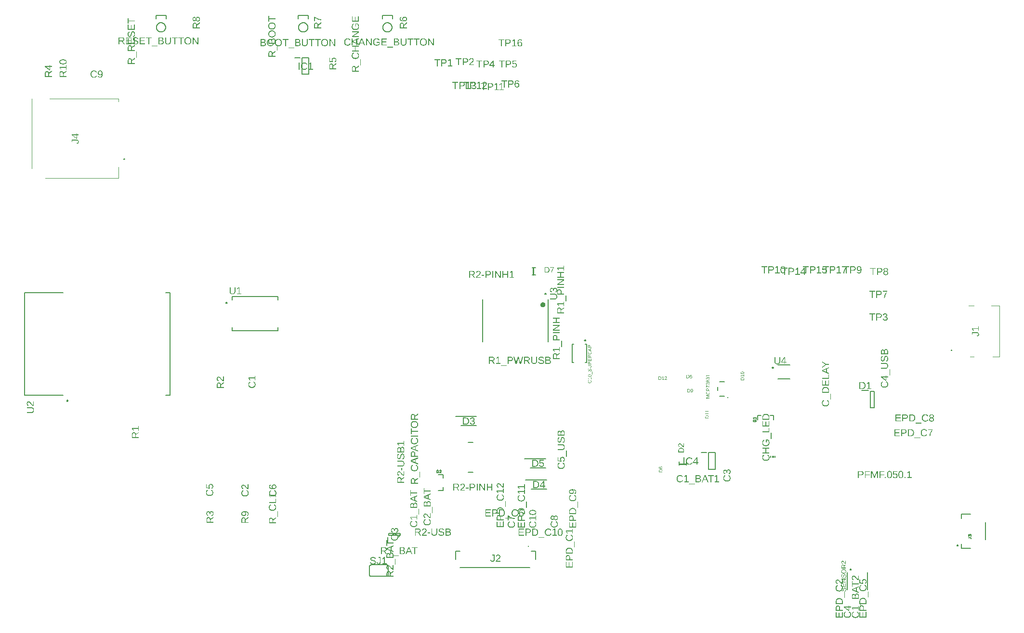
<source format=gbr>
G04 EAGLE Gerber RS-274X export*
G75*
%MOMM*%
%FSLAX34Y34*%
%LPD*%
%INSilkscreen Top*%
%IPPOS*%
%AMOC8*
5,1,8,0,0,1.08239X$1,22.5*%
G01*
G04 Define Apertures*
%ADD10C,0.127000*%
%ADD11C,0.200000*%
%ADD12R,0.150000X0.300000*%
%ADD13R,0.300000X0.300000*%
%ADD14C,0.150000*%
%ADD15C,0.250000*%
%ADD16C,0.100000*%
%ADD17C,0.203200*%
%ADD18C,0.152400*%
%ADD19C,0.254000*%
%ADD20C,0.400000*%
G36*
X325388Y1001053D02*
X324921Y1001065D01*
X324470Y1001101D01*
X324036Y1001161D01*
X323618Y1001246D01*
X323216Y1001354D01*
X322830Y1001486D01*
X322461Y1001643D01*
X322108Y1001824D01*
X321773Y1002027D01*
X321459Y1002252D01*
X321165Y1002498D01*
X320892Y1002766D01*
X320639Y1003056D01*
X320406Y1003366D01*
X320194Y1003699D01*
X320002Y1004053D01*
X319831Y1004425D01*
X319684Y1004812D01*
X319559Y1005215D01*
X319456Y1005632D01*
X319377Y1006065D01*
X319320Y1006514D01*
X319286Y1006977D01*
X319275Y1007455D01*
X319281Y1007820D01*
X319300Y1008175D01*
X319332Y1008520D01*
X319376Y1008855D01*
X319433Y1009179D01*
X319503Y1009494D01*
X319585Y1009798D01*
X319680Y1010093D01*
X319787Y1010377D01*
X319908Y1010651D01*
X320041Y1010915D01*
X320186Y1011169D01*
X320515Y1011647D01*
X320895Y1012084D01*
X321320Y1012475D01*
X321547Y1012651D01*
X321785Y1012814D01*
X322032Y1012964D01*
X322289Y1013101D01*
X322556Y1013225D01*
X322833Y1013336D01*
X323120Y1013433D01*
X323417Y1013518D01*
X323723Y1013590D01*
X324040Y1013648D01*
X324366Y1013694D01*
X324703Y1013727D01*
X325049Y1013746D01*
X325406Y1013753D01*
X325869Y1013741D01*
X326316Y1013706D01*
X326748Y1013647D01*
X327164Y1013566D01*
X327565Y1013460D01*
X327949Y1013331D01*
X328319Y1013179D01*
X328673Y1013004D01*
X329008Y1012806D01*
X329324Y1012587D01*
X329619Y1012347D01*
X329893Y1012085D01*
X330148Y1011803D01*
X330381Y1011499D01*
X330595Y1011174D01*
X330788Y1010827D01*
X330959Y1010462D01*
X331108Y1010081D01*
X331233Y1009684D01*
X331336Y1009271D01*
X331416Y1008841D01*
X331473Y1008395D01*
X331508Y1007933D01*
X331519Y1007455D01*
X331508Y1006979D01*
X331473Y1006518D01*
X331415Y1006071D01*
X331334Y1005640D01*
X331230Y1005224D01*
X331103Y1004823D01*
X330953Y1004437D01*
X330779Y1004066D01*
X330584Y1003713D01*
X330369Y1003381D01*
X330133Y1003070D01*
X329878Y1002780D01*
X329602Y1002512D01*
X329307Y1002264D01*
X328991Y1002038D01*
X328655Y1001832D01*
X328301Y1001650D01*
X327932Y1001491D01*
X327547Y1001357D01*
X327146Y1001248D01*
X326730Y1001162D01*
X326299Y1001102D01*
X325851Y1001065D01*
X325388Y1001053D01*
G37*
%LPC*%
G36*
X325388Y1002410D02*
X325907Y1002431D01*
X326395Y1002493D01*
X326851Y1002596D01*
X327277Y1002740D01*
X327671Y1002925D01*
X328035Y1003152D01*
X328367Y1003420D01*
X328668Y1003729D01*
X328936Y1004075D01*
X329168Y1004456D01*
X329365Y1004871D01*
X329525Y1005319D01*
X329651Y1005802D01*
X329740Y1006319D01*
X329793Y1006870D01*
X329811Y1007455D01*
X329793Y1008016D01*
X329739Y1008545D01*
X329649Y1009044D01*
X329523Y1009511D01*
X329361Y1009948D01*
X329163Y1010354D01*
X328929Y1010729D01*
X328659Y1011073D01*
X328357Y1011381D01*
X328024Y1011647D01*
X327662Y1011873D01*
X327270Y1012058D01*
X326849Y1012202D01*
X326397Y1012304D01*
X325916Y1012366D01*
X325406Y1012386D01*
X324891Y1012366D01*
X324406Y1012305D01*
X323951Y1012204D01*
X323527Y1012062D01*
X323133Y1011880D01*
X322768Y1011657D01*
X322434Y1011394D01*
X322130Y1011090D01*
X321859Y1010750D01*
X321624Y1010377D01*
X321425Y1009971D01*
X321263Y1009533D01*
X321136Y1009063D01*
X321046Y1008559D01*
X320992Y1008024D01*
X320974Y1007455D01*
X320992Y1006890D01*
X321047Y1006355D01*
X321138Y1005849D01*
X321266Y1005374D01*
X321431Y1004929D01*
X321632Y1004513D01*
X321869Y1004128D01*
X322143Y1003772D01*
X322450Y1003453D01*
X322784Y1003177D01*
X323148Y1002942D01*
X323539Y1002751D01*
X323959Y1002602D01*
X324407Y1002496D01*
X324883Y1002432D01*
X325388Y1002410D01*
G37*
%LPD*%
G36*
X339357Y1001053D02*
X338890Y1001065D01*
X338439Y1001101D01*
X338005Y1001161D01*
X337587Y1001246D01*
X337185Y1001354D01*
X336799Y1001486D01*
X336430Y1001643D01*
X336077Y1001824D01*
X335742Y1002027D01*
X335428Y1002252D01*
X335134Y1002498D01*
X334861Y1002766D01*
X334607Y1003056D01*
X334375Y1003366D01*
X334162Y1003699D01*
X333970Y1004053D01*
X333800Y1004425D01*
X333652Y1004812D01*
X333527Y1005215D01*
X333425Y1005632D01*
X333346Y1006065D01*
X333289Y1006514D01*
X333255Y1006977D01*
X333243Y1007455D01*
X333250Y1007820D01*
X333269Y1008175D01*
X333300Y1008520D01*
X333345Y1008855D01*
X333402Y1009179D01*
X333471Y1009494D01*
X333554Y1009798D01*
X333649Y1010093D01*
X333756Y1010377D01*
X333876Y1010651D01*
X334009Y1010915D01*
X334155Y1011169D01*
X334484Y1011647D01*
X334864Y1012084D01*
X335289Y1012475D01*
X335516Y1012651D01*
X335753Y1012814D01*
X336001Y1012964D01*
X336258Y1013101D01*
X336525Y1013225D01*
X336802Y1013336D01*
X337088Y1013433D01*
X337385Y1013518D01*
X337692Y1013590D01*
X338009Y1013648D01*
X338335Y1013694D01*
X338672Y1013727D01*
X339018Y1013746D01*
X339374Y1013753D01*
X339837Y1013741D01*
X340285Y1013706D01*
X340717Y1013647D01*
X341133Y1013566D01*
X341533Y1013460D01*
X341918Y1013331D01*
X342288Y1013179D01*
X342641Y1013004D01*
X342977Y1012806D01*
X343293Y1012587D01*
X343588Y1012347D01*
X343862Y1012085D01*
X344116Y1011803D01*
X344350Y1011499D01*
X344564Y1011174D01*
X344757Y1010827D01*
X344928Y1010462D01*
X345077Y1010081D01*
X345202Y1009684D01*
X345305Y1009271D01*
X345385Y1008841D01*
X345442Y1008395D01*
X345476Y1007933D01*
X345488Y1007455D01*
X345476Y1006979D01*
X345442Y1006518D01*
X345384Y1006071D01*
X345303Y1005640D01*
X345199Y1005224D01*
X345072Y1004823D01*
X344921Y1004437D01*
X344748Y1004066D01*
X344553Y1003713D01*
X344338Y1003381D01*
X344102Y1003070D01*
X343847Y1002780D01*
X343571Y1002512D01*
X343276Y1002264D01*
X342960Y1002038D01*
X342624Y1001832D01*
X342270Y1001650D01*
X341901Y1001491D01*
X341516Y1001357D01*
X341115Y1001248D01*
X340699Y1001162D01*
X340267Y1001102D01*
X339820Y1001065D01*
X339357Y1001053D01*
G37*
%LPC*%
G36*
X339357Y1002410D02*
X339876Y1002431D01*
X340363Y1002493D01*
X340820Y1002596D01*
X341245Y1002740D01*
X341640Y1002925D01*
X342003Y1003152D01*
X342336Y1003420D01*
X342637Y1003729D01*
X342905Y1004075D01*
X343137Y1004456D01*
X343334Y1004871D01*
X343494Y1005319D01*
X343619Y1005802D01*
X343709Y1006319D01*
X343762Y1006870D01*
X343780Y1007455D01*
X343762Y1008016D01*
X343708Y1008545D01*
X343618Y1009044D01*
X343492Y1009511D01*
X343330Y1009948D01*
X343132Y1010354D01*
X342898Y1010729D01*
X342628Y1011073D01*
X342325Y1011381D01*
X341993Y1011647D01*
X341631Y1011873D01*
X341239Y1012058D01*
X340817Y1012202D01*
X340366Y1012304D01*
X339885Y1012366D01*
X339374Y1012386D01*
X338860Y1012366D01*
X338375Y1012305D01*
X337920Y1012204D01*
X337496Y1012062D01*
X337101Y1011880D01*
X336737Y1011657D01*
X336403Y1011394D01*
X336099Y1011090D01*
X335828Y1010750D01*
X335593Y1010377D01*
X335394Y1009971D01*
X335232Y1009533D01*
X335105Y1009063D01*
X335015Y1008559D01*
X334961Y1008024D01*
X334943Y1007455D01*
X334961Y1006890D01*
X335016Y1006355D01*
X335107Y1005849D01*
X335235Y1005374D01*
X335399Y1004929D01*
X335600Y1004513D01*
X335838Y1004128D01*
X336112Y1003772D01*
X336418Y1003453D01*
X336753Y1003177D01*
X337116Y1002942D01*
X337508Y1002751D01*
X337928Y1002602D01*
X338376Y1002496D01*
X338852Y1002432D01*
X339357Y1002410D01*
G37*
%LPD*%
G36*
X420732Y1001053D02*
X420265Y1001065D01*
X419814Y1001101D01*
X419380Y1001161D01*
X418962Y1001246D01*
X418560Y1001354D01*
X418174Y1001486D01*
X417805Y1001643D01*
X417452Y1001824D01*
X417117Y1002027D01*
X416803Y1002252D01*
X416509Y1002498D01*
X416236Y1002766D01*
X415982Y1003056D01*
X415750Y1003366D01*
X415537Y1003699D01*
X415345Y1004053D01*
X415175Y1004425D01*
X415027Y1004812D01*
X414902Y1005215D01*
X414800Y1005632D01*
X414721Y1006065D01*
X414664Y1006514D01*
X414630Y1006977D01*
X414618Y1007455D01*
X414625Y1007820D01*
X414644Y1008175D01*
X414675Y1008520D01*
X414720Y1008855D01*
X414777Y1009179D01*
X414846Y1009494D01*
X414929Y1009798D01*
X415024Y1010093D01*
X415131Y1010377D01*
X415251Y1010651D01*
X415384Y1010915D01*
X415530Y1011169D01*
X415859Y1011647D01*
X416239Y1012084D01*
X416664Y1012475D01*
X416891Y1012651D01*
X417128Y1012814D01*
X417376Y1012964D01*
X417633Y1013101D01*
X417900Y1013225D01*
X418177Y1013336D01*
X418463Y1013433D01*
X418760Y1013518D01*
X419067Y1013590D01*
X419384Y1013648D01*
X419710Y1013694D01*
X420047Y1013727D01*
X420393Y1013746D01*
X420749Y1013753D01*
X421212Y1013741D01*
X421660Y1013706D01*
X422092Y1013647D01*
X422508Y1013566D01*
X422908Y1013460D01*
X423293Y1013331D01*
X423663Y1013179D01*
X424016Y1013004D01*
X424352Y1012806D01*
X424668Y1012587D01*
X424963Y1012347D01*
X425237Y1012085D01*
X425491Y1011803D01*
X425725Y1011499D01*
X425939Y1011174D01*
X426132Y1010827D01*
X426303Y1010462D01*
X426452Y1010081D01*
X426577Y1009684D01*
X426680Y1009271D01*
X426760Y1008841D01*
X426817Y1008395D01*
X426851Y1007933D01*
X426863Y1007455D01*
X426851Y1006979D01*
X426817Y1006518D01*
X426759Y1006071D01*
X426678Y1005640D01*
X426574Y1005224D01*
X426447Y1004823D01*
X426296Y1004437D01*
X426123Y1004066D01*
X425928Y1003713D01*
X425713Y1003381D01*
X425477Y1003070D01*
X425222Y1002780D01*
X424946Y1002512D01*
X424651Y1002264D01*
X424335Y1002038D01*
X423999Y1001832D01*
X423645Y1001650D01*
X423276Y1001491D01*
X422891Y1001357D01*
X422490Y1001248D01*
X422074Y1001162D01*
X421642Y1001102D01*
X421195Y1001065D01*
X420732Y1001053D01*
G37*
%LPC*%
G36*
X420732Y1002410D02*
X421251Y1002431D01*
X421738Y1002493D01*
X422195Y1002596D01*
X422620Y1002740D01*
X423015Y1002925D01*
X423378Y1003152D01*
X423711Y1003420D01*
X424012Y1003729D01*
X424280Y1004075D01*
X424512Y1004456D01*
X424709Y1004871D01*
X424869Y1005319D01*
X424994Y1005802D01*
X425084Y1006319D01*
X425137Y1006870D01*
X425155Y1007455D01*
X425137Y1008016D01*
X425083Y1008545D01*
X424993Y1009044D01*
X424867Y1009511D01*
X424705Y1009948D01*
X424507Y1010354D01*
X424273Y1010729D01*
X424003Y1011073D01*
X423700Y1011381D01*
X423368Y1011647D01*
X423006Y1011873D01*
X422614Y1012058D01*
X422192Y1012202D01*
X421741Y1012304D01*
X421260Y1012366D01*
X420749Y1012386D01*
X420235Y1012366D01*
X419750Y1012305D01*
X419295Y1012204D01*
X418871Y1012062D01*
X418476Y1011880D01*
X418112Y1011657D01*
X417778Y1011394D01*
X417474Y1011090D01*
X417203Y1010750D01*
X416968Y1010377D01*
X416769Y1009971D01*
X416607Y1009533D01*
X416480Y1009063D01*
X416390Y1008559D01*
X416336Y1008024D01*
X416318Y1007455D01*
X416336Y1006890D01*
X416391Y1006355D01*
X416482Y1005849D01*
X416610Y1005374D01*
X416774Y1004929D01*
X416975Y1004513D01*
X417213Y1004128D01*
X417487Y1003772D01*
X417793Y1003453D01*
X418128Y1003177D01*
X418491Y1002942D01*
X418883Y1002751D01*
X419303Y1002602D01*
X419751Y1002496D01*
X420227Y1002432D01*
X420732Y1002410D01*
G37*
%LPD*%
G36*
X312969Y1001228D02*
X307959Y1001228D01*
X307959Y1013569D01*
X312443Y1013569D01*
X312969Y1013557D01*
X313462Y1013522D01*
X313920Y1013463D01*
X314344Y1013382D01*
X314734Y1013276D01*
X315091Y1013148D01*
X315413Y1012995D01*
X315702Y1012820D01*
X315956Y1012621D01*
X316177Y1012399D01*
X316363Y1012153D01*
X316516Y1011884D01*
X316635Y1011591D01*
X316720Y1011275D01*
X316771Y1010936D01*
X316788Y1010573D01*
X316778Y1010305D01*
X316749Y1010048D01*
X316701Y1009802D01*
X316634Y1009566D01*
X316548Y1009342D01*
X316443Y1009128D01*
X316318Y1008926D01*
X316175Y1008734D01*
X316013Y1008556D01*
X315914Y1008464D01*
X315836Y1008392D01*
X315643Y1008245D01*
X315434Y1008112D01*
X315210Y1007995D01*
X314969Y1007893D01*
X314713Y1007807D01*
X314440Y1007736D01*
X314798Y1007682D01*
X315134Y1007608D01*
X315449Y1007515D01*
X315743Y1007402D01*
X316016Y1007269D01*
X316268Y1007116D01*
X316499Y1006943D01*
X316596Y1006854D01*
X316709Y1006750D01*
X316896Y1006541D01*
X317058Y1006319D01*
X317195Y1006083D01*
X317307Y1005834D01*
X317394Y1005572D01*
X317456Y1005296D01*
X317493Y1005007D01*
X317506Y1004705D01*
X317487Y1004305D01*
X317431Y1003928D01*
X317337Y1003573D01*
X317206Y1003241D01*
X317037Y1002933D01*
X316831Y1002647D01*
X316587Y1002384D01*
X316306Y1002143D01*
X315991Y1001929D01*
X315647Y1001743D01*
X315274Y1001586D01*
X314872Y1001457D01*
X314440Y1001357D01*
X313979Y1001285D01*
X313489Y1001242D01*
X312969Y1001228D01*
G37*
%LPC*%
G36*
X312881Y1002568D02*
X313252Y1002577D01*
X313596Y1002604D01*
X313914Y1002648D01*
X314206Y1002710D01*
X314472Y1002790D01*
X314712Y1002888D01*
X314927Y1003004D01*
X315115Y1003137D01*
X315279Y1003288D01*
X315421Y1003457D01*
X315542Y1003643D01*
X315640Y1003847D01*
X315717Y1004068D01*
X315772Y1004307D01*
X315805Y1004563D01*
X315815Y1004837D01*
X315804Y1005101D01*
X315768Y1005348D01*
X315708Y1005578D01*
X315624Y1005791D01*
X315516Y1005987D01*
X315384Y1006165D01*
X315229Y1006327D01*
X315049Y1006472D01*
X314846Y1006600D01*
X314618Y1006711D01*
X314367Y1006804D01*
X314091Y1006881D01*
X313792Y1006941D01*
X313468Y1006983D01*
X313121Y1007009D01*
X312750Y1007017D01*
X309632Y1007017D01*
X309632Y1002568D01*
X312881Y1002568D01*
G37*
G36*
X312443Y1008322D02*
X312768Y1008330D01*
X313071Y1008354D01*
X313353Y1008393D01*
X313614Y1008448D01*
X313853Y1008519D01*
X314072Y1008606D01*
X314269Y1008708D01*
X314445Y1008826D01*
X314600Y1008960D01*
X314734Y1009112D01*
X314848Y1009279D01*
X314941Y1009464D01*
X315013Y1009666D01*
X315065Y1009884D01*
X315096Y1010120D01*
X315106Y1010372D01*
X315095Y1010613D01*
X315063Y1010836D01*
X315010Y1011041D01*
X314935Y1011228D01*
X314839Y1011398D01*
X314722Y1011549D01*
X314583Y1011683D01*
X314423Y1011800D01*
X314242Y1011900D01*
X314043Y1011987D01*
X313824Y1012061D01*
X313586Y1012121D01*
X313329Y1012168D01*
X313053Y1012202D01*
X312758Y1012222D01*
X312443Y1012229D01*
X309632Y1012229D01*
X309632Y1008322D01*
X312443Y1008322D01*
G37*
%LPD*%
G36*
X373750Y1001228D02*
X368740Y1001228D01*
X368740Y1013569D01*
X373225Y1013569D01*
X373751Y1013557D01*
X374243Y1013522D01*
X374701Y1013463D01*
X375125Y1013382D01*
X375516Y1013276D01*
X375872Y1013148D01*
X376194Y1012995D01*
X376483Y1012820D01*
X376737Y1012621D01*
X376958Y1012399D01*
X377145Y1012153D01*
X377297Y1011884D01*
X377416Y1011591D01*
X377501Y1011275D01*
X377552Y1010936D01*
X377569Y1010573D01*
X377559Y1010305D01*
X377531Y1010048D01*
X377483Y1009802D01*
X377416Y1009566D01*
X377329Y1009342D01*
X377224Y1009128D01*
X377100Y1008926D01*
X376956Y1008734D01*
X376795Y1008556D01*
X376695Y1008464D01*
X376618Y1008392D01*
X376425Y1008245D01*
X376216Y1008112D01*
X375991Y1007995D01*
X375750Y1007893D01*
X375494Y1007807D01*
X375222Y1007736D01*
X375579Y1007682D01*
X375915Y1007608D01*
X376230Y1007515D01*
X376524Y1007402D01*
X376797Y1007269D01*
X377049Y1007116D01*
X377280Y1006943D01*
X377377Y1006854D01*
X377490Y1006750D01*
X377677Y1006541D01*
X377839Y1006319D01*
X377976Y1006083D01*
X378088Y1005834D01*
X378175Y1005572D01*
X378237Y1005296D01*
X378275Y1005007D01*
X378287Y1004705D01*
X378268Y1004305D01*
X378212Y1003928D01*
X378118Y1003573D01*
X377987Y1003241D01*
X377818Y1002933D01*
X377612Y1002647D01*
X377368Y1002384D01*
X377087Y1002143D01*
X376773Y1001929D01*
X376429Y1001743D01*
X376055Y1001586D01*
X375653Y1001457D01*
X375221Y1001357D01*
X374760Y1001285D01*
X374270Y1001242D01*
X373750Y1001228D01*
G37*
%LPC*%
G36*
X373663Y1002568D02*
X374033Y1002577D01*
X374377Y1002604D01*
X374695Y1002648D01*
X374987Y1002710D01*
X375254Y1002790D01*
X375494Y1002888D01*
X375708Y1003004D01*
X375896Y1003137D01*
X376060Y1003288D01*
X376203Y1003457D01*
X376323Y1003643D01*
X376422Y1003847D01*
X376498Y1004068D01*
X376553Y1004307D01*
X376586Y1004563D01*
X376597Y1004837D01*
X376585Y1005101D01*
X376549Y1005348D01*
X376489Y1005578D01*
X376405Y1005791D01*
X376297Y1005987D01*
X376166Y1006165D01*
X376010Y1006327D01*
X375830Y1006472D01*
X375627Y1006600D01*
X375399Y1006711D01*
X375148Y1006804D01*
X374872Y1006881D01*
X374573Y1006941D01*
X374250Y1006983D01*
X373902Y1007009D01*
X373531Y1007017D01*
X370413Y1007017D01*
X370413Y1002568D01*
X373663Y1002568D01*
G37*
G36*
X373225Y1008322D02*
X373549Y1008330D01*
X373852Y1008354D01*
X374134Y1008393D01*
X374395Y1008448D01*
X374635Y1008519D01*
X374853Y1008606D01*
X375050Y1008708D01*
X375226Y1008826D01*
X375381Y1008960D01*
X375515Y1009112D01*
X375629Y1009279D01*
X375722Y1009464D01*
X375794Y1009666D01*
X375846Y1009884D01*
X375877Y1010120D01*
X375887Y1010372D01*
X375877Y1010613D01*
X375845Y1010836D01*
X375791Y1011041D01*
X375716Y1011228D01*
X375620Y1011398D01*
X375503Y1011549D01*
X375364Y1011683D01*
X375204Y1011800D01*
X375024Y1011900D01*
X374824Y1011987D01*
X374606Y1012061D01*
X374368Y1012121D01*
X374111Y1012168D01*
X373834Y1012202D01*
X373539Y1012222D01*
X373225Y1012229D01*
X370413Y1012229D01*
X370413Y1008322D01*
X373225Y1008322D01*
G37*
%LPD*%
G36*
X430698Y1001228D02*
X429209Y1001228D01*
X429209Y1013569D01*
X431153Y1013569D01*
X437827Y1002988D01*
X437749Y1004469D01*
X437722Y1005476D01*
X437722Y1013569D01*
X439229Y1013569D01*
X439229Y1001228D01*
X437214Y1001228D01*
X430610Y1011738D01*
X430654Y1010889D01*
X430698Y1009426D01*
X430698Y1001228D01*
G37*
G36*
X385640Y1001053D02*
X385267Y1001061D01*
X384907Y1001087D01*
X384558Y1001130D01*
X384221Y1001191D01*
X383897Y1001268D01*
X383584Y1001363D01*
X383284Y1001475D01*
X382995Y1001605D01*
X382721Y1001750D01*
X382462Y1001912D01*
X382219Y1002089D01*
X381992Y1002281D01*
X381781Y1002489D01*
X381586Y1002713D01*
X381407Y1002952D01*
X381243Y1003207D01*
X381098Y1003476D01*
X380971Y1003758D01*
X380864Y1004052D01*
X380777Y1004359D01*
X380709Y1004679D01*
X380660Y1005011D01*
X380631Y1005355D01*
X380621Y1005712D01*
X380621Y1013569D01*
X382294Y1013569D01*
X382294Y1005853D01*
X382308Y1005443D01*
X382348Y1005058D01*
X382415Y1004699D01*
X382509Y1004366D01*
X382630Y1004058D01*
X382777Y1003775D01*
X382952Y1003518D01*
X383153Y1003286D01*
X383379Y1003081D01*
X383629Y1002903D01*
X383904Y1002753D01*
X384202Y1002629D01*
X384523Y1002534D01*
X384869Y1002465D01*
X385238Y1002424D01*
X385631Y1002410D01*
X386036Y1002425D01*
X386417Y1002467D01*
X386775Y1002538D01*
X387110Y1002637D01*
X387422Y1002765D01*
X387711Y1002920D01*
X387977Y1003104D01*
X388220Y1003317D01*
X388436Y1003557D01*
X388624Y1003822D01*
X388783Y1004114D01*
X388913Y1004433D01*
X389014Y1004777D01*
X389086Y1005147D01*
X389129Y1005544D01*
X389144Y1005966D01*
X389144Y1013569D01*
X390808Y1013569D01*
X390808Y1005870D01*
X390798Y1005502D01*
X390768Y1005147D01*
X390718Y1004805D01*
X390649Y1004475D01*
X390560Y1004159D01*
X390450Y1003855D01*
X390321Y1003564D01*
X390173Y1003286D01*
X390006Y1003023D01*
X389822Y1002775D01*
X389623Y1002544D01*
X389406Y1002328D01*
X389174Y1002129D01*
X388925Y1001945D01*
X388659Y1001778D01*
X388377Y1001627D01*
X388081Y1001492D01*
X387771Y1001376D01*
X387448Y1001277D01*
X387113Y1001196D01*
X386764Y1001134D01*
X386402Y1001089D01*
X386028Y1001062D01*
X385640Y1001053D01*
G37*
G36*
X352638Y1001228D02*
X350973Y1001228D01*
X350973Y1012202D01*
X346734Y1012202D01*
X346734Y1013569D01*
X356877Y1013569D01*
X356877Y1012202D01*
X352638Y1012202D01*
X352638Y1001228D01*
G37*
G36*
X398481Y1001228D02*
X396817Y1001228D01*
X396817Y1012202D01*
X392578Y1012202D01*
X392578Y1013569D01*
X402720Y1013569D01*
X402720Y1012202D01*
X398481Y1012202D01*
X398481Y1001228D01*
G37*
G36*
X409450Y1001228D02*
X407786Y1001228D01*
X407786Y1012202D01*
X403547Y1012202D01*
X403547Y1013569D01*
X413689Y1013569D01*
X413689Y1012202D01*
X409450Y1012202D01*
X409450Y1001228D01*
G37*
G36*
X367478Y997663D02*
X357029Y997663D01*
X357029Y998802D01*
X367478Y998802D01*
X367478Y997663D01*
G37*
G36*
X292823Y399961D02*
X292459Y399967D01*
X292105Y399986D01*
X291761Y400017D01*
X291427Y400061D01*
X291103Y400117D01*
X290789Y400185D01*
X290485Y400266D01*
X290191Y400359D01*
X289907Y400465D01*
X289633Y400584D01*
X289115Y400858D01*
X288636Y401181D01*
X288198Y401555D01*
X287806Y401973D01*
X287466Y402429D01*
X287316Y402671D01*
X287179Y402923D01*
X287055Y403184D01*
X286944Y403456D01*
X286846Y403736D01*
X286761Y404026D01*
X286689Y404326D01*
X286630Y404636D01*
X286584Y404955D01*
X286551Y405283D01*
X286532Y405622D01*
X286525Y405969D01*
X286537Y406452D01*
X286573Y406914D01*
X286634Y407356D01*
X286718Y407778D01*
X286826Y408179D01*
X286959Y408561D01*
X287115Y408922D01*
X287296Y409262D01*
X287500Y409582D01*
X287728Y409880D01*
X287979Y410156D01*
X288253Y410410D01*
X288550Y410642D01*
X288871Y410852D01*
X289215Y411040D01*
X289582Y411207D01*
X290108Y409622D01*
X289846Y409506D01*
X289601Y409374D01*
X289371Y409226D01*
X289157Y409062D01*
X288959Y408882D01*
X288777Y408685D01*
X288611Y408472D01*
X288461Y408242D01*
X288328Y407999D01*
X288212Y407745D01*
X288114Y407479D01*
X288034Y407203D01*
X287972Y406916D01*
X287927Y406617D01*
X287901Y406307D01*
X287892Y405987D01*
X287912Y405489D01*
X287974Y405019D01*
X288077Y404578D01*
X288221Y404165D01*
X288407Y403781D01*
X288633Y403425D01*
X288901Y403098D01*
X289210Y402799D01*
X289555Y402532D01*
X289930Y402301D01*
X290336Y402105D01*
X290772Y401945D01*
X291239Y401820D01*
X291736Y401731D01*
X292264Y401678D01*
X292823Y401660D01*
X293376Y401679D01*
X293901Y401734D01*
X294399Y401827D01*
X294869Y401957D01*
X295311Y402124D01*
X295725Y402328D01*
X296112Y402569D01*
X296471Y402847D01*
X296794Y403157D01*
X297074Y403492D01*
X297311Y403855D01*
X297505Y404243D01*
X297656Y404657D01*
X297764Y405098D01*
X297829Y405564D01*
X297850Y406057D01*
X297840Y406376D01*
X297810Y406685D01*
X297760Y406984D01*
X297690Y407273D01*
X297599Y407551D01*
X297489Y407820D01*
X297359Y408079D01*
X297209Y408327D01*
X297038Y408566D01*
X296848Y408795D01*
X296637Y409013D01*
X296407Y409221D01*
X296156Y409420D01*
X295885Y409608D01*
X295595Y409786D01*
X295284Y409954D01*
X295967Y411321D01*
X296354Y411121D01*
X296716Y410901D01*
X297055Y410662D01*
X297371Y410404D01*
X297662Y410127D01*
X297929Y409830D01*
X298173Y409514D01*
X298393Y409179D01*
X298588Y408827D01*
X298757Y408462D01*
X298900Y408082D01*
X299017Y407689D01*
X299108Y407282D01*
X299173Y406861D01*
X299212Y406427D01*
X299225Y405978D01*
X299213Y405519D01*
X299177Y405077D01*
X299116Y404650D01*
X299031Y404238D01*
X298922Y403843D01*
X298789Y403463D01*
X298632Y403099D01*
X298450Y402750D01*
X298246Y402420D01*
X298021Y402110D01*
X297775Y401820D01*
X297509Y401551D01*
X297221Y401301D01*
X296913Y401072D01*
X296584Y400863D01*
X296234Y400675D01*
X295866Y400507D01*
X295481Y400362D01*
X295079Y400240D01*
X294661Y400139D01*
X294226Y400061D01*
X293775Y400006D01*
X293307Y399972D01*
X292823Y399961D01*
G37*
G36*
X299050Y413354D02*
X297710Y413354D01*
X297710Y416498D01*
X288216Y416498D01*
X290204Y413713D01*
X288715Y413713D01*
X286709Y416630D01*
X286709Y418083D01*
X297710Y418083D01*
X297710Y421088D01*
X299050Y421088D01*
X299050Y413354D01*
G37*
G36*
X786375Y176657D02*
X785605Y176673D01*
X784885Y176722D01*
X784215Y176803D01*
X783594Y176916D01*
X783024Y177062D01*
X782503Y177241D01*
X782032Y177452D01*
X781611Y177695D01*
X781239Y177973D01*
X780917Y178289D01*
X780645Y178643D01*
X780422Y179034D01*
X780248Y179463D01*
X780180Y179691D01*
X780124Y179929D01*
X780081Y180176D01*
X780050Y180433D01*
X780032Y180699D01*
X780025Y180975D01*
X780032Y181243D01*
X780050Y181502D01*
X780082Y181753D01*
X780125Y181994D01*
X780182Y182226D01*
X780251Y182450D01*
X780426Y182870D01*
X780651Y183255D01*
X780927Y183603D01*
X781252Y183916D01*
X781628Y184194D01*
X782053Y184437D01*
X782526Y184648D01*
X783047Y184826D01*
X783616Y184972D01*
X784234Y185086D01*
X784899Y185167D01*
X785613Y185215D01*
X786375Y185232D01*
X787125Y185215D01*
X787830Y185163D01*
X788488Y185078D01*
X789101Y184959D01*
X789669Y184806D01*
X790190Y184618D01*
X790666Y184397D01*
X791096Y184141D01*
X791478Y183852D01*
X791809Y183531D01*
X792089Y183177D01*
X792318Y182791D01*
X792496Y182373D01*
X792623Y181922D01*
X792668Y181684D01*
X792700Y181438D01*
X792719Y181184D01*
X792725Y180922D01*
X792719Y180660D01*
X792700Y180407D01*
X792668Y180161D01*
X792624Y179924D01*
X792497Y179475D01*
X792320Y179059D01*
X792092Y178676D01*
X791814Y178326D01*
X791485Y178009D01*
X791105Y177725D01*
X790677Y177475D01*
X790202Y177258D01*
X789680Y177074D01*
X789112Y176924D01*
X788498Y176807D01*
X787837Y176724D01*
X787129Y176674D01*
X786375Y176657D01*
G37*
%LPC*%
G36*
X786375Y178251D02*
X787010Y178261D01*
X787601Y178291D01*
X788148Y178342D01*
X788650Y178412D01*
X789109Y178502D01*
X789523Y178613D01*
X789894Y178744D01*
X790220Y178895D01*
X790506Y179068D01*
X790753Y179264D01*
X790962Y179484D01*
X791133Y179728D01*
X791266Y179995D01*
X791362Y180287D01*
X791419Y180601D01*
X791438Y180940D01*
X791418Y181276D01*
X791360Y181590D01*
X791263Y181880D01*
X791127Y182146D01*
X790952Y182390D01*
X790738Y182610D01*
X790485Y182807D01*
X790194Y182981D01*
X789862Y183133D01*
X789489Y183264D01*
X789074Y183376D01*
X788617Y183467D01*
X788119Y183538D01*
X787580Y183588D01*
X786998Y183619D01*
X786375Y183629D01*
X785730Y183619D01*
X785132Y183590D01*
X784579Y183542D01*
X784072Y183474D01*
X783611Y183388D01*
X783196Y183281D01*
X782827Y183156D01*
X782504Y183011D01*
X782223Y182844D01*
X781979Y182652D01*
X781773Y182435D01*
X781604Y182193D01*
X781473Y181926D01*
X781379Y181634D01*
X781323Y181317D01*
X781304Y180975D01*
X781323Y180624D01*
X781378Y180299D01*
X781470Y180000D01*
X781600Y179726D01*
X781766Y179477D01*
X781969Y179255D01*
X782209Y179058D01*
X782486Y178886D01*
X782806Y178737D01*
X783173Y178608D01*
X783588Y178499D01*
X784050Y178410D01*
X784560Y178340D01*
X785117Y178291D01*
X785722Y178261D01*
X786375Y178251D01*
G37*
%LPD*%
G36*
X786323Y153961D02*
X785959Y153967D01*
X785605Y153986D01*
X785261Y154017D01*
X784927Y154061D01*
X784603Y154117D01*
X784289Y154185D01*
X783985Y154266D01*
X783691Y154359D01*
X783407Y154465D01*
X783133Y154584D01*
X782615Y154858D01*
X782136Y155181D01*
X781698Y155555D01*
X781306Y155973D01*
X780966Y156429D01*
X780816Y156671D01*
X780679Y156923D01*
X780555Y157184D01*
X780444Y157456D01*
X780346Y157736D01*
X780261Y158026D01*
X780189Y158326D01*
X780130Y158636D01*
X780084Y158955D01*
X780051Y159283D01*
X780032Y159622D01*
X780025Y159969D01*
X780037Y160452D01*
X780073Y160914D01*
X780134Y161356D01*
X780218Y161778D01*
X780326Y162179D01*
X780459Y162561D01*
X780615Y162922D01*
X780796Y163262D01*
X781000Y163582D01*
X781228Y163880D01*
X781479Y164156D01*
X781753Y164410D01*
X782050Y164642D01*
X782371Y164852D01*
X782715Y165040D01*
X783082Y165207D01*
X783608Y163622D01*
X783346Y163506D01*
X783101Y163374D01*
X782871Y163226D01*
X782657Y163062D01*
X782459Y162882D01*
X782277Y162685D01*
X782111Y162472D01*
X781961Y162242D01*
X781828Y161999D01*
X781712Y161745D01*
X781614Y161479D01*
X781534Y161203D01*
X781472Y160916D01*
X781427Y160617D01*
X781401Y160307D01*
X781392Y159987D01*
X781412Y159489D01*
X781474Y159019D01*
X781577Y158578D01*
X781721Y158165D01*
X781907Y157781D01*
X782133Y157425D01*
X782401Y157098D01*
X782710Y156799D01*
X783055Y156532D01*
X783430Y156301D01*
X783836Y156105D01*
X784272Y155945D01*
X784739Y155820D01*
X785236Y155731D01*
X785764Y155678D01*
X786323Y155660D01*
X786876Y155679D01*
X787401Y155734D01*
X787899Y155827D01*
X788369Y155957D01*
X788811Y156124D01*
X789225Y156328D01*
X789612Y156569D01*
X789971Y156847D01*
X790294Y157157D01*
X790574Y157492D01*
X790811Y157855D01*
X791005Y158243D01*
X791156Y158657D01*
X791264Y159098D01*
X791329Y159564D01*
X791350Y160057D01*
X791340Y160376D01*
X791310Y160685D01*
X791260Y160984D01*
X791190Y161273D01*
X791099Y161551D01*
X790989Y161820D01*
X790859Y162079D01*
X790709Y162327D01*
X790538Y162566D01*
X790348Y162795D01*
X790137Y163013D01*
X789907Y163221D01*
X789656Y163420D01*
X789385Y163608D01*
X789095Y163786D01*
X788784Y163954D01*
X789467Y165321D01*
X789854Y165121D01*
X790216Y164901D01*
X790555Y164662D01*
X790871Y164404D01*
X791162Y164127D01*
X791429Y163830D01*
X791673Y163514D01*
X791893Y163179D01*
X792088Y162827D01*
X792257Y162462D01*
X792400Y162082D01*
X792517Y161689D01*
X792608Y161282D01*
X792673Y160861D01*
X792712Y160427D01*
X792725Y159978D01*
X792713Y159519D01*
X792677Y159077D01*
X792616Y158650D01*
X792531Y158238D01*
X792422Y157843D01*
X792289Y157463D01*
X792132Y157099D01*
X791950Y156750D01*
X791746Y156420D01*
X791521Y156110D01*
X791275Y155820D01*
X791009Y155551D01*
X790721Y155301D01*
X790413Y155072D01*
X790084Y154863D01*
X789734Y154675D01*
X789366Y154507D01*
X788981Y154362D01*
X788579Y154240D01*
X788161Y154139D01*
X787726Y154061D01*
X787275Y154006D01*
X786807Y153972D01*
X786323Y153961D01*
G37*
G36*
X792550Y167354D02*
X791210Y167354D01*
X791210Y170498D01*
X781716Y170498D01*
X783704Y167713D01*
X782215Y167713D01*
X780209Y170630D01*
X780209Y172083D01*
X791210Y172083D01*
X791210Y175088D01*
X792550Y175088D01*
X792550Y167354D01*
G37*
G36*
X886562Y419296D02*
X886191Y419304D01*
X885845Y419327D01*
X885523Y419366D01*
X885225Y419421D01*
X884950Y419491D01*
X884700Y419577D01*
X884473Y419678D01*
X884271Y419795D01*
X884092Y419929D01*
X883937Y420081D01*
X883806Y420251D01*
X883699Y420439D01*
X883616Y420645D01*
X883556Y420870D01*
X883520Y421112D01*
X883508Y421372D01*
X883520Y421626D01*
X883557Y421862D01*
X883617Y422082D01*
X883701Y422284D01*
X883809Y422469D01*
X883942Y422636D01*
X884098Y422787D01*
X884279Y422920D01*
X884483Y423037D01*
X884711Y423138D01*
X884961Y423224D01*
X885235Y423294D01*
X885532Y423349D01*
X885852Y423388D01*
X886195Y423411D01*
X886562Y423419D01*
X886922Y423411D01*
X887261Y423386D01*
X887578Y423345D01*
X887873Y423288D01*
X888145Y423214D01*
X888396Y423124D01*
X888625Y423018D01*
X888832Y422895D01*
X889015Y422756D01*
X889174Y422602D01*
X889309Y422431D01*
X889419Y422246D01*
X889505Y422045D01*
X889566Y421828D01*
X889603Y421595D01*
X889615Y421347D01*
X889603Y421099D01*
X889566Y420867D01*
X889505Y420651D01*
X889420Y420451D01*
X889311Y420267D01*
X889177Y420099D01*
X889018Y419946D01*
X888836Y419810D01*
X888630Y419690D01*
X888402Y419585D01*
X888151Y419497D01*
X887878Y419425D01*
X887582Y419368D01*
X887264Y419328D01*
X886924Y419304D01*
X886562Y419296D01*
G37*
%LPC*%
G36*
X886562Y420063D02*
X887151Y420082D01*
X887656Y420140D01*
X887876Y420184D01*
X888075Y420237D01*
X888254Y420300D01*
X888411Y420372D01*
X888548Y420455D01*
X888667Y420550D01*
X888767Y420656D01*
X888850Y420773D01*
X888914Y420901D01*
X888959Y421041D01*
X888987Y421193D01*
X888996Y421356D01*
X888987Y421517D01*
X888959Y421668D01*
X888912Y421807D01*
X888846Y421936D01*
X888762Y422053D01*
X888660Y422159D01*
X888538Y422253D01*
X888398Y422337D01*
X888238Y422410D01*
X888059Y422473D01*
X887640Y422571D01*
X887141Y422629D01*
X886562Y422648D01*
X885964Y422630D01*
X885454Y422574D01*
X885033Y422481D01*
X884856Y422421D01*
X884700Y422352D01*
X884565Y422271D01*
X884448Y422179D01*
X884349Y422075D01*
X884268Y421958D01*
X884204Y421830D01*
X884159Y421689D01*
X884132Y421537D01*
X884123Y421372D01*
X884132Y421204D01*
X884159Y421047D01*
X884203Y420903D01*
X884265Y420772D01*
X884345Y420652D01*
X884443Y420545D01*
X884559Y420450D01*
X884692Y420368D01*
X884845Y420296D01*
X885022Y420234D01*
X885221Y420182D01*
X885444Y420139D01*
X885957Y420082D01*
X886562Y420063D01*
G37*
%LPD*%
G36*
X889531Y452761D02*
X883597Y452761D01*
X883597Y455553D01*
X883604Y455796D01*
X883625Y456025D01*
X883660Y456240D01*
X883709Y456441D01*
X883772Y456627D01*
X883849Y456799D01*
X883940Y456957D01*
X884045Y457100D01*
X884163Y457228D01*
X884292Y457339D01*
X884431Y457433D01*
X884582Y457509D01*
X884743Y457569D01*
X884916Y457612D01*
X885100Y457637D01*
X885294Y457646D01*
X885611Y457622D01*
X885903Y457549D01*
X886167Y457429D01*
X886406Y457260D01*
X886610Y457049D01*
X886724Y456877D01*
X886773Y456802D01*
X886895Y456518D01*
X886974Y456197D01*
X888063Y456914D01*
X889531Y457882D01*
X889531Y456955D01*
X887067Y455414D01*
X887067Y453565D01*
X889531Y453565D01*
X889531Y452761D01*
G37*
%LPC*%
G36*
X886431Y453565D02*
X886431Y455506D01*
X886413Y455806D01*
X886357Y456070D01*
X886264Y456298D01*
X886134Y456490D01*
X885971Y456642D01*
X885778Y456750D01*
X885555Y456815D01*
X885302Y456837D01*
X885059Y456815D01*
X884846Y456749D01*
X884664Y456639D01*
X884513Y456486D01*
X884394Y456290D01*
X884309Y456057D01*
X884258Y455784D01*
X884241Y455473D01*
X884241Y453565D01*
X886431Y453565D01*
G37*
%LPD*%
G36*
X889531Y441261D02*
X883597Y441261D01*
X883597Y443758D01*
X883604Y444000D01*
X883626Y444229D01*
X883663Y444443D01*
X883714Y444643D01*
X883779Y444830D01*
X883860Y445002D01*
X883955Y445160D01*
X884064Y445304D01*
X884187Y445432D01*
X884322Y445543D01*
X884469Y445637D01*
X884628Y445714D01*
X884798Y445774D01*
X884981Y445817D01*
X885176Y445842D01*
X885382Y445851D01*
X885588Y445842D01*
X885782Y445817D01*
X885966Y445774D01*
X886138Y445714D01*
X886300Y445636D01*
X886452Y445542D01*
X886592Y445430D01*
X886722Y445301D01*
X886838Y445158D01*
X886939Y445002D01*
X887025Y444834D01*
X887094Y444653D01*
X887149Y444461D01*
X887188Y444256D01*
X887211Y444038D01*
X887219Y443808D01*
X887219Y442065D01*
X889531Y442065D01*
X889531Y441261D01*
G37*
%LPC*%
G36*
X886583Y442065D02*
X886583Y443695D01*
X886564Y444011D01*
X886508Y444284D01*
X886415Y444516D01*
X886285Y444705D01*
X886117Y444853D01*
X885912Y444958D01*
X885670Y445021D01*
X885391Y445042D01*
X885121Y445021D01*
X884888Y444956D01*
X884690Y444848D01*
X884529Y444697D01*
X884403Y444503D01*
X884313Y444265D01*
X884259Y443985D01*
X884241Y443661D01*
X884241Y442065D01*
X886583Y442065D01*
G37*
%LPD*%
G36*
X889531Y470979D02*
X883597Y470979D01*
X883597Y473477D01*
X883604Y473719D01*
X883626Y473948D01*
X883663Y474162D01*
X883714Y474362D01*
X883779Y474548D01*
X883860Y474720D01*
X883955Y474878D01*
X884064Y475022D01*
X884187Y475151D01*
X884322Y475262D01*
X884469Y475356D01*
X884628Y475433D01*
X884798Y475493D01*
X884981Y475536D01*
X885176Y475561D01*
X885382Y475570D01*
X885588Y475561D01*
X885782Y475535D01*
X885966Y475492D01*
X886138Y475432D01*
X886300Y475355D01*
X886452Y475261D01*
X886592Y475149D01*
X886722Y475020D01*
X886838Y474877D01*
X886939Y474721D01*
X887025Y474553D01*
X887094Y474372D01*
X887149Y474179D01*
X887188Y473974D01*
X887211Y473757D01*
X887219Y473527D01*
X887219Y471784D01*
X889531Y471784D01*
X889531Y470979D01*
G37*
%LPC*%
G36*
X886583Y471784D02*
X886583Y473414D01*
X886564Y473729D01*
X886508Y474003D01*
X886415Y474235D01*
X886285Y474424D01*
X886117Y474572D01*
X885912Y474677D01*
X885670Y474740D01*
X885391Y474761D01*
X885121Y474740D01*
X884888Y474675D01*
X884690Y474567D01*
X884529Y474416D01*
X884403Y474222D01*
X884313Y473984D01*
X884259Y473704D01*
X884241Y473380D01*
X884241Y471784D01*
X886583Y471784D01*
G37*
%LPD*%
G36*
X889531Y464507D02*
X883597Y466929D01*
X883597Y467843D01*
X889531Y470226D01*
X889531Y469405D01*
X887796Y468727D01*
X887796Y466023D01*
X889531Y465341D01*
X889531Y464507D01*
G37*
%LPC*%
G36*
X887168Y466268D02*
X887168Y468487D01*
X885210Y467725D01*
X884553Y467489D01*
X884203Y467375D01*
X884321Y467337D01*
X884720Y467207D01*
X885218Y467026D01*
X887168Y466268D01*
G37*
%LPD*%
G36*
X889531Y447011D02*
X883597Y447011D01*
X883597Y451513D01*
X884254Y451513D01*
X884254Y447815D01*
X886157Y447815D01*
X886157Y451260D01*
X886806Y451260D01*
X886806Y447815D01*
X888874Y447815D01*
X888874Y451685D01*
X889531Y451685D01*
X889531Y447011D01*
G37*
G36*
X888107Y428945D02*
X887951Y429724D01*
X888201Y429810D01*
X888415Y429934D01*
X888594Y430097D01*
X888737Y430297D01*
X888847Y430535D01*
X888925Y430814D01*
X888972Y431131D01*
X888987Y431488D01*
X888971Y431856D01*
X888921Y432179D01*
X888837Y432457D01*
X888720Y432691D01*
X888571Y432876D01*
X888390Y433008D01*
X888288Y433054D01*
X888178Y433088D01*
X888060Y433107D01*
X887935Y433114D01*
X887796Y433106D01*
X887671Y433081D01*
X887560Y433039D01*
X887463Y432981D01*
X887298Y432822D01*
X887164Y432609D01*
X887055Y432345D01*
X886966Y432036D01*
X886793Y431299D01*
X886638Y430680D01*
X886482Y430231D01*
X886317Y429905D01*
X886134Y429656D01*
X885926Y429471D01*
X885686Y429334D01*
X885553Y429285D01*
X885410Y429251D01*
X885258Y429230D01*
X885096Y429223D01*
X884911Y429232D01*
X884737Y429259D01*
X884574Y429305D01*
X884421Y429368D01*
X884280Y429450D01*
X884149Y429551D01*
X884030Y429669D01*
X883921Y429806D01*
X883824Y429960D01*
X883741Y430129D01*
X883670Y430314D01*
X883612Y430515D01*
X883566Y430732D01*
X883534Y430964D01*
X883515Y431212D01*
X883508Y431476D01*
X883528Y431951D01*
X883586Y432368D01*
X883683Y432724D01*
X883818Y433021D01*
X883902Y433150D01*
X884000Y433269D01*
X884236Y433476D01*
X884527Y433644D01*
X884873Y433771D01*
X885012Y432979D01*
X884792Y432899D01*
X884605Y432790D01*
X884450Y432651D01*
X884328Y432482D01*
X884234Y432281D01*
X884168Y432045D01*
X884128Y431774D01*
X884115Y431467D01*
X884130Y431133D01*
X884174Y430840D01*
X884248Y430589D01*
X884351Y430381D01*
X884483Y430217D01*
X884644Y430100D01*
X884835Y430029D01*
X885054Y430006D01*
X885185Y430015D01*
X885304Y430042D01*
X885411Y430088D01*
X885507Y430151D01*
X885672Y430329D01*
X885810Y430570D01*
X885876Y430741D01*
X885948Y430980D01*
X886115Y431661D01*
X886244Y432206D01*
X886315Y432472D01*
X886400Y432727D01*
X886498Y432967D01*
X886612Y433192D01*
X886748Y433395D01*
X886911Y433569D01*
X887104Y433712D01*
X887328Y433819D01*
X887589Y433887D01*
X887893Y433910D01*
X888092Y433900D01*
X888280Y433870D01*
X888456Y433820D01*
X888621Y433749D01*
X888774Y433659D01*
X888916Y433549D01*
X889046Y433418D01*
X889164Y433268D01*
X889270Y433099D01*
X889362Y432914D01*
X889439Y432712D01*
X889502Y432494D01*
X889552Y432260D01*
X889587Y432009D01*
X889608Y431742D01*
X889615Y431459D01*
X889609Y431195D01*
X889591Y430945D01*
X889562Y430710D01*
X889521Y430488D01*
X889468Y430281D01*
X889403Y430089D01*
X889326Y429910D01*
X889238Y429746D01*
X889138Y429596D01*
X889026Y429460D01*
X888902Y429339D01*
X888767Y429231D01*
X888620Y429138D01*
X888461Y429060D01*
X888290Y428995D01*
X888107Y428945D01*
G37*
G36*
X887374Y434968D02*
X883597Y434968D01*
X883597Y435773D01*
X887307Y435773D01*
X887504Y435779D01*
X887689Y435799D01*
X887862Y435831D01*
X888022Y435876D01*
X888170Y435934D01*
X888306Y436005D01*
X888430Y436089D01*
X888541Y436186D01*
X888640Y436294D01*
X888725Y436415D01*
X888798Y436547D01*
X888857Y436690D01*
X888903Y436845D01*
X888936Y437011D01*
X888956Y437188D01*
X888962Y437377D01*
X888955Y437572D01*
X888935Y437755D01*
X888901Y437927D01*
X888853Y438089D01*
X888792Y438239D01*
X888717Y438377D01*
X888628Y438505D01*
X888526Y438622D01*
X888411Y438726D01*
X888283Y438816D01*
X888143Y438893D01*
X887990Y438955D01*
X887824Y439004D01*
X887646Y439038D01*
X887456Y439059D01*
X887252Y439066D01*
X883597Y439066D01*
X883597Y439866D01*
X887299Y439866D01*
X887646Y439847D01*
X887969Y439790D01*
X888268Y439695D01*
X888541Y439561D01*
X888787Y439393D01*
X889002Y439192D01*
X889186Y438961D01*
X889339Y438698D01*
X889460Y438406D01*
X889546Y438090D01*
X889598Y437748D01*
X889615Y437382D01*
X889598Y437029D01*
X889549Y436699D01*
X889466Y436393D01*
X889350Y436110D01*
X889202Y435853D01*
X889024Y435628D01*
X888817Y435432D01*
X888579Y435267D01*
X888314Y435137D01*
X888025Y435043D01*
X887712Y434987D01*
X887374Y434968D01*
G37*
G36*
X886536Y408397D02*
X886191Y408409D01*
X885865Y408445D01*
X885558Y408505D01*
X885271Y408589D01*
X885003Y408697D01*
X884753Y408828D01*
X884523Y408984D01*
X884313Y409164D01*
X884124Y409365D01*
X883961Y409584D01*
X883823Y409822D01*
X883710Y410078D01*
X883622Y410352D01*
X883559Y410645D01*
X883521Y410957D01*
X883508Y411286D01*
X883532Y411741D01*
X883601Y412156D01*
X883717Y412532D01*
X883879Y412870D01*
X884087Y413167D01*
X884339Y413422D01*
X884636Y413634D01*
X884978Y413805D01*
X885231Y413042D01*
X884987Y412924D01*
X884774Y412773D01*
X884591Y412592D01*
X884439Y412379D01*
X884319Y412140D01*
X884234Y411880D01*
X884183Y411598D01*
X884165Y411295D01*
X884175Y411055D01*
X884205Y410829D01*
X884255Y410617D01*
X884324Y410419D01*
X884413Y410234D01*
X884522Y410063D01*
X884651Y409905D01*
X884799Y409762D01*
X884965Y409633D01*
X885145Y409522D01*
X885341Y409428D01*
X885550Y409351D01*
X885775Y409291D01*
X886014Y409249D01*
X886268Y409223D01*
X886536Y409214D01*
X886802Y409223D01*
X887055Y409250D01*
X887294Y409295D01*
X887520Y409357D01*
X887733Y409437D01*
X887932Y409535D01*
X888118Y409651D01*
X888290Y409785D01*
X888446Y409934D01*
X888581Y410095D01*
X888695Y410269D01*
X888788Y410456D01*
X888861Y410655D01*
X888912Y410867D01*
X888943Y411091D01*
X888954Y411328D01*
X888935Y411630D01*
X888877Y411913D01*
X888780Y412176D01*
X888645Y412420D01*
X888472Y412645D01*
X888260Y412850D01*
X888009Y413036D01*
X887720Y413203D01*
X888048Y413859D01*
X888409Y413658D01*
X888723Y413419D01*
X888992Y413143D01*
X889215Y412830D01*
X889390Y412485D01*
X889515Y412113D01*
X889590Y411715D01*
X889609Y411506D01*
X889615Y411291D01*
X889592Y410857D01*
X889522Y410454D01*
X889405Y410081D01*
X889242Y409739D01*
X889036Y409431D01*
X888790Y409162D01*
X888503Y408932D01*
X888177Y408741D01*
X887814Y408590D01*
X887420Y408483D01*
X886994Y408419D01*
X886536Y408397D01*
G37*
G36*
X886536Y458710D02*
X886191Y458722D01*
X885865Y458758D01*
X885558Y458818D01*
X885271Y458901D01*
X885003Y459009D01*
X884753Y459141D01*
X884523Y459297D01*
X884313Y459476D01*
X884124Y459677D01*
X883961Y459896D01*
X883823Y460134D01*
X883710Y460390D01*
X883622Y460665D01*
X883559Y460958D01*
X883521Y461269D01*
X883508Y461599D01*
X883532Y462053D01*
X883601Y462468D01*
X883717Y462845D01*
X883879Y463182D01*
X884087Y463479D01*
X884339Y463734D01*
X884636Y463947D01*
X884978Y464117D01*
X885231Y463355D01*
X884987Y463236D01*
X884774Y463086D01*
X884591Y462904D01*
X884439Y462692D01*
X884319Y462453D01*
X884234Y462192D01*
X884183Y461910D01*
X884165Y461607D01*
X884175Y461368D01*
X884205Y461142D01*
X884255Y460930D01*
X884324Y460731D01*
X884413Y460546D01*
X884522Y460375D01*
X884651Y460218D01*
X884799Y460074D01*
X884965Y459946D01*
X885145Y459835D01*
X885341Y459741D01*
X885550Y459664D01*
X885775Y459604D01*
X886014Y459561D01*
X886268Y459535D01*
X886536Y459527D01*
X886802Y459536D01*
X887055Y459562D01*
X887294Y459607D01*
X887520Y459669D01*
X887733Y459750D01*
X887932Y459848D01*
X888118Y459964D01*
X888290Y460097D01*
X888446Y460246D01*
X888581Y460408D01*
X888695Y460582D01*
X888788Y460769D01*
X888861Y460968D01*
X888912Y461180D01*
X888943Y461404D01*
X888954Y461641D01*
X888935Y461943D01*
X888877Y462226D01*
X888780Y462489D01*
X888645Y462733D01*
X888472Y462957D01*
X888260Y463163D01*
X888009Y463348D01*
X887720Y463515D01*
X888048Y464172D01*
X888409Y463970D01*
X888723Y463731D01*
X888992Y463455D01*
X889215Y463142D01*
X889390Y462797D01*
X889515Y462426D01*
X889590Y462028D01*
X889609Y461819D01*
X889615Y461603D01*
X889592Y461170D01*
X889522Y460767D01*
X889405Y460394D01*
X889242Y460051D01*
X889036Y459743D01*
X888790Y459474D01*
X888503Y459244D01*
X888177Y459053D01*
X887814Y458903D01*
X887420Y458796D01*
X886994Y458731D01*
X886536Y458710D01*
G37*
G36*
X889531Y414835D02*
X888886Y414835D01*
X888886Y416347D01*
X884321Y416347D01*
X885277Y415008D01*
X884561Y415008D01*
X883597Y416410D01*
X883597Y417109D01*
X888886Y417109D01*
X888886Y418554D01*
X889531Y418554D01*
X889531Y414835D01*
G37*
G36*
X891245Y423641D02*
X890697Y423641D01*
X890697Y428665D01*
X891245Y428665D01*
X891245Y423641D01*
G37*
G36*
X583450Y188596D02*
X571109Y188596D01*
X571109Y193081D01*
X571121Y193607D01*
X571156Y194099D01*
X571215Y194557D01*
X571296Y194981D01*
X571402Y195372D01*
X571530Y195728D01*
X571683Y196051D01*
X571858Y196339D01*
X572057Y196594D01*
X572279Y196814D01*
X572525Y197001D01*
X572794Y197154D01*
X573087Y197272D01*
X573403Y197357D01*
X573742Y197408D01*
X574105Y197425D01*
X574373Y197415D01*
X574630Y197387D01*
X574877Y197339D01*
X575112Y197272D01*
X575336Y197186D01*
X575550Y197080D01*
X575752Y196956D01*
X575944Y196812D01*
X576122Y196651D01*
X576214Y196551D01*
X576286Y196474D01*
X576433Y196281D01*
X576566Y196072D01*
X576683Y195847D01*
X576785Y195607D01*
X576871Y195350D01*
X576942Y195078D01*
X576996Y195435D01*
X577070Y195771D01*
X577163Y196086D01*
X577276Y196381D01*
X577409Y196654D01*
X577562Y196906D01*
X577735Y197136D01*
X577824Y197233D01*
X577928Y197346D01*
X578137Y197533D01*
X578359Y197695D01*
X578595Y197832D01*
X578844Y197944D01*
X579106Y198031D01*
X579382Y198093D01*
X579671Y198131D01*
X579973Y198143D01*
X580373Y198125D01*
X580750Y198068D01*
X581105Y197975D01*
X581437Y197843D01*
X581745Y197675D01*
X582031Y197468D01*
X582295Y197225D01*
X582535Y196943D01*
X582749Y196629D01*
X582935Y196285D01*
X583093Y195912D01*
X583221Y195509D01*
X583321Y195077D01*
X583393Y194616D01*
X583436Y194126D01*
X583450Y193606D01*
X583450Y188596D01*
G37*
%LPC*%
G36*
X582110Y190269D02*
X582110Y193519D01*
X582101Y193889D01*
X582074Y194233D01*
X582030Y194551D01*
X581968Y194843D01*
X581888Y195110D01*
X581790Y195350D01*
X581674Y195564D01*
X581541Y195752D01*
X581390Y195916D01*
X581221Y196059D01*
X581035Y196179D01*
X580831Y196278D01*
X580610Y196354D01*
X580371Y196409D01*
X580115Y196442D01*
X579842Y196453D01*
X579577Y196441D01*
X579330Y196405D01*
X579100Y196345D01*
X578887Y196261D01*
X578691Y196153D01*
X578513Y196022D01*
X578351Y195866D01*
X578206Y195686D01*
X578078Y195483D01*
X577967Y195255D01*
X577874Y195004D01*
X577797Y194729D01*
X577737Y194429D01*
X577695Y194106D01*
X577669Y193759D01*
X577661Y193387D01*
X577661Y190269D01*
X582110Y190269D01*
G37*
G36*
X576356Y190269D02*
X576356Y193081D01*
X576348Y193405D01*
X576324Y193708D01*
X576285Y193990D01*
X576230Y194251D01*
X576159Y194491D01*
X576072Y194709D01*
X575970Y194906D01*
X575852Y195082D01*
X575718Y195237D01*
X575567Y195371D01*
X575399Y195485D01*
X575214Y195578D01*
X575012Y195650D01*
X574794Y195702D01*
X574558Y195733D01*
X574306Y195743D01*
X574065Y195733D01*
X573842Y195701D01*
X573637Y195647D01*
X573450Y195573D01*
X573280Y195477D01*
X573129Y195359D01*
X572995Y195220D01*
X572878Y195060D01*
X572778Y194880D01*
X572691Y194680D01*
X572617Y194462D01*
X572557Y194224D01*
X572510Y193967D01*
X572476Y193691D01*
X572456Y193395D01*
X572449Y193081D01*
X572449Y190269D01*
X576356Y190269D01*
G37*
%LPD*%
G36*
X583450Y199129D02*
X571109Y204165D01*
X571109Y206066D01*
X583450Y211023D01*
X583450Y209315D01*
X579842Y207905D01*
X579842Y202282D01*
X583450Y200863D01*
X583450Y199129D01*
G37*
%LPC*%
G36*
X578536Y202790D02*
X578536Y207406D01*
X574464Y205820D01*
X573820Y205575D01*
X573097Y205330D01*
X572370Y205093D01*
X572616Y205015D01*
X573446Y204743D01*
X574481Y204366D01*
X578536Y202790D01*
G37*
%LPD*%
G36*
X577223Y155161D02*
X576859Y155167D01*
X576505Y155186D01*
X576161Y155217D01*
X575827Y155261D01*
X575503Y155317D01*
X575189Y155385D01*
X574885Y155466D01*
X574591Y155559D01*
X574307Y155665D01*
X574033Y155784D01*
X573515Y156058D01*
X573036Y156381D01*
X572598Y156755D01*
X572206Y157173D01*
X571866Y157629D01*
X571716Y157871D01*
X571579Y158123D01*
X571455Y158384D01*
X571344Y158656D01*
X571246Y158936D01*
X571161Y159226D01*
X571089Y159526D01*
X571030Y159836D01*
X570984Y160155D01*
X570951Y160483D01*
X570932Y160822D01*
X570925Y161169D01*
X570937Y161652D01*
X570973Y162114D01*
X571034Y162556D01*
X571118Y162978D01*
X571226Y163379D01*
X571359Y163761D01*
X571515Y164122D01*
X571696Y164462D01*
X571900Y164782D01*
X572128Y165080D01*
X572379Y165356D01*
X572653Y165610D01*
X572950Y165842D01*
X573271Y166052D01*
X573615Y166240D01*
X573982Y166407D01*
X574508Y164822D01*
X574246Y164706D01*
X574001Y164574D01*
X573771Y164426D01*
X573557Y164262D01*
X573359Y164082D01*
X573177Y163885D01*
X573011Y163672D01*
X572861Y163442D01*
X572728Y163199D01*
X572612Y162945D01*
X572514Y162679D01*
X572434Y162403D01*
X572372Y162116D01*
X572327Y161817D01*
X572301Y161507D01*
X572292Y161187D01*
X572312Y160689D01*
X572374Y160219D01*
X572477Y159778D01*
X572621Y159365D01*
X572807Y158981D01*
X573033Y158625D01*
X573301Y158298D01*
X573610Y157999D01*
X573955Y157732D01*
X574330Y157501D01*
X574736Y157305D01*
X575172Y157145D01*
X575639Y157020D01*
X576136Y156931D01*
X576664Y156878D01*
X577223Y156860D01*
X577776Y156879D01*
X578301Y156934D01*
X578799Y157027D01*
X579269Y157157D01*
X579711Y157324D01*
X580125Y157528D01*
X580512Y157769D01*
X580871Y158047D01*
X581194Y158357D01*
X581474Y158692D01*
X581711Y159055D01*
X581905Y159443D01*
X582056Y159857D01*
X582164Y160298D01*
X582229Y160764D01*
X582250Y161257D01*
X582240Y161576D01*
X582210Y161885D01*
X582160Y162184D01*
X582090Y162473D01*
X581999Y162751D01*
X581889Y163020D01*
X581759Y163279D01*
X581609Y163527D01*
X581438Y163766D01*
X581248Y163995D01*
X581037Y164213D01*
X580807Y164421D01*
X580556Y164620D01*
X580285Y164808D01*
X579995Y164986D01*
X579684Y165154D01*
X580367Y166521D01*
X580754Y166321D01*
X581116Y166101D01*
X581455Y165862D01*
X581771Y165604D01*
X582062Y165327D01*
X582329Y165030D01*
X582573Y164714D01*
X582793Y164379D01*
X582988Y164027D01*
X583157Y163662D01*
X583300Y163282D01*
X583417Y162889D01*
X583508Y162482D01*
X583573Y162061D01*
X583612Y161627D01*
X583625Y161178D01*
X583613Y160719D01*
X583577Y160277D01*
X583516Y159850D01*
X583431Y159438D01*
X583322Y159043D01*
X583189Y158663D01*
X583032Y158299D01*
X582850Y157950D01*
X582646Y157620D01*
X582421Y157310D01*
X582175Y157020D01*
X581909Y156751D01*
X581621Y156501D01*
X581313Y156272D01*
X580984Y156063D01*
X580634Y155875D01*
X580266Y155707D01*
X579881Y155562D01*
X579479Y155440D01*
X579061Y155339D01*
X578626Y155261D01*
X578175Y155206D01*
X577707Y155172D01*
X577223Y155161D01*
G37*
G36*
X572476Y210153D02*
X571109Y210153D01*
X571109Y220295D01*
X572476Y220295D01*
X572476Y216056D01*
X583450Y216056D01*
X583450Y214392D01*
X572476Y214392D01*
X572476Y210153D01*
G37*
G36*
X583450Y168554D02*
X582110Y168554D01*
X582110Y171698D01*
X572616Y171698D01*
X574604Y168913D01*
X573115Y168913D01*
X571109Y171830D01*
X571109Y173283D01*
X582110Y173283D01*
X582110Y176288D01*
X583450Y176288D01*
X583450Y168554D01*
G37*
G36*
X587015Y176885D02*
X585876Y176885D01*
X585876Y187334D01*
X587015Y187334D01*
X587015Y176885D01*
G37*
G36*
X1077806Y234150D02*
X1072796Y234150D01*
X1072796Y246491D01*
X1077281Y246491D01*
X1077807Y246479D01*
X1078299Y246444D01*
X1078757Y246385D01*
X1079181Y246304D01*
X1079572Y246198D01*
X1079928Y246070D01*
X1080251Y245917D01*
X1080539Y245742D01*
X1080794Y245543D01*
X1081014Y245321D01*
X1081201Y245075D01*
X1081354Y244806D01*
X1081472Y244513D01*
X1081557Y244197D01*
X1081608Y243858D01*
X1081625Y243495D01*
X1081615Y243227D01*
X1081587Y242970D01*
X1081539Y242724D01*
X1081472Y242488D01*
X1081386Y242264D01*
X1081280Y242050D01*
X1081156Y241848D01*
X1081012Y241656D01*
X1080851Y241478D01*
X1080751Y241386D01*
X1080674Y241314D01*
X1080481Y241167D01*
X1080272Y241034D01*
X1080047Y240917D01*
X1079807Y240815D01*
X1079550Y240729D01*
X1079278Y240658D01*
X1079635Y240604D01*
X1079971Y240530D01*
X1080286Y240437D01*
X1080581Y240324D01*
X1080854Y240191D01*
X1081106Y240038D01*
X1081336Y239865D01*
X1081433Y239776D01*
X1081546Y239672D01*
X1081733Y239463D01*
X1081895Y239241D01*
X1082032Y239005D01*
X1082144Y238756D01*
X1082231Y238494D01*
X1082293Y238218D01*
X1082331Y237929D01*
X1082343Y237627D01*
X1082325Y237227D01*
X1082268Y236850D01*
X1082175Y236495D01*
X1082043Y236163D01*
X1081875Y235855D01*
X1081668Y235569D01*
X1081425Y235306D01*
X1081143Y235065D01*
X1080829Y234851D01*
X1080485Y234665D01*
X1080112Y234508D01*
X1079709Y234379D01*
X1079277Y234279D01*
X1078816Y234207D01*
X1078326Y234164D01*
X1077806Y234150D01*
G37*
%LPC*%
G36*
X1077719Y235490D02*
X1078089Y235499D01*
X1078433Y235526D01*
X1078751Y235570D01*
X1079043Y235632D01*
X1079310Y235712D01*
X1079550Y235810D01*
X1079764Y235926D01*
X1079952Y236059D01*
X1080116Y236210D01*
X1080259Y236379D01*
X1080379Y236565D01*
X1080478Y236769D01*
X1080554Y236990D01*
X1080609Y237229D01*
X1080642Y237485D01*
X1080653Y237759D01*
X1080641Y238023D01*
X1080605Y238270D01*
X1080545Y238500D01*
X1080461Y238713D01*
X1080353Y238909D01*
X1080222Y239087D01*
X1080066Y239249D01*
X1079886Y239394D01*
X1079683Y239522D01*
X1079455Y239633D01*
X1079204Y239726D01*
X1078929Y239803D01*
X1078629Y239863D01*
X1078306Y239905D01*
X1077959Y239931D01*
X1077587Y239939D01*
X1074469Y239939D01*
X1074469Y235490D01*
X1077719Y235490D01*
G37*
G36*
X1077281Y241244D02*
X1077605Y241252D01*
X1077908Y241276D01*
X1078190Y241315D01*
X1078451Y241370D01*
X1078691Y241441D01*
X1078909Y241528D01*
X1079106Y241630D01*
X1079282Y241748D01*
X1079437Y241882D01*
X1079571Y242034D01*
X1079685Y242201D01*
X1079778Y242386D01*
X1079850Y242588D01*
X1079902Y242806D01*
X1079933Y243042D01*
X1079943Y243294D01*
X1079933Y243535D01*
X1079901Y243758D01*
X1079847Y243963D01*
X1079773Y244150D01*
X1079677Y244320D01*
X1079559Y244471D01*
X1079420Y244605D01*
X1079260Y244722D01*
X1079080Y244822D01*
X1078880Y244909D01*
X1078662Y244983D01*
X1078424Y245043D01*
X1078167Y245090D01*
X1077891Y245124D01*
X1077595Y245144D01*
X1077281Y245151D01*
X1074469Y245151D01*
X1074469Y241244D01*
X1077281Y241244D01*
G37*
%LPD*%
G36*
X1085063Y234150D02*
X1083329Y234150D01*
X1088365Y246491D01*
X1090266Y246491D01*
X1095223Y234150D01*
X1093515Y234150D01*
X1092105Y237759D01*
X1086482Y237759D01*
X1085063Y234150D01*
G37*
%LPC*%
G36*
X1091606Y239064D02*
X1090020Y243136D01*
X1089775Y243780D01*
X1089530Y244503D01*
X1089293Y245230D01*
X1089215Y244984D01*
X1088943Y244154D01*
X1088566Y243119D01*
X1086990Y239064D01*
X1091606Y239064D01*
G37*
%LPD*%
G36*
X1045378Y233975D02*
X1044919Y233987D01*
X1044477Y234023D01*
X1044050Y234084D01*
X1043638Y234169D01*
X1043243Y234278D01*
X1042863Y234411D01*
X1042499Y234568D01*
X1042150Y234750D01*
X1041820Y234954D01*
X1041510Y235179D01*
X1041220Y235425D01*
X1040951Y235692D01*
X1040701Y235979D01*
X1040472Y236287D01*
X1040263Y236616D01*
X1040075Y236966D01*
X1039907Y237334D01*
X1039762Y237719D01*
X1039640Y238121D01*
X1039539Y238539D01*
X1039461Y238974D01*
X1039406Y239425D01*
X1039372Y239893D01*
X1039361Y240377D01*
X1039367Y240741D01*
X1039386Y241095D01*
X1039417Y241439D01*
X1039461Y241773D01*
X1039517Y242097D01*
X1039585Y242411D01*
X1039666Y242715D01*
X1039759Y243009D01*
X1039865Y243293D01*
X1039984Y243567D01*
X1040258Y244085D01*
X1040581Y244564D01*
X1040955Y245002D01*
X1041373Y245394D01*
X1041829Y245734D01*
X1042071Y245884D01*
X1042323Y246021D01*
X1042584Y246145D01*
X1042856Y246256D01*
X1043136Y246355D01*
X1043426Y246439D01*
X1043726Y246511D01*
X1044036Y246570D01*
X1044355Y246616D01*
X1044683Y246649D01*
X1045022Y246668D01*
X1045369Y246675D01*
X1045852Y246663D01*
X1046314Y246627D01*
X1046756Y246566D01*
X1047178Y246482D01*
X1047579Y246374D01*
X1047961Y246241D01*
X1048322Y246085D01*
X1048662Y245904D01*
X1048982Y245700D01*
X1049280Y245472D01*
X1049556Y245221D01*
X1049810Y244947D01*
X1050042Y244650D01*
X1050252Y244329D01*
X1050440Y243985D01*
X1050607Y243618D01*
X1049022Y243092D01*
X1048906Y243354D01*
X1048774Y243599D01*
X1048626Y243829D01*
X1048462Y244043D01*
X1048282Y244241D01*
X1048085Y244423D01*
X1047872Y244589D01*
X1047642Y244739D01*
X1047399Y244873D01*
X1047145Y244988D01*
X1046879Y245086D01*
X1046603Y245166D01*
X1046316Y245228D01*
X1046017Y245273D01*
X1045707Y245299D01*
X1045387Y245308D01*
X1044889Y245288D01*
X1044419Y245226D01*
X1043978Y245123D01*
X1043565Y244979D01*
X1043181Y244793D01*
X1042825Y244567D01*
X1042498Y244299D01*
X1042199Y243990D01*
X1041932Y243645D01*
X1041701Y243270D01*
X1041505Y242864D01*
X1041345Y242428D01*
X1041220Y241961D01*
X1041131Y241464D01*
X1041078Y240936D01*
X1041060Y240377D01*
X1041079Y239824D01*
X1041134Y239299D01*
X1041227Y238801D01*
X1041357Y238331D01*
X1041524Y237889D01*
X1041728Y237475D01*
X1041969Y237088D01*
X1042247Y236729D01*
X1042557Y236406D01*
X1042892Y236126D01*
X1043255Y235889D01*
X1043643Y235695D01*
X1044057Y235544D01*
X1044498Y235436D01*
X1044964Y235371D01*
X1045457Y235350D01*
X1045776Y235360D01*
X1046085Y235390D01*
X1046384Y235440D01*
X1046673Y235510D01*
X1046951Y235601D01*
X1047220Y235711D01*
X1047479Y235841D01*
X1047727Y235991D01*
X1047966Y236162D01*
X1048195Y236352D01*
X1048413Y236563D01*
X1048621Y236793D01*
X1048820Y237044D01*
X1049008Y237315D01*
X1049186Y237605D01*
X1049354Y237916D01*
X1050721Y237233D01*
X1050521Y236846D01*
X1050301Y236484D01*
X1050062Y236145D01*
X1049804Y235829D01*
X1049527Y235538D01*
X1049230Y235271D01*
X1048914Y235027D01*
X1048579Y234807D01*
X1048227Y234612D01*
X1047862Y234443D01*
X1047482Y234300D01*
X1047089Y234183D01*
X1046682Y234092D01*
X1046261Y234027D01*
X1045827Y233988D01*
X1045378Y233975D01*
G37*
G36*
X1100256Y234150D02*
X1098592Y234150D01*
X1098592Y245124D01*
X1094353Y245124D01*
X1094353Y246491D01*
X1104495Y246491D01*
X1104495Y245124D01*
X1100256Y245124D01*
X1100256Y234150D01*
G37*
G36*
X1060488Y234150D02*
X1052754Y234150D01*
X1052754Y235490D01*
X1055898Y235490D01*
X1055898Y244984D01*
X1053113Y242996D01*
X1053113Y244485D01*
X1056030Y246491D01*
X1057483Y246491D01*
X1057483Y235490D01*
X1060488Y235490D01*
X1060488Y234150D01*
G37*
G36*
X1113988Y234150D02*
X1106254Y234150D01*
X1106254Y235490D01*
X1109398Y235490D01*
X1109398Y244984D01*
X1106613Y242996D01*
X1106613Y244485D01*
X1109530Y246491D01*
X1110983Y246491D01*
X1110983Y235490D01*
X1113988Y235490D01*
X1113988Y234150D01*
G37*
G36*
X1071534Y230585D02*
X1061085Y230585D01*
X1061085Y231724D01*
X1071534Y231724D01*
X1071534Y230585D01*
G37*
G36*
X1359850Y28796D02*
X1347509Y28796D01*
X1347509Y33281D01*
X1347521Y33807D01*
X1347556Y34299D01*
X1347615Y34757D01*
X1347696Y35181D01*
X1347802Y35572D01*
X1347930Y35928D01*
X1348083Y36251D01*
X1348258Y36539D01*
X1348457Y36794D01*
X1348679Y37014D01*
X1348925Y37201D01*
X1349194Y37354D01*
X1349487Y37472D01*
X1349803Y37557D01*
X1350142Y37608D01*
X1350505Y37625D01*
X1350773Y37615D01*
X1351030Y37587D01*
X1351277Y37539D01*
X1351512Y37472D01*
X1351736Y37386D01*
X1351950Y37280D01*
X1352152Y37156D01*
X1352344Y37012D01*
X1352522Y36851D01*
X1352614Y36751D01*
X1352686Y36674D01*
X1352833Y36481D01*
X1352966Y36272D01*
X1353083Y36047D01*
X1353185Y35807D01*
X1353271Y35550D01*
X1353342Y35278D01*
X1353396Y35635D01*
X1353470Y35971D01*
X1353563Y36286D01*
X1353676Y36581D01*
X1353809Y36854D01*
X1353962Y37106D01*
X1354135Y37336D01*
X1354224Y37433D01*
X1354328Y37546D01*
X1354537Y37733D01*
X1354759Y37895D01*
X1354995Y38032D01*
X1355244Y38144D01*
X1355506Y38231D01*
X1355782Y38293D01*
X1356071Y38331D01*
X1356373Y38343D01*
X1356773Y38325D01*
X1357150Y38268D01*
X1357505Y38175D01*
X1357837Y38043D01*
X1358145Y37875D01*
X1358431Y37668D01*
X1358695Y37425D01*
X1358935Y37143D01*
X1359149Y36829D01*
X1359335Y36485D01*
X1359493Y36112D01*
X1359621Y35709D01*
X1359721Y35277D01*
X1359793Y34816D01*
X1359836Y34326D01*
X1359850Y33806D01*
X1359850Y28796D01*
G37*
%LPC*%
G36*
X1358510Y30469D02*
X1358510Y33719D01*
X1358501Y34089D01*
X1358474Y34433D01*
X1358430Y34751D01*
X1358368Y35043D01*
X1358288Y35310D01*
X1358190Y35550D01*
X1358074Y35764D01*
X1357941Y35952D01*
X1357790Y36116D01*
X1357621Y36259D01*
X1357435Y36379D01*
X1357231Y36478D01*
X1357010Y36554D01*
X1356771Y36609D01*
X1356515Y36642D01*
X1356242Y36653D01*
X1355977Y36641D01*
X1355730Y36605D01*
X1355500Y36545D01*
X1355287Y36461D01*
X1355091Y36353D01*
X1354913Y36222D01*
X1354751Y36066D01*
X1354606Y35886D01*
X1354478Y35683D01*
X1354367Y35455D01*
X1354274Y35204D01*
X1354197Y34929D01*
X1354137Y34629D01*
X1354095Y34306D01*
X1354069Y33959D01*
X1354061Y33587D01*
X1354061Y30469D01*
X1358510Y30469D01*
G37*
G36*
X1352756Y30469D02*
X1352756Y33281D01*
X1352748Y33605D01*
X1352724Y33908D01*
X1352685Y34190D01*
X1352630Y34451D01*
X1352559Y34691D01*
X1352472Y34909D01*
X1352370Y35106D01*
X1352252Y35282D01*
X1352118Y35437D01*
X1351967Y35571D01*
X1351799Y35685D01*
X1351614Y35778D01*
X1351412Y35850D01*
X1351194Y35902D01*
X1350958Y35933D01*
X1350706Y35943D01*
X1350465Y35933D01*
X1350242Y35901D01*
X1350037Y35847D01*
X1349850Y35773D01*
X1349680Y35677D01*
X1349529Y35559D01*
X1349395Y35420D01*
X1349278Y35260D01*
X1349178Y35080D01*
X1349091Y34880D01*
X1349017Y34662D01*
X1348957Y34424D01*
X1348910Y34167D01*
X1348876Y33891D01*
X1348856Y33595D01*
X1348849Y33281D01*
X1348849Y30469D01*
X1352756Y30469D01*
G37*
%LPD*%
G36*
X1359850Y39329D02*
X1347509Y44365D01*
X1347509Y46266D01*
X1359850Y51223D01*
X1359850Y49515D01*
X1356242Y48105D01*
X1356242Y42482D01*
X1359850Y41063D01*
X1359850Y39329D01*
G37*
%LPC*%
G36*
X1354936Y42990D02*
X1354936Y47606D01*
X1350864Y46020D01*
X1350220Y45775D01*
X1349497Y45530D01*
X1348770Y45293D01*
X1349016Y45215D01*
X1349846Y44943D01*
X1350881Y44566D01*
X1354936Y42990D01*
G37*
%LPD*%
G36*
X1353623Y-4639D02*
X1353259Y-4633D01*
X1352905Y-4614D01*
X1352561Y-4583D01*
X1352227Y-4540D01*
X1351903Y-4483D01*
X1351589Y-4415D01*
X1351285Y-4334D01*
X1350991Y-4241D01*
X1350707Y-4135D01*
X1350433Y-4016D01*
X1349915Y-3742D01*
X1349436Y-3419D01*
X1348998Y-3045D01*
X1348606Y-2627D01*
X1348266Y-2171D01*
X1348116Y-1929D01*
X1347979Y-1677D01*
X1347855Y-1416D01*
X1347744Y-1144D01*
X1347646Y-864D01*
X1347561Y-574D01*
X1347489Y-274D01*
X1347430Y36D01*
X1347384Y355D01*
X1347351Y683D01*
X1347332Y1022D01*
X1347325Y1369D01*
X1347337Y1852D01*
X1347373Y2314D01*
X1347434Y2756D01*
X1347518Y3178D01*
X1347626Y3579D01*
X1347759Y3961D01*
X1347915Y4322D01*
X1348096Y4662D01*
X1348300Y4982D01*
X1348528Y5280D01*
X1348779Y5556D01*
X1349053Y5810D01*
X1349350Y6042D01*
X1349671Y6252D01*
X1350015Y6440D01*
X1350382Y6607D01*
X1350908Y5022D01*
X1350646Y4906D01*
X1350401Y4774D01*
X1350171Y4626D01*
X1349957Y4462D01*
X1349759Y4282D01*
X1349577Y4085D01*
X1349411Y3872D01*
X1349261Y3642D01*
X1349128Y3399D01*
X1349012Y3145D01*
X1348914Y2879D01*
X1348834Y2603D01*
X1348772Y2316D01*
X1348727Y2017D01*
X1348701Y1707D01*
X1348692Y1387D01*
X1348712Y889D01*
X1348774Y419D01*
X1348877Y-22D01*
X1349021Y-435D01*
X1349207Y-819D01*
X1349433Y-1175D01*
X1349701Y-1502D01*
X1350010Y-1801D01*
X1350355Y-2068D01*
X1350730Y-2300D01*
X1351136Y-2495D01*
X1351572Y-2655D01*
X1352039Y-2780D01*
X1352536Y-2869D01*
X1353064Y-2922D01*
X1353623Y-2940D01*
X1354176Y-2921D01*
X1354701Y-2866D01*
X1355199Y-2773D01*
X1355669Y-2643D01*
X1356111Y-2476D01*
X1356525Y-2272D01*
X1356912Y-2031D01*
X1357271Y-1753D01*
X1357594Y-1443D01*
X1357874Y-1108D01*
X1358111Y-745D01*
X1358305Y-357D01*
X1358456Y57D01*
X1358564Y498D01*
X1358629Y964D01*
X1358650Y1457D01*
X1358640Y1776D01*
X1358610Y2085D01*
X1358560Y2384D01*
X1358490Y2673D01*
X1358399Y2951D01*
X1358289Y3220D01*
X1358159Y3479D01*
X1358009Y3727D01*
X1357838Y3966D01*
X1357648Y4195D01*
X1357437Y4413D01*
X1357207Y4621D01*
X1356956Y4820D01*
X1356685Y5008D01*
X1356395Y5186D01*
X1356084Y5354D01*
X1356767Y6721D01*
X1357154Y6521D01*
X1357516Y6301D01*
X1357855Y6062D01*
X1358171Y5804D01*
X1358462Y5527D01*
X1358729Y5230D01*
X1358973Y4914D01*
X1359193Y4579D01*
X1359388Y4227D01*
X1359557Y3862D01*
X1359700Y3482D01*
X1359817Y3089D01*
X1359908Y2682D01*
X1359973Y2261D01*
X1360012Y1827D01*
X1360025Y1378D01*
X1360013Y919D01*
X1359977Y477D01*
X1359916Y50D01*
X1359831Y-362D01*
X1359722Y-757D01*
X1359589Y-1137D01*
X1359432Y-1501D01*
X1359250Y-1850D01*
X1359046Y-2180D01*
X1358821Y-2490D01*
X1358575Y-2780D01*
X1358309Y-3049D01*
X1358021Y-3299D01*
X1357713Y-3528D01*
X1357384Y-3737D01*
X1357034Y-3925D01*
X1356666Y-4093D01*
X1356281Y-4238D01*
X1355879Y-4360D01*
X1355461Y-4461D01*
X1355026Y-4539D01*
X1354575Y-4595D01*
X1354107Y-4628D01*
X1353623Y-4639D01*
G37*
G36*
X1359850Y61790D02*
X1358738Y61790D01*
X1358240Y62025D01*
X1357773Y62286D01*
X1357336Y62571D01*
X1356929Y62880D01*
X1356546Y63206D01*
X1356182Y63540D01*
X1355837Y63883D01*
X1355510Y64233D01*
X1354898Y64939D01*
X1354332Y65639D01*
X1353789Y66301D01*
X1353246Y66896D01*
X1352971Y67163D01*
X1352690Y67403D01*
X1352402Y67616D01*
X1352107Y67802D01*
X1351800Y67954D01*
X1351472Y68062D01*
X1351125Y68127D01*
X1350759Y68148D01*
X1350512Y68139D01*
X1350279Y68111D01*
X1350061Y68065D01*
X1349857Y67999D01*
X1349667Y67916D01*
X1349491Y67813D01*
X1349329Y67692D01*
X1349182Y67553D01*
X1349051Y67397D01*
X1348937Y67226D01*
X1348841Y67041D01*
X1348762Y66841D01*
X1348700Y66627D01*
X1348657Y66398D01*
X1348630Y66155D01*
X1348622Y65897D01*
X1348630Y65651D01*
X1348656Y65416D01*
X1348699Y65192D01*
X1348758Y64979D01*
X1348835Y64777D01*
X1348929Y64586D01*
X1349041Y64406D01*
X1349169Y64238D01*
X1349313Y64083D01*
X1349470Y63945D01*
X1349642Y63824D01*
X1349827Y63720D01*
X1350026Y63632D01*
X1350239Y63562D01*
X1350466Y63508D01*
X1350706Y63471D01*
X1350557Y61860D01*
X1350197Y61918D01*
X1349855Y62004D01*
X1349532Y62119D01*
X1349228Y62261D01*
X1348943Y62433D01*
X1348677Y62632D01*
X1348430Y62860D01*
X1348201Y63117D01*
X1347996Y63397D01*
X1347818Y63696D01*
X1347667Y64015D01*
X1347544Y64353D01*
X1347448Y64710D01*
X1347380Y65086D01*
X1347339Y65482D01*
X1347325Y65897D01*
X1347339Y66350D01*
X1347380Y66776D01*
X1347449Y67175D01*
X1347545Y67547D01*
X1347669Y67892D01*
X1347820Y68210D01*
X1347999Y68502D01*
X1348206Y68766D01*
X1348437Y69001D01*
X1348692Y69205D01*
X1348970Y69377D01*
X1349271Y69518D01*
X1349595Y69628D01*
X1349942Y69706D01*
X1350313Y69753D01*
X1350706Y69769D01*
X1351065Y69748D01*
X1351422Y69687D01*
X1351778Y69584D01*
X1352134Y69440D01*
X1352488Y69256D01*
X1352843Y69032D01*
X1353198Y68768D01*
X1353553Y68464D01*
X1353956Y68066D01*
X1354457Y67520D01*
X1355055Y66826D01*
X1355751Y65985D01*
X1356153Y65507D01*
X1356534Y65081D01*
X1356895Y64706D01*
X1357236Y64382D01*
X1357563Y64105D01*
X1357885Y63870D01*
X1358200Y63676D01*
X1358510Y63524D01*
X1358510Y69961D01*
X1359850Y69961D01*
X1359850Y61790D01*
G37*
G36*
X1348876Y50353D02*
X1347509Y50353D01*
X1347509Y60495D01*
X1348876Y60495D01*
X1348876Y56256D01*
X1359850Y56256D01*
X1359850Y54592D01*
X1348876Y54592D01*
X1348876Y50353D01*
G37*
G36*
X1359850Y8754D02*
X1358510Y8754D01*
X1358510Y11898D01*
X1349016Y11898D01*
X1351004Y9113D01*
X1349515Y9113D01*
X1347509Y12030D01*
X1347509Y13483D01*
X1358510Y13483D01*
X1358510Y16488D01*
X1359850Y16488D01*
X1359850Y8754D01*
G37*
G36*
X1363415Y17085D02*
X1362276Y17085D01*
X1362276Y27534D01*
X1363415Y27534D01*
X1363415Y17085D01*
G37*
G36*
X280623Y208961D02*
X280259Y208967D01*
X279905Y208986D01*
X279561Y209017D01*
X279227Y209061D01*
X278903Y209117D01*
X278589Y209185D01*
X278285Y209266D01*
X277991Y209359D01*
X277707Y209465D01*
X277433Y209584D01*
X276915Y209858D01*
X276436Y210181D01*
X275998Y210555D01*
X275606Y210973D01*
X275266Y211429D01*
X275116Y211671D01*
X274979Y211923D01*
X274855Y212184D01*
X274744Y212456D01*
X274646Y212736D01*
X274561Y213026D01*
X274489Y213326D01*
X274430Y213636D01*
X274384Y213955D01*
X274351Y214283D01*
X274332Y214622D01*
X274325Y214969D01*
X274337Y215452D01*
X274373Y215914D01*
X274434Y216356D01*
X274518Y216778D01*
X274626Y217179D01*
X274759Y217561D01*
X274915Y217922D01*
X275096Y218262D01*
X275300Y218582D01*
X275528Y218880D01*
X275779Y219156D01*
X276053Y219410D01*
X276350Y219642D01*
X276671Y219852D01*
X277015Y220040D01*
X277382Y220207D01*
X277908Y218622D01*
X277646Y218506D01*
X277401Y218374D01*
X277171Y218226D01*
X276957Y218062D01*
X276759Y217882D01*
X276577Y217685D01*
X276411Y217472D01*
X276261Y217242D01*
X276128Y216999D01*
X276012Y216745D01*
X275914Y216479D01*
X275834Y216203D01*
X275772Y215916D01*
X275727Y215617D01*
X275701Y215307D01*
X275692Y214987D01*
X275712Y214489D01*
X275774Y214019D01*
X275877Y213578D01*
X276021Y213165D01*
X276207Y212781D01*
X276433Y212425D01*
X276701Y212098D01*
X277010Y211799D01*
X277355Y211532D01*
X277730Y211301D01*
X278136Y211105D01*
X278572Y210945D01*
X279039Y210820D01*
X279536Y210731D01*
X280064Y210678D01*
X280623Y210660D01*
X281176Y210679D01*
X281701Y210734D01*
X282199Y210827D01*
X282669Y210957D01*
X283111Y211124D01*
X283525Y211328D01*
X283912Y211569D01*
X284271Y211847D01*
X284594Y212157D01*
X284874Y212492D01*
X285111Y212855D01*
X285305Y213243D01*
X285456Y213657D01*
X285564Y214098D01*
X285629Y214564D01*
X285650Y215057D01*
X285640Y215376D01*
X285610Y215685D01*
X285560Y215984D01*
X285490Y216273D01*
X285399Y216551D01*
X285289Y216820D01*
X285159Y217079D01*
X285009Y217327D01*
X284838Y217566D01*
X284648Y217795D01*
X284437Y218013D01*
X284207Y218221D01*
X283956Y218420D01*
X283685Y218608D01*
X283395Y218786D01*
X283084Y218954D01*
X283767Y220321D01*
X284154Y220121D01*
X284516Y219901D01*
X284855Y219662D01*
X285171Y219404D01*
X285462Y219127D01*
X285729Y218830D01*
X285973Y218514D01*
X286193Y218179D01*
X286388Y217827D01*
X286557Y217462D01*
X286700Y217082D01*
X286817Y216689D01*
X286908Y216282D01*
X286973Y215861D01*
X287012Y215427D01*
X287025Y214978D01*
X287013Y214519D01*
X286977Y214077D01*
X286916Y213650D01*
X286831Y213238D01*
X286722Y212843D01*
X286589Y212463D01*
X286432Y212099D01*
X286250Y211750D01*
X286046Y211420D01*
X285821Y211110D01*
X285575Y210820D01*
X285309Y210551D01*
X285021Y210301D01*
X284713Y210072D01*
X284384Y209863D01*
X284034Y209675D01*
X283666Y209507D01*
X283281Y209362D01*
X282879Y209240D01*
X282461Y209139D01*
X282026Y209061D01*
X281575Y209006D01*
X281107Y208972D01*
X280623Y208961D01*
G37*
G36*
X286850Y221890D02*
X285738Y221890D01*
X285240Y222125D01*
X284773Y222386D01*
X284336Y222671D01*
X283929Y222980D01*
X283546Y223306D01*
X283182Y223640D01*
X282837Y223983D01*
X282510Y224333D01*
X281898Y225039D01*
X281332Y225739D01*
X280789Y226401D01*
X280246Y226996D01*
X279971Y227263D01*
X279690Y227503D01*
X279402Y227716D01*
X279107Y227902D01*
X278800Y228054D01*
X278472Y228162D01*
X278125Y228227D01*
X277759Y228248D01*
X277512Y228239D01*
X277279Y228211D01*
X277061Y228165D01*
X276857Y228099D01*
X276667Y228016D01*
X276491Y227913D01*
X276329Y227792D01*
X276182Y227653D01*
X276051Y227497D01*
X275937Y227326D01*
X275841Y227141D01*
X275762Y226941D01*
X275700Y226727D01*
X275657Y226498D01*
X275630Y226255D01*
X275622Y225997D01*
X275630Y225751D01*
X275656Y225516D01*
X275699Y225292D01*
X275758Y225079D01*
X275835Y224877D01*
X275929Y224686D01*
X276041Y224506D01*
X276169Y224338D01*
X276313Y224183D01*
X276470Y224045D01*
X276642Y223924D01*
X276827Y223820D01*
X277026Y223732D01*
X277239Y223662D01*
X277466Y223608D01*
X277706Y223571D01*
X277557Y221960D01*
X277197Y222018D01*
X276855Y222104D01*
X276532Y222219D01*
X276228Y222361D01*
X275943Y222533D01*
X275677Y222732D01*
X275430Y222960D01*
X275201Y223217D01*
X274996Y223497D01*
X274818Y223796D01*
X274667Y224115D01*
X274544Y224453D01*
X274448Y224810D01*
X274380Y225186D01*
X274339Y225582D01*
X274325Y225997D01*
X274339Y226450D01*
X274380Y226876D01*
X274449Y227275D01*
X274545Y227647D01*
X274669Y227992D01*
X274820Y228310D01*
X274999Y228602D01*
X275206Y228866D01*
X275437Y229101D01*
X275692Y229305D01*
X275970Y229477D01*
X276271Y229618D01*
X276595Y229728D01*
X276942Y229806D01*
X277313Y229853D01*
X277706Y229869D01*
X278065Y229848D01*
X278422Y229787D01*
X278778Y229684D01*
X279134Y229540D01*
X279488Y229356D01*
X279843Y229132D01*
X280198Y228868D01*
X280553Y228564D01*
X280956Y228166D01*
X281457Y227620D01*
X282055Y226926D01*
X282751Y226085D01*
X283153Y225607D01*
X283534Y225181D01*
X283895Y224806D01*
X284236Y224482D01*
X284563Y224205D01*
X284885Y223970D01*
X285200Y223776D01*
X285510Y223624D01*
X285510Y230061D01*
X286850Y230061D01*
X286850Y221890D01*
G37*
G36*
X607050Y191596D02*
X594709Y191596D01*
X594709Y196081D01*
X594721Y196607D01*
X594756Y197099D01*
X594815Y197557D01*
X594896Y197981D01*
X595002Y198372D01*
X595130Y198728D01*
X595283Y199051D01*
X595458Y199339D01*
X595657Y199594D01*
X595879Y199814D01*
X596125Y200001D01*
X596394Y200154D01*
X596687Y200272D01*
X597003Y200357D01*
X597342Y200408D01*
X597705Y200425D01*
X597973Y200415D01*
X598230Y200387D01*
X598477Y200339D01*
X598712Y200272D01*
X598936Y200186D01*
X599150Y200080D01*
X599352Y199956D01*
X599544Y199812D01*
X599722Y199651D01*
X599814Y199551D01*
X599886Y199474D01*
X600033Y199281D01*
X600166Y199072D01*
X600283Y198847D01*
X600385Y198607D01*
X600471Y198350D01*
X600542Y198078D01*
X600596Y198435D01*
X600670Y198771D01*
X600763Y199086D01*
X600876Y199381D01*
X601009Y199654D01*
X601162Y199906D01*
X601335Y200136D01*
X601424Y200233D01*
X601528Y200346D01*
X601737Y200533D01*
X601959Y200695D01*
X602195Y200832D01*
X602444Y200944D01*
X602706Y201031D01*
X602982Y201093D01*
X603271Y201131D01*
X603573Y201143D01*
X603973Y201125D01*
X604350Y201068D01*
X604705Y200975D01*
X605037Y200843D01*
X605345Y200675D01*
X605631Y200468D01*
X605895Y200225D01*
X606135Y199943D01*
X606349Y199629D01*
X606535Y199285D01*
X606693Y198912D01*
X606821Y198509D01*
X606921Y198077D01*
X606993Y197616D01*
X607036Y197126D01*
X607050Y196606D01*
X607050Y191596D01*
G37*
%LPC*%
G36*
X605710Y193269D02*
X605710Y196519D01*
X605701Y196889D01*
X605674Y197233D01*
X605630Y197551D01*
X605568Y197843D01*
X605488Y198110D01*
X605390Y198350D01*
X605274Y198564D01*
X605141Y198752D01*
X604990Y198916D01*
X604821Y199059D01*
X604635Y199179D01*
X604431Y199278D01*
X604210Y199354D01*
X603971Y199409D01*
X603715Y199442D01*
X603442Y199453D01*
X603177Y199441D01*
X602930Y199405D01*
X602700Y199345D01*
X602487Y199261D01*
X602291Y199153D01*
X602113Y199022D01*
X601951Y198866D01*
X601806Y198686D01*
X601678Y198483D01*
X601567Y198255D01*
X601474Y198004D01*
X601397Y197729D01*
X601337Y197429D01*
X601295Y197106D01*
X601269Y196759D01*
X601261Y196387D01*
X601261Y193269D01*
X605710Y193269D01*
G37*
G36*
X599956Y193269D02*
X599956Y196081D01*
X599948Y196405D01*
X599924Y196708D01*
X599885Y196990D01*
X599830Y197251D01*
X599759Y197491D01*
X599672Y197709D01*
X599570Y197906D01*
X599452Y198082D01*
X599318Y198237D01*
X599167Y198371D01*
X598999Y198485D01*
X598814Y198578D01*
X598612Y198650D01*
X598394Y198702D01*
X598158Y198733D01*
X597906Y198743D01*
X597665Y198733D01*
X597442Y198701D01*
X597237Y198647D01*
X597050Y198573D01*
X596880Y198477D01*
X596729Y198359D01*
X596595Y198220D01*
X596478Y198060D01*
X596378Y197880D01*
X596291Y197680D01*
X596217Y197462D01*
X596157Y197224D01*
X596110Y196967D01*
X596076Y196691D01*
X596056Y196395D01*
X596049Y196081D01*
X596049Y193269D01*
X599956Y193269D01*
G37*
%LPD*%
G36*
X607050Y202129D02*
X594709Y207165D01*
X594709Y209066D01*
X607050Y214023D01*
X607050Y212315D01*
X603442Y210905D01*
X603442Y205282D01*
X607050Y203863D01*
X607050Y202129D01*
G37*
%LPC*%
G36*
X602136Y205790D02*
X602136Y210406D01*
X598064Y208820D01*
X597420Y208575D01*
X596697Y208330D01*
X595970Y208093D01*
X596216Y208015D01*
X597046Y207743D01*
X598081Y207366D01*
X602136Y205790D01*
G37*
%LPD*%
G36*
X600823Y158161D02*
X600459Y158167D01*
X600105Y158186D01*
X599761Y158217D01*
X599427Y158261D01*
X599103Y158317D01*
X598789Y158385D01*
X598485Y158466D01*
X598191Y158559D01*
X597907Y158665D01*
X597633Y158784D01*
X597115Y159058D01*
X596636Y159381D01*
X596198Y159755D01*
X595806Y160173D01*
X595466Y160629D01*
X595316Y160871D01*
X595179Y161123D01*
X595055Y161384D01*
X594944Y161656D01*
X594846Y161936D01*
X594761Y162226D01*
X594689Y162526D01*
X594630Y162836D01*
X594584Y163155D01*
X594551Y163483D01*
X594532Y163822D01*
X594525Y164169D01*
X594537Y164652D01*
X594573Y165114D01*
X594634Y165556D01*
X594718Y165978D01*
X594826Y166379D01*
X594959Y166761D01*
X595115Y167122D01*
X595296Y167462D01*
X595500Y167782D01*
X595728Y168080D01*
X595979Y168356D01*
X596253Y168610D01*
X596550Y168842D01*
X596871Y169052D01*
X597215Y169240D01*
X597582Y169407D01*
X598108Y167822D01*
X597846Y167706D01*
X597601Y167574D01*
X597371Y167426D01*
X597157Y167262D01*
X596959Y167082D01*
X596777Y166885D01*
X596611Y166672D01*
X596461Y166442D01*
X596328Y166199D01*
X596212Y165945D01*
X596114Y165679D01*
X596034Y165403D01*
X595972Y165116D01*
X595927Y164817D01*
X595901Y164507D01*
X595892Y164187D01*
X595912Y163689D01*
X595974Y163219D01*
X596077Y162778D01*
X596221Y162365D01*
X596407Y161981D01*
X596633Y161625D01*
X596901Y161298D01*
X597210Y160999D01*
X597555Y160732D01*
X597930Y160501D01*
X598336Y160305D01*
X598772Y160145D01*
X599239Y160020D01*
X599736Y159931D01*
X600264Y159878D01*
X600823Y159860D01*
X601376Y159879D01*
X601901Y159934D01*
X602399Y160027D01*
X602869Y160157D01*
X603311Y160324D01*
X603725Y160528D01*
X604112Y160769D01*
X604471Y161047D01*
X604794Y161357D01*
X605074Y161692D01*
X605311Y162055D01*
X605505Y162443D01*
X605656Y162857D01*
X605764Y163298D01*
X605829Y163764D01*
X605850Y164257D01*
X605840Y164576D01*
X605810Y164885D01*
X605760Y165184D01*
X605690Y165473D01*
X605599Y165751D01*
X605489Y166020D01*
X605359Y166279D01*
X605209Y166527D01*
X605038Y166766D01*
X604848Y166995D01*
X604637Y167213D01*
X604407Y167421D01*
X604156Y167620D01*
X603885Y167808D01*
X603595Y167986D01*
X603284Y168154D01*
X603967Y169521D01*
X604354Y169321D01*
X604716Y169101D01*
X605055Y168862D01*
X605371Y168604D01*
X605662Y168327D01*
X605929Y168030D01*
X606173Y167714D01*
X606393Y167379D01*
X606588Y167027D01*
X606757Y166662D01*
X606900Y166282D01*
X607017Y165889D01*
X607108Y165482D01*
X607173Y165061D01*
X607212Y164627D01*
X607225Y164178D01*
X607213Y163719D01*
X607177Y163277D01*
X607116Y162850D01*
X607031Y162438D01*
X606922Y162043D01*
X606789Y161663D01*
X606632Y161299D01*
X606450Y160950D01*
X606246Y160620D01*
X606021Y160310D01*
X605775Y160020D01*
X605509Y159751D01*
X605221Y159501D01*
X604913Y159272D01*
X604584Y159063D01*
X604234Y158875D01*
X603866Y158707D01*
X603481Y158562D01*
X603079Y158440D01*
X602661Y158339D01*
X602226Y158261D01*
X601775Y158206D01*
X601307Y158172D01*
X600823Y158161D01*
G37*
G36*
X607050Y171090D02*
X605938Y171090D01*
X605440Y171325D01*
X604973Y171586D01*
X604536Y171871D01*
X604129Y172180D01*
X603746Y172506D01*
X603382Y172840D01*
X603037Y173183D01*
X602710Y173533D01*
X602098Y174239D01*
X601532Y174939D01*
X600989Y175601D01*
X600446Y176196D01*
X600171Y176463D01*
X599890Y176703D01*
X599602Y176916D01*
X599307Y177102D01*
X599000Y177254D01*
X598672Y177362D01*
X598325Y177427D01*
X597959Y177448D01*
X597712Y177439D01*
X597479Y177411D01*
X597261Y177365D01*
X597057Y177299D01*
X596867Y177216D01*
X596691Y177113D01*
X596529Y176992D01*
X596382Y176853D01*
X596251Y176697D01*
X596137Y176526D01*
X596041Y176341D01*
X595962Y176141D01*
X595900Y175927D01*
X595857Y175698D01*
X595830Y175455D01*
X595822Y175197D01*
X595830Y174951D01*
X595856Y174716D01*
X595899Y174492D01*
X595958Y174279D01*
X596035Y174077D01*
X596129Y173886D01*
X596241Y173706D01*
X596369Y173538D01*
X596513Y173383D01*
X596670Y173245D01*
X596842Y173124D01*
X597027Y173020D01*
X597226Y172932D01*
X597439Y172862D01*
X597666Y172808D01*
X597906Y172771D01*
X597757Y171160D01*
X597397Y171218D01*
X597055Y171304D01*
X596732Y171419D01*
X596428Y171561D01*
X596143Y171733D01*
X595877Y171932D01*
X595630Y172160D01*
X595401Y172417D01*
X595196Y172697D01*
X595018Y172996D01*
X594867Y173315D01*
X594744Y173653D01*
X594648Y174010D01*
X594580Y174386D01*
X594539Y174782D01*
X594525Y175197D01*
X594539Y175650D01*
X594580Y176076D01*
X594649Y176475D01*
X594745Y176847D01*
X594869Y177192D01*
X595020Y177510D01*
X595199Y177802D01*
X595406Y178066D01*
X595637Y178301D01*
X595892Y178505D01*
X596170Y178677D01*
X596471Y178818D01*
X596795Y178928D01*
X597142Y179006D01*
X597513Y179053D01*
X597906Y179069D01*
X598265Y179048D01*
X598622Y178987D01*
X598978Y178884D01*
X599334Y178740D01*
X599688Y178556D01*
X600043Y178332D01*
X600398Y178068D01*
X600753Y177764D01*
X601156Y177366D01*
X601657Y176820D01*
X602255Y176126D01*
X602951Y175285D01*
X603353Y174807D01*
X603734Y174381D01*
X604095Y174006D01*
X604436Y173682D01*
X604763Y173405D01*
X605085Y173170D01*
X605400Y172976D01*
X605710Y172824D01*
X605710Y179261D01*
X607050Y179261D01*
X607050Y171090D01*
G37*
G36*
X596076Y213153D02*
X594709Y213153D01*
X594709Y223295D01*
X596076Y223295D01*
X596076Y219056D01*
X607050Y219056D01*
X607050Y217392D01*
X596076Y217392D01*
X596076Y213153D01*
G37*
G36*
X610615Y179885D02*
X609476Y179885D01*
X609476Y190334D01*
X610615Y190334D01*
X610615Y179885D01*
G37*
G36*
X1127723Y235411D02*
X1127359Y235417D01*
X1127005Y235436D01*
X1126661Y235467D01*
X1126327Y235511D01*
X1126003Y235567D01*
X1125689Y235635D01*
X1125385Y235716D01*
X1125091Y235809D01*
X1124807Y235915D01*
X1124533Y236034D01*
X1124015Y236308D01*
X1123536Y236631D01*
X1123098Y237005D01*
X1122706Y237423D01*
X1122366Y237879D01*
X1122216Y238121D01*
X1122079Y238373D01*
X1121955Y238634D01*
X1121844Y238906D01*
X1121746Y239186D01*
X1121661Y239476D01*
X1121589Y239776D01*
X1121530Y240086D01*
X1121484Y240405D01*
X1121451Y240733D01*
X1121432Y241072D01*
X1121425Y241419D01*
X1121437Y241902D01*
X1121473Y242364D01*
X1121534Y242806D01*
X1121618Y243228D01*
X1121726Y243629D01*
X1121859Y244011D01*
X1122015Y244372D01*
X1122196Y244712D01*
X1122400Y245032D01*
X1122628Y245330D01*
X1122879Y245606D01*
X1123153Y245860D01*
X1123450Y246092D01*
X1123771Y246302D01*
X1124115Y246490D01*
X1124482Y246657D01*
X1125008Y245072D01*
X1124746Y244956D01*
X1124501Y244824D01*
X1124271Y244676D01*
X1124057Y244512D01*
X1123859Y244332D01*
X1123677Y244135D01*
X1123511Y243922D01*
X1123361Y243692D01*
X1123228Y243449D01*
X1123112Y243195D01*
X1123014Y242929D01*
X1122934Y242653D01*
X1122872Y242366D01*
X1122827Y242067D01*
X1122801Y241757D01*
X1122792Y241437D01*
X1122812Y240939D01*
X1122874Y240469D01*
X1122977Y240028D01*
X1123121Y239615D01*
X1123307Y239231D01*
X1123533Y238875D01*
X1123801Y238548D01*
X1124110Y238249D01*
X1124455Y237982D01*
X1124830Y237751D01*
X1125236Y237555D01*
X1125672Y237395D01*
X1126139Y237270D01*
X1126636Y237181D01*
X1127164Y237128D01*
X1127723Y237110D01*
X1128276Y237129D01*
X1128801Y237184D01*
X1129299Y237277D01*
X1129769Y237407D01*
X1130211Y237574D01*
X1130625Y237778D01*
X1131012Y238019D01*
X1131371Y238297D01*
X1131694Y238607D01*
X1131974Y238942D01*
X1132211Y239305D01*
X1132405Y239693D01*
X1132556Y240107D01*
X1132664Y240548D01*
X1132729Y241014D01*
X1132750Y241507D01*
X1132740Y241826D01*
X1132710Y242135D01*
X1132660Y242434D01*
X1132590Y242723D01*
X1132499Y243001D01*
X1132389Y243270D01*
X1132259Y243529D01*
X1132109Y243777D01*
X1131938Y244016D01*
X1131748Y244245D01*
X1131537Y244463D01*
X1131307Y244671D01*
X1131056Y244870D01*
X1130785Y245058D01*
X1130495Y245236D01*
X1130184Y245404D01*
X1130867Y246771D01*
X1131254Y246571D01*
X1131616Y246351D01*
X1131955Y246112D01*
X1132271Y245854D01*
X1132562Y245577D01*
X1132829Y245280D01*
X1133073Y244964D01*
X1133293Y244629D01*
X1133488Y244277D01*
X1133657Y243912D01*
X1133800Y243532D01*
X1133917Y243139D01*
X1134008Y242732D01*
X1134073Y242311D01*
X1134112Y241877D01*
X1134125Y241428D01*
X1134113Y240969D01*
X1134077Y240527D01*
X1134016Y240100D01*
X1133931Y239688D01*
X1133822Y239293D01*
X1133689Y238913D01*
X1133532Y238549D01*
X1133350Y238200D01*
X1133146Y237870D01*
X1132921Y237560D01*
X1132675Y237270D01*
X1132409Y237001D01*
X1132121Y236751D01*
X1131813Y236522D01*
X1131484Y236313D01*
X1131134Y236125D01*
X1130766Y235957D01*
X1130381Y235812D01*
X1129979Y235690D01*
X1129561Y235589D01*
X1129126Y235511D01*
X1128675Y235456D01*
X1128207Y235422D01*
X1127723Y235411D01*
G37*
G36*
X1130779Y248121D02*
X1130631Y249750D01*
X1130896Y249797D01*
X1131144Y249861D01*
X1131375Y249940D01*
X1131589Y250036D01*
X1131785Y250148D01*
X1131965Y250276D01*
X1132127Y250420D01*
X1132273Y250580D01*
X1132401Y250756D01*
X1132512Y250948D01*
X1132606Y251156D01*
X1132683Y251380D01*
X1132743Y251621D01*
X1132786Y251877D01*
X1132812Y252150D01*
X1132820Y252439D01*
X1132811Y252728D01*
X1132784Y253002D01*
X1132738Y253260D01*
X1132673Y253502D01*
X1132591Y253727D01*
X1132490Y253937D01*
X1132371Y254131D01*
X1132233Y254309D01*
X1132078Y254468D01*
X1131904Y254606D01*
X1131713Y254722D01*
X1131504Y254818D01*
X1131277Y254892D01*
X1131033Y254945D01*
X1130771Y254977D01*
X1130490Y254987D01*
X1130246Y254975D01*
X1130014Y254939D01*
X1129797Y254878D01*
X1129594Y254794D01*
X1129404Y254685D01*
X1129228Y254551D01*
X1129066Y254394D01*
X1128918Y254212D01*
X1128786Y254008D01*
X1128671Y253782D01*
X1128574Y253534D01*
X1128495Y253265D01*
X1128433Y252975D01*
X1128389Y252663D01*
X1128362Y252329D01*
X1128353Y251974D01*
X1128353Y251081D01*
X1126987Y251081D01*
X1126987Y251939D01*
X1126978Y252254D01*
X1126952Y252551D01*
X1126908Y252830D01*
X1126846Y253090D01*
X1126766Y253332D01*
X1126669Y253556D01*
X1126554Y253762D01*
X1126422Y253949D01*
X1126274Y254117D01*
X1126113Y254262D01*
X1125937Y254384D01*
X1125749Y254485D01*
X1125547Y254563D01*
X1125331Y254619D01*
X1125102Y254652D01*
X1124859Y254663D01*
X1124618Y254654D01*
X1124390Y254627D01*
X1124175Y254581D01*
X1123973Y254518D01*
X1123784Y254436D01*
X1123608Y254336D01*
X1123445Y254217D01*
X1123295Y254081D01*
X1123161Y253926D01*
X1123044Y253754D01*
X1122946Y253565D01*
X1122865Y253357D01*
X1122802Y253132D01*
X1122757Y252889D01*
X1122731Y252629D01*
X1122722Y252351D01*
X1122730Y252097D01*
X1122755Y251855D01*
X1122797Y251625D01*
X1122855Y251408D01*
X1122930Y251204D01*
X1123022Y251012D01*
X1123131Y250832D01*
X1123256Y250665D01*
X1123396Y250513D01*
X1123550Y250377D01*
X1123718Y250258D01*
X1123900Y250156D01*
X1124095Y250071D01*
X1124304Y250002D01*
X1124526Y249951D01*
X1124762Y249916D01*
X1124640Y248331D01*
X1124271Y248389D01*
X1123924Y248475D01*
X1123597Y248590D01*
X1123291Y248733D01*
X1123006Y248904D01*
X1122741Y249104D01*
X1122498Y249331D01*
X1122275Y249588D01*
X1122076Y249868D01*
X1121903Y250167D01*
X1121757Y250486D01*
X1121638Y250824D01*
X1121545Y251181D01*
X1121478Y251558D01*
X1121439Y251953D01*
X1121425Y252369D01*
X1121439Y252820D01*
X1121479Y253245D01*
X1121547Y253645D01*
X1121641Y254018D01*
X1121762Y254366D01*
X1121911Y254688D01*
X1122086Y254984D01*
X1122288Y255255D01*
X1122514Y255496D01*
X1122762Y255705D01*
X1123031Y255882D01*
X1123320Y256026D01*
X1123632Y256139D01*
X1123964Y256219D01*
X1124317Y256268D01*
X1124692Y256284D01*
X1124981Y256273D01*
X1125256Y256242D01*
X1125517Y256191D01*
X1125764Y256118D01*
X1125997Y256025D01*
X1126217Y255912D01*
X1126423Y255777D01*
X1126615Y255622D01*
X1126792Y255448D01*
X1126955Y255254D01*
X1127103Y255042D01*
X1127236Y254811D01*
X1127353Y254561D01*
X1127456Y254293D01*
X1127544Y254006D01*
X1127618Y253700D01*
X1127653Y253700D01*
X1127700Y254036D01*
X1127766Y254353D01*
X1127853Y254652D01*
X1127959Y254930D01*
X1128085Y255190D01*
X1128231Y255431D01*
X1128396Y255652D01*
X1128581Y255854D01*
X1128782Y256035D01*
X1128996Y256192D01*
X1129222Y256324D01*
X1129461Y256433D01*
X1129713Y256517D01*
X1129977Y256577D01*
X1130254Y256613D01*
X1130543Y256625D01*
X1130958Y256608D01*
X1131349Y256557D01*
X1131716Y256472D01*
X1132058Y256354D01*
X1132377Y256201D01*
X1132671Y256014D01*
X1132942Y255794D01*
X1133188Y255539D01*
X1133408Y255253D01*
X1133598Y254938D01*
X1133759Y254594D01*
X1133891Y254221D01*
X1133993Y253819D01*
X1134067Y253388D01*
X1134111Y252928D01*
X1134125Y252439D01*
X1134112Y251982D01*
X1134072Y251549D01*
X1134006Y251139D01*
X1133914Y250754D01*
X1133795Y250392D01*
X1133650Y250053D01*
X1133478Y249739D01*
X1133280Y249448D01*
X1133056Y249183D01*
X1132807Y248946D01*
X1132532Y248738D01*
X1132232Y248557D01*
X1131907Y248406D01*
X1131556Y248282D01*
X1131181Y248187D01*
X1130779Y248121D01*
G37*
G36*
X1342956Y7999D02*
X1341730Y7999D01*
X1333409Y13648D01*
X1333409Y15304D01*
X1341712Y15304D01*
X1341712Y17038D01*
X1342956Y17038D01*
X1342956Y15304D01*
X1345750Y15304D01*
X1345750Y13815D01*
X1342956Y13815D01*
X1342956Y7999D01*
G37*
%LPC*%
G36*
X1341712Y9453D02*
X1341712Y13815D01*
X1335187Y13815D01*
X1335651Y13570D01*
X1336229Y13228D01*
X1340889Y10066D01*
X1341537Y9593D01*
X1341712Y9453D01*
G37*
%LPD*%
G36*
X1339523Y-4439D02*
X1339159Y-4433D01*
X1338805Y-4414D01*
X1338461Y-4383D01*
X1338127Y-4340D01*
X1337803Y-4283D01*
X1337489Y-4215D01*
X1337185Y-4134D01*
X1336891Y-4041D01*
X1336607Y-3935D01*
X1336333Y-3816D01*
X1335815Y-3542D01*
X1335336Y-3219D01*
X1334898Y-2845D01*
X1334506Y-2427D01*
X1334166Y-1971D01*
X1334016Y-1729D01*
X1333879Y-1477D01*
X1333755Y-1216D01*
X1333644Y-944D01*
X1333546Y-664D01*
X1333461Y-374D01*
X1333389Y-74D01*
X1333330Y236D01*
X1333284Y555D01*
X1333251Y883D01*
X1333232Y1222D01*
X1333225Y1569D01*
X1333237Y2052D01*
X1333273Y2514D01*
X1333334Y2956D01*
X1333418Y3378D01*
X1333526Y3779D01*
X1333659Y4161D01*
X1333815Y4522D01*
X1333996Y4862D01*
X1334200Y5182D01*
X1334428Y5480D01*
X1334679Y5756D01*
X1334953Y6010D01*
X1335250Y6242D01*
X1335571Y6452D01*
X1335915Y6640D01*
X1336282Y6807D01*
X1336808Y5222D01*
X1336546Y5106D01*
X1336301Y4974D01*
X1336071Y4826D01*
X1335857Y4662D01*
X1335659Y4482D01*
X1335477Y4285D01*
X1335311Y4072D01*
X1335161Y3842D01*
X1335028Y3599D01*
X1334912Y3345D01*
X1334814Y3079D01*
X1334734Y2803D01*
X1334672Y2516D01*
X1334627Y2217D01*
X1334601Y1907D01*
X1334592Y1587D01*
X1334612Y1089D01*
X1334674Y619D01*
X1334777Y178D01*
X1334921Y-235D01*
X1335107Y-619D01*
X1335333Y-975D01*
X1335601Y-1302D01*
X1335910Y-1601D01*
X1336255Y-1868D01*
X1336630Y-2100D01*
X1337036Y-2295D01*
X1337472Y-2455D01*
X1337939Y-2580D01*
X1338436Y-2669D01*
X1338964Y-2722D01*
X1339523Y-2740D01*
X1340076Y-2721D01*
X1340601Y-2666D01*
X1341099Y-2573D01*
X1341569Y-2443D01*
X1342011Y-2276D01*
X1342425Y-2072D01*
X1342812Y-1831D01*
X1343171Y-1553D01*
X1343494Y-1243D01*
X1343774Y-908D01*
X1344011Y-545D01*
X1344205Y-157D01*
X1344356Y257D01*
X1344464Y698D01*
X1344529Y1164D01*
X1344550Y1657D01*
X1344540Y1976D01*
X1344510Y2285D01*
X1344460Y2584D01*
X1344390Y2873D01*
X1344299Y3151D01*
X1344189Y3420D01*
X1344059Y3679D01*
X1343909Y3927D01*
X1343738Y4166D01*
X1343548Y4395D01*
X1343337Y4613D01*
X1343107Y4821D01*
X1342856Y5020D01*
X1342585Y5208D01*
X1342295Y5386D01*
X1341984Y5554D01*
X1342667Y6921D01*
X1343054Y6721D01*
X1343416Y6501D01*
X1343755Y6262D01*
X1344071Y6004D01*
X1344362Y5727D01*
X1344629Y5430D01*
X1344873Y5114D01*
X1345093Y4779D01*
X1345288Y4427D01*
X1345457Y4062D01*
X1345600Y3682D01*
X1345717Y3289D01*
X1345808Y2882D01*
X1345873Y2461D01*
X1345912Y2027D01*
X1345925Y1578D01*
X1345913Y1119D01*
X1345877Y677D01*
X1345816Y250D01*
X1345731Y-162D01*
X1345622Y-557D01*
X1345489Y-937D01*
X1345332Y-1301D01*
X1345150Y-1650D01*
X1344946Y-1980D01*
X1344721Y-2290D01*
X1344475Y-2580D01*
X1344209Y-2849D01*
X1343921Y-3099D01*
X1343613Y-3328D01*
X1343284Y-3537D01*
X1342934Y-3725D01*
X1342566Y-3893D01*
X1342181Y-4038D01*
X1341779Y-4160D01*
X1341361Y-4261D01*
X1340926Y-4339D01*
X1340475Y-4395D01*
X1340007Y-4428D01*
X1339523Y-4439D01*
G37*
G36*
X1410950Y458734D02*
X1398609Y458734D01*
X1398609Y463218D01*
X1398621Y463744D01*
X1398656Y464236D01*
X1398715Y464695D01*
X1398796Y465119D01*
X1398902Y465509D01*
X1399030Y465866D01*
X1399183Y466188D01*
X1399358Y466476D01*
X1399557Y466731D01*
X1399779Y466952D01*
X1400025Y467138D01*
X1400294Y467291D01*
X1400587Y467410D01*
X1400903Y467495D01*
X1401242Y467546D01*
X1401605Y467563D01*
X1401873Y467553D01*
X1402130Y467524D01*
X1402377Y467476D01*
X1402612Y467409D01*
X1402836Y467323D01*
X1403050Y467218D01*
X1403252Y467093D01*
X1403444Y466949D01*
X1403622Y466788D01*
X1403714Y466689D01*
X1403786Y466611D01*
X1403933Y466418D01*
X1404066Y466209D01*
X1404183Y465985D01*
X1404285Y465744D01*
X1404371Y465488D01*
X1404442Y465215D01*
X1404496Y465573D01*
X1404570Y465909D01*
X1404663Y466224D01*
X1404776Y466518D01*
X1404909Y466791D01*
X1405062Y467043D01*
X1405235Y467274D01*
X1405324Y467371D01*
X1405428Y467484D01*
X1405637Y467671D01*
X1405859Y467832D01*
X1406095Y467969D01*
X1406344Y468081D01*
X1406606Y468169D01*
X1406882Y468231D01*
X1407171Y468268D01*
X1407473Y468281D01*
X1407873Y468262D01*
X1408250Y468206D01*
X1408605Y468112D01*
X1408937Y467981D01*
X1409245Y467812D01*
X1409531Y467606D01*
X1409795Y467362D01*
X1410035Y467081D01*
X1410249Y466766D01*
X1410435Y466422D01*
X1410593Y466049D01*
X1410721Y465647D01*
X1410821Y465215D01*
X1410893Y464754D01*
X1410936Y464263D01*
X1410950Y463744D01*
X1410950Y458734D01*
G37*
%LPC*%
G36*
X1409610Y460407D02*
X1409610Y463656D01*
X1409601Y464026D01*
X1409574Y464371D01*
X1409530Y464689D01*
X1409468Y464981D01*
X1409388Y465247D01*
X1409290Y465487D01*
X1409174Y465701D01*
X1409041Y465890D01*
X1408890Y466054D01*
X1408721Y466196D01*
X1408535Y466317D01*
X1408331Y466415D01*
X1408110Y466492D01*
X1407871Y466547D01*
X1407615Y466579D01*
X1407342Y466590D01*
X1407077Y466578D01*
X1406830Y466542D01*
X1406600Y466483D01*
X1406387Y466399D01*
X1406191Y466291D01*
X1406013Y466159D01*
X1405851Y466004D01*
X1405706Y465824D01*
X1405578Y465620D01*
X1405467Y465393D01*
X1405374Y465141D01*
X1405297Y464866D01*
X1405237Y464567D01*
X1405195Y464243D01*
X1405169Y463896D01*
X1405161Y463525D01*
X1405161Y460407D01*
X1409610Y460407D01*
G37*
G36*
X1403856Y460407D02*
X1403856Y463218D01*
X1403848Y463543D01*
X1403824Y463846D01*
X1403785Y464128D01*
X1403730Y464389D01*
X1403659Y464628D01*
X1403572Y464847D01*
X1403470Y465044D01*
X1403352Y465220D01*
X1403218Y465375D01*
X1403067Y465509D01*
X1402899Y465623D01*
X1402714Y465716D01*
X1402512Y465788D01*
X1402294Y465840D01*
X1402058Y465871D01*
X1401806Y465881D01*
X1401565Y465870D01*
X1401342Y465838D01*
X1401137Y465785D01*
X1400950Y465710D01*
X1400780Y465614D01*
X1400629Y465497D01*
X1400495Y465358D01*
X1400378Y465198D01*
X1400278Y465017D01*
X1400191Y464818D01*
X1400117Y464599D01*
X1400057Y464361D01*
X1400010Y464104D01*
X1399976Y463828D01*
X1399956Y463533D01*
X1399949Y463218D01*
X1399949Y460407D01*
X1403856Y460407D01*
G37*
%LPD*%
G36*
X1408156Y412799D02*
X1406930Y412799D01*
X1398609Y418448D01*
X1398609Y420104D01*
X1406912Y420104D01*
X1406912Y421838D01*
X1408156Y421838D01*
X1408156Y420104D01*
X1410950Y420104D01*
X1410950Y418615D01*
X1408156Y418615D01*
X1408156Y412799D01*
G37*
%LPC*%
G36*
X1406912Y414253D02*
X1406912Y418615D01*
X1400387Y418615D01*
X1400851Y418370D01*
X1401429Y418028D01*
X1406089Y414866D01*
X1406737Y414393D01*
X1406912Y414253D01*
G37*
%LPD*%
G36*
X1407990Y446108D02*
X1407666Y447729D01*
X1407934Y447809D01*
X1408185Y447908D01*
X1408417Y448028D01*
X1408630Y448167D01*
X1408825Y448325D01*
X1409002Y448504D01*
X1409160Y448702D01*
X1409299Y448920D01*
X1409421Y449158D01*
X1409527Y449416D01*
X1409617Y449695D01*
X1409690Y449995D01*
X1409747Y450315D01*
X1409788Y450656D01*
X1409812Y451017D01*
X1409820Y451398D01*
X1409811Y451792D01*
X1409785Y452162D01*
X1409742Y452510D01*
X1409681Y452834D01*
X1409603Y453135D01*
X1409507Y453413D01*
X1409394Y453667D01*
X1409264Y453899D01*
X1409117Y454105D01*
X1408953Y454284D01*
X1408774Y454435D01*
X1408578Y454559D01*
X1408365Y454655D01*
X1408137Y454724D01*
X1407892Y454766D01*
X1407631Y454779D01*
X1407343Y454762D01*
X1407083Y454710D01*
X1406852Y454624D01*
X1406650Y454503D01*
X1406469Y454351D01*
X1406306Y454172D01*
X1406159Y453964D01*
X1406028Y453728D01*
X1405910Y453467D01*
X1405802Y453181D01*
X1405704Y452871D01*
X1405616Y452537D01*
X1405257Y451004D01*
X1405095Y450317D01*
X1404933Y449718D01*
X1404771Y449207D01*
X1404609Y448784D01*
X1404442Y448425D01*
X1404266Y448106D01*
X1404081Y447827D01*
X1403886Y447588D01*
X1403679Y447382D01*
X1403454Y447202D01*
X1403212Y447047D01*
X1402953Y446918D01*
X1402676Y446817D01*
X1402380Y446744D01*
X1402063Y446701D01*
X1401727Y446686D01*
X1401342Y446705D01*
X1400980Y446762D01*
X1400641Y446857D01*
X1400324Y446990D01*
X1400030Y447160D01*
X1399758Y447369D01*
X1399510Y447615D01*
X1399284Y447899D01*
X1399082Y448219D01*
X1398908Y448571D01*
X1398761Y448956D01*
X1398640Y449374D01*
X1398546Y449825D01*
X1398479Y450308D01*
X1398439Y450824D01*
X1398425Y451372D01*
X1398435Y451882D01*
X1398466Y452361D01*
X1398516Y452810D01*
X1398586Y453227D01*
X1398677Y453613D01*
X1398787Y453969D01*
X1398918Y454293D01*
X1399069Y454587D01*
X1399244Y454854D01*
X1399448Y455101D01*
X1399679Y455327D01*
X1399939Y455532D01*
X1400228Y455717D01*
X1400545Y455881D01*
X1400890Y456024D01*
X1401263Y456146D01*
X1401552Y454499D01*
X1401315Y454423D01*
X1401095Y454333D01*
X1400892Y454226D01*
X1400706Y454105D01*
X1400536Y453968D01*
X1400384Y453816D01*
X1400248Y453648D01*
X1400129Y453465D01*
X1400025Y453266D01*
X1399935Y453048D01*
X1399859Y452811D01*
X1399797Y452557D01*
X1399749Y452284D01*
X1399714Y451992D01*
X1399693Y451683D01*
X1399687Y451355D01*
X1399694Y450996D01*
X1399717Y450658D01*
X1399756Y450343D01*
X1399809Y450050D01*
X1399878Y449778D01*
X1399962Y449529D01*
X1400062Y449301D01*
X1400177Y449095D01*
X1400307Y448912D01*
X1400452Y448754D01*
X1400613Y448620D01*
X1400788Y448510D01*
X1400978Y448425D01*
X1401184Y448364D01*
X1401404Y448328D01*
X1401640Y448315D01*
X1401912Y448334D01*
X1402160Y448391D01*
X1402383Y448485D01*
X1402581Y448618D01*
X1402760Y448785D01*
X1402925Y448987D01*
X1403076Y449221D01*
X1403212Y449489D01*
X1403348Y449844D01*
X1403500Y450341D01*
X1403666Y450979D01*
X1403847Y451758D01*
X1404114Y452892D01*
X1404263Y453445D01*
X1404438Y453973D01*
X1404643Y454474D01*
X1404880Y454941D01*
X1405014Y455159D01*
X1405163Y455363D01*
X1405325Y455551D01*
X1405502Y455725D01*
X1405694Y455883D01*
X1405903Y456022D01*
X1406128Y456143D01*
X1406369Y456246D01*
X1406630Y456329D01*
X1406912Y456388D01*
X1407217Y456423D01*
X1407543Y456435D01*
X1407958Y456414D01*
X1408349Y456351D01*
X1408716Y456247D01*
X1409058Y456101D01*
X1409377Y455913D01*
X1409671Y455683D01*
X1409942Y455412D01*
X1410188Y455099D01*
X1410408Y454748D01*
X1410598Y454363D01*
X1410759Y453944D01*
X1410891Y453491D01*
X1410993Y453003D01*
X1411067Y452482D01*
X1411111Y451927D01*
X1411125Y451337D01*
X1411113Y450788D01*
X1411076Y450269D01*
X1411015Y449779D01*
X1410929Y449319D01*
X1410819Y448888D01*
X1410684Y448487D01*
X1410525Y448116D01*
X1410341Y447775D01*
X1410133Y447463D01*
X1409900Y447180D01*
X1409643Y446928D01*
X1409361Y446704D01*
X1409055Y446511D01*
X1408725Y446347D01*
X1408369Y446213D01*
X1407990Y446108D01*
G37*
G36*
X1406466Y433709D02*
X1398609Y433709D01*
X1398609Y435382D01*
X1406326Y435382D01*
X1406735Y435395D01*
X1407120Y435435D01*
X1407479Y435502D01*
X1407812Y435596D01*
X1408120Y435717D01*
X1408403Y435865D01*
X1408660Y436039D01*
X1408892Y436240D01*
X1409097Y436467D01*
X1409275Y436717D01*
X1409425Y436991D01*
X1409549Y437289D01*
X1409644Y437611D01*
X1409713Y437956D01*
X1409754Y438326D01*
X1409768Y438719D01*
X1409753Y439123D01*
X1409711Y439505D01*
X1409640Y439863D01*
X1409541Y440198D01*
X1409414Y440510D01*
X1409258Y440799D01*
X1409074Y441064D01*
X1408861Y441307D01*
X1408621Y441523D01*
X1408356Y441711D01*
X1408064Y441870D01*
X1407745Y442000D01*
X1407401Y442101D01*
X1407031Y442173D01*
X1406634Y442216D01*
X1406212Y442231D01*
X1398609Y442231D01*
X1398609Y443895D01*
X1406308Y443895D01*
X1406676Y443885D01*
X1407031Y443855D01*
X1407373Y443806D01*
X1407703Y443736D01*
X1408019Y443647D01*
X1408323Y443538D01*
X1408614Y443409D01*
X1408892Y443260D01*
X1409155Y443093D01*
X1409403Y442910D01*
X1409634Y442710D01*
X1409850Y442494D01*
X1410049Y442261D01*
X1410233Y442012D01*
X1410400Y441746D01*
X1410552Y441465D01*
X1410686Y441168D01*
X1410803Y440858D01*
X1410901Y440536D01*
X1410982Y440200D01*
X1411044Y439851D01*
X1411089Y439490D01*
X1411116Y439115D01*
X1411125Y438727D01*
X1411117Y438355D01*
X1411091Y437994D01*
X1411048Y437645D01*
X1410987Y437309D01*
X1410910Y436984D01*
X1410815Y436671D01*
X1410703Y436371D01*
X1410573Y436082D01*
X1410428Y435808D01*
X1410266Y435549D01*
X1410089Y435306D01*
X1409897Y435080D01*
X1409689Y434869D01*
X1409465Y434673D01*
X1409226Y434494D01*
X1408971Y434331D01*
X1408702Y434185D01*
X1408420Y434059D01*
X1408126Y433952D01*
X1407819Y433864D01*
X1407499Y433796D01*
X1407167Y433748D01*
X1406823Y433719D01*
X1406466Y433709D01*
G37*
G36*
X1404723Y400361D02*
X1404359Y400367D01*
X1404005Y400386D01*
X1403661Y400417D01*
X1403327Y400461D01*
X1403003Y400517D01*
X1402689Y400585D01*
X1402385Y400666D01*
X1402091Y400759D01*
X1401807Y400865D01*
X1401533Y400984D01*
X1401015Y401258D01*
X1400536Y401581D01*
X1400098Y401955D01*
X1399706Y402373D01*
X1399366Y402829D01*
X1399216Y403071D01*
X1399079Y403323D01*
X1398955Y403584D01*
X1398844Y403856D01*
X1398746Y404136D01*
X1398661Y404426D01*
X1398589Y404726D01*
X1398530Y405036D01*
X1398484Y405355D01*
X1398451Y405683D01*
X1398432Y406022D01*
X1398425Y406369D01*
X1398437Y406852D01*
X1398473Y407314D01*
X1398534Y407756D01*
X1398618Y408178D01*
X1398726Y408579D01*
X1398859Y408961D01*
X1399015Y409322D01*
X1399196Y409662D01*
X1399400Y409982D01*
X1399628Y410280D01*
X1399879Y410556D01*
X1400153Y410810D01*
X1400450Y411042D01*
X1400771Y411252D01*
X1401115Y411440D01*
X1401482Y411607D01*
X1402008Y410022D01*
X1401746Y409906D01*
X1401501Y409774D01*
X1401271Y409626D01*
X1401057Y409462D01*
X1400859Y409282D01*
X1400677Y409085D01*
X1400511Y408872D01*
X1400361Y408642D01*
X1400228Y408399D01*
X1400112Y408145D01*
X1400014Y407879D01*
X1399934Y407603D01*
X1399872Y407316D01*
X1399827Y407017D01*
X1399801Y406707D01*
X1399792Y406387D01*
X1399812Y405889D01*
X1399874Y405419D01*
X1399977Y404978D01*
X1400121Y404565D01*
X1400307Y404181D01*
X1400533Y403825D01*
X1400801Y403498D01*
X1401110Y403199D01*
X1401455Y402932D01*
X1401830Y402701D01*
X1402236Y402505D01*
X1402672Y402345D01*
X1403139Y402220D01*
X1403636Y402131D01*
X1404164Y402078D01*
X1404723Y402060D01*
X1405276Y402079D01*
X1405801Y402134D01*
X1406299Y402227D01*
X1406769Y402357D01*
X1407211Y402524D01*
X1407625Y402728D01*
X1408012Y402969D01*
X1408371Y403247D01*
X1408694Y403557D01*
X1408974Y403892D01*
X1409211Y404255D01*
X1409405Y404643D01*
X1409556Y405057D01*
X1409664Y405498D01*
X1409729Y405964D01*
X1409750Y406457D01*
X1409740Y406776D01*
X1409710Y407085D01*
X1409660Y407384D01*
X1409590Y407673D01*
X1409499Y407951D01*
X1409389Y408220D01*
X1409259Y408479D01*
X1409109Y408727D01*
X1408938Y408966D01*
X1408748Y409195D01*
X1408537Y409413D01*
X1408307Y409621D01*
X1408056Y409820D01*
X1407785Y410008D01*
X1407495Y410186D01*
X1407184Y410354D01*
X1407867Y411721D01*
X1408254Y411521D01*
X1408616Y411301D01*
X1408955Y411062D01*
X1409271Y410804D01*
X1409562Y410527D01*
X1409829Y410230D01*
X1410073Y409914D01*
X1410293Y409579D01*
X1410488Y409227D01*
X1410657Y408862D01*
X1410800Y408482D01*
X1410917Y408089D01*
X1411008Y407682D01*
X1411073Y407261D01*
X1411112Y406827D01*
X1411125Y406378D01*
X1411113Y405919D01*
X1411077Y405477D01*
X1411016Y405050D01*
X1410931Y404638D01*
X1410822Y404243D01*
X1410689Y403863D01*
X1410532Y403499D01*
X1410350Y403150D01*
X1410146Y402820D01*
X1409921Y402510D01*
X1409675Y402220D01*
X1409409Y401951D01*
X1409121Y401701D01*
X1408813Y401472D01*
X1408484Y401263D01*
X1408134Y401075D01*
X1407766Y400907D01*
X1407381Y400762D01*
X1406979Y400640D01*
X1406561Y400539D01*
X1406126Y400461D01*
X1405675Y400406D01*
X1405207Y400372D01*
X1404723Y400361D01*
G37*
G36*
X1414515Y422085D02*
X1413376Y422085D01*
X1413376Y432534D01*
X1414515Y432534D01*
X1414515Y422085D01*
G37*
G36*
X218323Y209761D02*
X217959Y209767D01*
X217605Y209786D01*
X217261Y209817D01*
X216927Y209861D01*
X216603Y209917D01*
X216289Y209985D01*
X215985Y210066D01*
X215691Y210159D01*
X215407Y210265D01*
X215133Y210384D01*
X214615Y210658D01*
X214136Y210981D01*
X213698Y211355D01*
X213306Y211773D01*
X212966Y212229D01*
X212816Y212471D01*
X212679Y212723D01*
X212555Y212984D01*
X212444Y213256D01*
X212346Y213536D01*
X212261Y213826D01*
X212189Y214126D01*
X212130Y214436D01*
X212084Y214755D01*
X212051Y215083D01*
X212032Y215422D01*
X212025Y215769D01*
X212037Y216252D01*
X212073Y216714D01*
X212134Y217156D01*
X212218Y217578D01*
X212326Y217979D01*
X212459Y218361D01*
X212615Y218722D01*
X212796Y219062D01*
X213000Y219382D01*
X213228Y219680D01*
X213479Y219956D01*
X213753Y220210D01*
X214050Y220442D01*
X214371Y220652D01*
X214715Y220840D01*
X215082Y221007D01*
X215608Y219422D01*
X215346Y219306D01*
X215101Y219174D01*
X214871Y219026D01*
X214657Y218862D01*
X214459Y218682D01*
X214277Y218485D01*
X214111Y218272D01*
X213961Y218042D01*
X213828Y217799D01*
X213712Y217545D01*
X213614Y217279D01*
X213534Y217003D01*
X213472Y216716D01*
X213427Y216417D01*
X213401Y216107D01*
X213392Y215787D01*
X213412Y215289D01*
X213474Y214819D01*
X213577Y214378D01*
X213721Y213965D01*
X213907Y213581D01*
X214133Y213225D01*
X214401Y212898D01*
X214710Y212599D01*
X215055Y212332D01*
X215430Y212101D01*
X215836Y211905D01*
X216272Y211745D01*
X216739Y211620D01*
X217236Y211531D01*
X217764Y211478D01*
X218323Y211460D01*
X218876Y211479D01*
X219401Y211534D01*
X219899Y211627D01*
X220369Y211757D01*
X220811Y211924D01*
X221225Y212128D01*
X221612Y212369D01*
X221971Y212647D01*
X222294Y212957D01*
X222574Y213292D01*
X222811Y213655D01*
X223005Y214043D01*
X223156Y214457D01*
X223264Y214898D01*
X223329Y215364D01*
X223350Y215857D01*
X223340Y216176D01*
X223310Y216485D01*
X223260Y216784D01*
X223190Y217073D01*
X223099Y217351D01*
X222989Y217620D01*
X222859Y217879D01*
X222709Y218127D01*
X222538Y218366D01*
X222348Y218595D01*
X222137Y218813D01*
X221907Y219021D01*
X221656Y219220D01*
X221385Y219408D01*
X221095Y219586D01*
X220784Y219754D01*
X221467Y221121D01*
X221854Y220921D01*
X222216Y220701D01*
X222555Y220462D01*
X222871Y220204D01*
X223162Y219927D01*
X223429Y219630D01*
X223673Y219314D01*
X223893Y218979D01*
X224088Y218627D01*
X224257Y218262D01*
X224400Y217882D01*
X224517Y217489D01*
X224608Y217082D01*
X224673Y216661D01*
X224712Y216227D01*
X224725Y215778D01*
X224713Y215319D01*
X224677Y214877D01*
X224616Y214450D01*
X224531Y214038D01*
X224422Y213643D01*
X224289Y213263D01*
X224132Y212899D01*
X223950Y212550D01*
X223746Y212220D01*
X223521Y211910D01*
X223275Y211620D01*
X223009Y211351D01*
X222721Y211101D01*
X222413Y210872D01*
X222084Y210663D01*
X221734Y210475D01*
X221366Y210307D01*
X220981Y210162D01*
X220579Y210040D01*
X220161Y209939D01*
X219726Y209861D01*
X219275Y209806D01*
X218807Y209772D01*
X218323Y209761D01*
G37*
G36*
X221791Y222506D02*
X221607Y224100D01*
X221829Y224168D01*
X222036Y224249D01*
X222229Y224342D01*
X222408Y224447D01*
X222572Y224565D01*
X222723Y224695D01*
X222859Y224837D01*
X222980Y224991D01*
X223087Y225157D01*
X223180Y225336D01*
X223259Y225527D01*
X223323Y225730D01*
X223373Y225946D01*
X223409Y226174D01*
X223431Y226414D01*
X223438Y226666D01*
X223426Y226975D01*
X223390Y227267D01*
X223330Y227541D01*
X223246Y227798D01*
X223138Y228038D01*
X223007Y228261D01*
X222851Y228466D01*
X222671Y228654D01*
X222471Y228823D01*
X222252Y228968D01*
X222016Y229092D01*
X221762Y229193D01*
X221489Y229271D01*
X221199Y229328D01*
X220891Y229361D01*
X220565Y229372D01*
X220281Y229361D01*
X220010Y229327D01*
X219754Y229271D01*
X219512Y229192D01*
X219283Y229090D01*
X219069Y228966D01*
X218868Y228819D01*
X218682Y228650D01*
X218513Y228461D01*
X218368Y228257D01*
X218244Y228037D01*
X218143Y227801D01*
X218065Y227550D01*
X218008Y227283D01*
X217975Y227000D01*
X217964Y226701D01*
X217976Y226387D01*
X218014Y226084D01*
X218077Y225791D01*
X218165Y225510D01*
X218283Y225234D01*
X218437Y224958D01*
X218625Y224682D01*
X218848Y224406D01*
X218848Y222865D01*
X212209Y223276D01*
X212209Y230292D01*
X213549Y230292D01*
X213549Y224713D01*
X217464Y224476D01*
X217280Y224740D01*
X217120Y225020D01*
X216984Y225315D01*
X216873Y225626D01*
X216787Y225952D01*
X216725Y226294D01*
X216688Y226652D01*
X216676Y227025D01*
X216693Y227469D01*
X216743Y227890D01*
X216826Y228287D01*
X216943Y228662D01*
X217093Y229013D01*
X217277Y229341D01*
X217494Y229647D01*
X217745Y229929D01*
X218022Y230182D01*
X218319Y230402D01*
X218637Y230588D01*
X218975Y230740D01*
X219333Y230858D01*
X219712Y230943D01*
X220111Y230993D01*
X220530Y231010D01*
X221005Y230992D01*
X221454Y230938D01*
X221878Y230847D01*
X222275Y230720D01*
X222646Y230557D01*
X222992Y230357D01*
X223311Y230122D01*
X223604Y229850D01*
X223867Y229546D01*
X224095Y229213D01*
X224287Y228853D01*
X224445Y228465D01*
X224568Y228048D01*
X224655Y227604D01*
X224708Y227132D01*
X224725Y226631D01*
X224713Y226210D01*
X224678Y225810D01*
X224619Y225431D01*
X224537Y225072D01*
X224431Y224734D01*
X224302Y224417D01*
X224149Y224121D01*
X223972Y223846D01*
X223773Y223593D01*
X223553Y223365D01*
X223312Y223161D01*
X223050Y222981D01*
X222767Y222826D01*
X222463Y222695D01*
X222137Y222588D01*
X221791Y222506D01*
G37*
G36*
X842550Y315734D02*
X830209Y315734D01*
X830209Y320218D01*
X830221Y320744D01*
X830256Y321236D01*
X830315Y321695D01*
X830396Y322119D01*
X830502Y322509D01*
X830630Y322866D01*
X830783Y323188D01*
X830958Y323476D01*
X831157Y323731D01*
X831379Y323952D01*
X831625Y324138D01*
X831894Y324291D01*
X832187Y324410D01*
X832503Y324495D01*
X832842Y324546D01*
X833205Y324563D01*
X833473Y324553D01*
X833730Y324524D01*
X833977Y324476D01*
X834212Y324409D01*
X834436Y324323D01*
X834650Y324218D01*
X834852Y324093D01*
X835044Y323949D01*
X835222Y323788D01*
X835314Y323689D01*
X835386Y323611D01*
X835533Y323418D01*
X835666Y323209D01*
X835783Y322985D01*
X835885Y322744D01*
X835971Y322488D01*
X836042Y322215D01*
X836096Y322573D01*
X836170Y322909D01*
X836263Y323224D01*
X836376Y323518D01*
X836509Y323791D01*
X836662Y324043D01*
X836835Y324274D01*
X836924Y324371D01*
X837028Y324484D01*
X837237Y324671D01*
X837459Y324832D01*
X837695Y324969D01*
X837944Y325081D01*
X838206Y325169D01*
X838482Y325231D01*
X838771Y325268D01*
X839073Y325281D01*
X839473Y325262D01*
X839850Y325206D01*
X840205Y325112D01*
X840537Y324981D01*
X840845Y324812D01*
X841131Y324606D01*
X841395Y324362D01*
X841635Y324081D01*
X841849Y323766D01*
X842035Y323422D01*
X842193Y323049D01*
X842321Y322647D01*
X842421Y322215D01*
X842493Y321754D01*
X842536Y321263D01*
X842550Y320744D01*
X842550Y315734D01*
G37*
%LPC*%
G36*
X841210Y317407D02*
X841210Y320656D01*
X841201Y321026D01*
X841174Y321371D01*
X841130Y321689D01*
X841068Y321981D01*
X840988Y322247D01*
X840890Y322487D01*
X840774Y322701D01*
X840641Y322890D01*
X840490Y323054D01*
X840321Y323196D01*
X840135Y323317D01*
X839931Y323415D01*
X839710Y323492D01*
X839471Y323547D01*
X839215Y323579D01*
X838942Y323590D01*
X838677Y323578D01*
X838430Y323542D01*
X838200Y323483D01*
X837987Y323399D01*
X837791Y323291D01*
X837613Y323159D01*
X837451Y323004D01*
X837306Y322824D01*
X837178Y322620D01*
X837067Y322393D01*
X836974Y322141D01*
X836897Y321866D01*
X836837Y321567D01*
X836795Y321243D01*
X836769Y320896D01*
X836761Y320525D01*
X836761Y317407D01*
X841210Y317407D01*
G37*
G36*
X835456Y317407D02*
X835456Y320218D01*
X835448Y320543D01*
X835424Y320846D01*
X835385Y321128D01*
X835330Y321389D01*
X835259Y321628D01*
X835172Y321847D01*
X835070Y322044D01*
X834952Y322220D01*
X834818Y322375D01*
X834667Y322509D01*
X834499Y322623D01*
X834314Y322716D01*
X834112Y322788D01*
X833894Y322840D01*
X833658Y322871D01*
X833406Y322881D01*
X833165Y322870D01*
X832942Y322838D01*
X832737Y322785D01*
X832550Y322710D01*
X832380Y322614D01*
X832229Y322497D01*
X832095Y322358D01*
X831978Y322198D01*
X831878Y322017D01*
X831791Y321818D01*
X831717Y321599D01*
X831657Y321361D01*
X831610Y321104D01*
X831576Y320828D01*
X831556Y320533D01*
X831549Y320218D01*
X831549Y317407D01*
X835456Y317407D01*
G37*
%LPD*%
G36*
X839590Y303108D02*
X839266Y304729D01*
X839534Y304809D01*
X839785Y304908D01*
X840017Y305028D01*
X840230Y305167D01*
X840425Y305325D01*
X840602Y305504D01*
X840760Y305702D01*
X840899Y305920D01*
X841021Y306158D01*
X841127Y306416D01*
X841217Y306695D01*
X841290Y306995D01*
X841347Y307315D01*
X841388Y307656D01*
X841412Y308017D01*
X841420Y308398D01*
X841411Y308792D01*
X841385Y309162D01*
X841342Y309510D01*
X841281Y309834D01*
X841203Y310135D01*
X841107Y310413D01*
X840994Y310667D01*
X840864Y310899D01*
X840717Y311105D01*
X840553Y311284D01*
X840374Y311435D01*
X840178Y311559D01*
X839965Y311655D01*
X839737Y311724D01*
X839492Y311766D01*
X839231Y311779D01*
X838943Y311762D01*
X838683Y311710D01*
X838452Y311624D01*
X838250Y311503D01*
X838069Y311351D01*
X837906Y311172D01*
X837759Y310964D01*
X837628Y310728D01*
X837510Y310467D01*
X837402Y310181D01*
X837304Y309871D01*
X837216Y309537D01*
X836857Y308004D01*
X836695Y307317D01*
X836533Y306718D01*
X836371Y306207D01*
X836209Y305784D01*
X836042Y305425D01*
X835866Y305106D01*
X835681Y304827D01*
X835486Y304588D01*
X835279Y304382D01*
X835054Y304202D01*
X834812Y304047D01*
X834553Y303918D01*
X834276Y303817D01*
X833980Y303744D01*
X833663Y303701D01*
X833327Y303686D01*
X832942Y303705D01*
X832580Y303762D01*
X832241Y303857D01*
X831924Y303990D01*
X831630Y304160D01*
X831358Y304369D01*
X831110Y304615D01*
X830884Y304899D01*
X830682Y305219D01*
X830508Y305571D01*
X830361Y305956D01*
X830240Y306374D01*
X830146Y306825D01*
X830079Y307308D01*
X830039Y307824D01*
X830025Y308372D01*
X830035Y308882D01*
X830066Y309361D01*
X830116Y309810D01*
X830186Y310227D01*
X830277Y310613D01*
X830387Y310969D01*
X830518Y311293D01*
X830669Y311587D01*
X830844Y311854D01*
X831048Y312101D01*
X831279Y312327D01*
X831539Y312532D01*
X831828Y312717D01*
X832145Y312881D01*
X832490Y313024D01*
X832863Y313146D01*
X833152Y311499D01*
X832915Y311423D01*
X832695Y311333D01*
X832492Y311226D01*
X832306Y311105D01*
X832136Y310968D01*
X831984Y310816D01*
X831848Y310648D01*
X831729Y310465D01*
X831625Y310266D01*
X831535Y310048D01*
X831459Y309811D01*
X831397Y309557D01*
X831349Y309284D01*
X831314Y308992D01*
X831293Y308683D01*
X831287Y308355D01*
X831294Y307996D01*
X831317Y307658D01*
X831356Y307343D01*
X831409Y307050D01*
X831478Y306778D01*
X831562Y306529D01*
X831662Y306301D01*
X831777Y306095D01*
X831907Y305912D01*
X832052Y305754D01*
X832213Y305620D01*
X832388Y305510D01*
X832578Y305425D01*
X832784Y305364D01*
X833004Y305328D01*
X833240Y305315D01*
X833512Y305334D01*
X833760Y305391D01*
X833983Y305485D01*
X834181Y305618D01*
X834360Y305785D01*
X834525Y305987D01*
X834676Y306221D01*
X834812Y306489D01*
X834948Y306844D01*
X835100Y307341D01*
X835266Y307979D01*
X835447Y308758D01*
X835714Y309892D01*
X835863Y310445D01*
X836038Y310973D01*
X836243Y311474D01*
X836480Y311941D01*
X836614Y312159D01*
X836763Y312363D01*
X836925Y312551D01*
X837102Y312725D01*
X837294Y312883D01*
X837503Y313022D01*
X837728Y313143D01*
X837969Y313246D01*
X838230Y313329D01*
X838512Y313388D01*
X838817Y313423D01*
X839143Y313435D01*
X839558Y313414D01*
X839949Y313351D01*
X840316Y313247D01*
X840658Y313101D01*
X840977Y312913D01*
X841271Y312683D01*
X841542Y312412D01*
X841788Y312099D01*
X842008Y311748D01*
X842198Y311363D01*
X842359Y310944D01*
X842491Y310491D01*
X842593Y310003D01*
X842667Y309482D01*
X842711Y308927D01*
X842725Y308337D01*
X842713Y307788D01*
X842676Y307269D01*
X842615Y306779D01*
X842529Y306319D01*
X842419Y305888D01*
X842284Y305487D01*
X842125Y305116D01*
X841941Y304775D01*
X841733Y304463D01*
X841500Y304180D01*
X841243Y303928D01*
X840961Y303704D01*
X840655Y303511D01*
X840325Y303347D01*
X839969Y303213D01*
X839590Y303108D01*
G37*
G36*
X838066Y290709D02*
X830209Y290709D01*
X830209Y292382D01*
X837926Y292382D01*
X838335Y292395D01*
X838720Y292435D01*
X839079Y292502D01*
X839412Y292596D01*
X839720Y292717D01*
X840003Y292865D01*
X840260Y293039D01*
X840492Y293240D01*
X840697Y293467D01*
X840875Y293717D01*
X841025Y293991D01*
X841149Y294289D01*
X841244Y294611D01*
X841313Y294956D01*
X841354Y295326D01*
X841368Y295719D01*
X841353Y296123D01*
X841311Y296505D01*
X841240Y296863D01*
X841141Y297198D01*
X841014Y297510D01*
X840858Y297799D01*
X840674Y298064D01*
X840461Y298307D01*
X840221Y298523D01*
X839956Y298711D01*
X839664Y298870D01*
X839345Y299000D01*
X839001Y299101D01*
X838631Y299173D01*
X838234Y299216D01*
X837812Y299231D01*
X830209Y299231D01*
X830209Y300895D01*
X837908Y300895D01*
X838276Y300885D01*
X838631Y300855D01*
X838973Y300806D01*
X839303Y300736D01*
X839619Y300647D01*
X839923Y300538D01*
X840214Y300409D01*
X840492Y300260D01*
X840755Y300093D01*
X841003Y299910D01*
X841234Y299710D01*
X841450Y299494D01*
X841649Y299261D01*
X841833Y299012D01*
X842000Y298746D01*
X842152Y298465D01*
X842286Y298168D01*
X842403Y297858D01*
X842501Y297536D01*
X842582Y297200D01*
X842644Y296851D01*
X842689Y296490D01*
X842716Y296115D01*
X842725Y295727D01*
X842717Y295355D01*
X842691Y294994D01*
X842648Y294645D01*
X842587Y294309D01*
X842510Y293984D01*
X842415Y293671D01*
X842303Y293371D01*
X842173Y293082D01*
X842028Y292808D01*
X841866Y292549D01*
X841689Y292306D01*
X841497Y292080D01*
X841289Y291869D01*
X841065Y291673D01*
X840826Y291494D01*
X840571Y291331D01*
X840302Y291185D01*
X840020Y291059D01*
X839726Y290952D01*
X839419Y290864D01*
X839099Y290796D01*
X838767Y290748D01*
X838423Y290719D01*
X838066Y290709D01*
G37*
G36*
X836323Y257361D02*
X835959Y257367D01*
X835605Y257386D01*
X835261Y257417D01*
X834927Y257461D01*
X834603Y257517D01*
X834289Y257585D01*
X833985Y257666D01*
X833691Y257759D01*
X833407Y257865D01*
X833133Y257984D01*
X832615Y258258D01*
X832136Y258581D01*
X831698Y258955D01*
X831306Y259373D01*
X830966Y259829D01*
X830816Y260071D01*
X830679Y260323D01*
X830555Y260584D01*
X830444Y260856D01*
X830346Y261136D01*
X830261Y261426D01*
X830189Y261726D01*
X830130Y262036D01*
X830084Y262355D01*
X830051Y262683D01*
X830032Y263022D01*
X830025Y263369D01*
X830037Y263852D01*
X830073Y264314D01*
X830134Y264756D01*
X830218Y265178D01*
X830326Y265579D01*
X830459Y265961D01*
X830615Y266322D01*
X830796Y266662D01*
X831000Y266982D01*
X831228Y267280D01*
X831479Y267556D01*
X831753Y267810D01*
X832050Y268042D01*
X832371Y268252D01*
X832715Y268440D01*
X833082Y268607D01*
X833608Y267022D01*
X833346Y266906D01*
X833101Y266774D01*
X832871Y266626D01*
X832657Y266462D01*
X832459Y266282D01*
X832277Y266085D01*
X832111Y265872D01*
X831961Y265642D01*
X831828Y265399D01*
X831712Y265145D01*
X831614Y264879D01*
X831534Y264603D01*
X831472Y264316D01*
X831427Y264017D01*
X831401Y263707D01*
X831392Y263387D01*
X831412Y262889D01*
X831474Y262419D01*
X831577Y261978D01*
X831721Y261565D01*
X831907Y261181D01*
X832133Y260825D01*
X832401Y260498D01*
X832710Y260199D01*
X833055Y259932D01*
X833430Y259701D01*
X833836Y259505D01*
X834272Y259345D01*
X834739Y259220D01*
X835236Y259131D01*
X835764Y259078D01*
X836323Y259060D01*
X836876Y259079D01*
X837401Y259134D01*
X837899Y259227D01*
X838369Y259357D01*
X838811Y259524D01*
X839225Y259728D01*
X839612Y259969D01*
X839971Y260247D01*
X840294Y260557D01*
X840574Y260892D01*
X840811Y261255D01*
X841005Y261643D01*
X841156Y262057D01*
X841264Y262498D01*
X841329Y262964D01*
X841350Y263457D01*
X841340Y263776D01*
X841310Y264085D01*
X841260Y264384D01*
X841190Y264673D01*
X841099Y264951D01*
X840989Y265220D01*
X840859Y265479D01*
X840709Y265727D01*
X840538Y265966D01*
X840348Y266195D01*
X840137Y266413D01*
X839907Y266621D01*
X839656Y266820D01*
X839385Y267008D01*
X839095Y267186D01*
X838784Y267354D01*
X839467Y268721D01*
X839854Y268521D01*
X840216Y268301D01*
X840555Y268062D01*
X840871Y267804D01*
X841162Y267527D01*
X841429Y267230D01*
X841673Y266914D01*
X841893Y266579D01*
X842088Y266227D01*
X842257Y265862D01*
X842400Y265482D01*
X842517Y265089D01*
X842608Y264682D01*
X842673Y264261D01*
X842712Y263827D01*
X842725Y263378D01*
X842713Y262919D01*
X842677Y262477D01*
X842616Y262050D01*
X842531Y261638D01*
X842422Y261243D01*
X842289Y260863D01*
X842132Y260499D01*
X841950Y260150D01*
X841746Y259820D01*
X841521Y259510D01*
X841275Y259220D01*
X841009Y258951D01*
X840721Y258701D01*
X840413Y258472D01*
X840084Y258263D01*
X839734Y258075D01*
X839366Y257907D01*
X838981Y257762D01*
X838579Y257640D01*
X838161Y257539D01*
X837726Y257461D01*
X837275Y257406D01*
X836807Y257372D01*
X836323Y257361D01*
G37*
G36*
X839791Y270106D02*
X839607Y271700D01*
X839829Y271768D01*
X840036Y271849D01*
X840229Y271942D01*
X840408Y272047D01*
X840572Y272165D01*
X840723Y272295D01*
X840859Y272437D01*
X840980Y272591D01*
X841087Y272757D01*
X841180Y272936D01*
X841259Y273127D01*
X841323Y273330D01*
X841373Y273546D01*
X841409Y273774D01*
X841431Y274014D01*
X841438Y274266D01*
X841426Y274575D01*
X841390Y274867D01*
X841330Y275141D01*
X841246Y275398D01*
X841138Y275638D01*
X841007Y275861D01*
X840851Y276066D01*
X840671Y276254D01*
X840471Y276423D01*
X840252Y276568D01*
X840016Y276692D01*
X839762Y276793D01*
X839489Y276871D01*
X839199Y276928D01*
X838891Y276961D01*
X838565Y276972D01*
X838281Y276961D01*
X838010Y276927D01*
X837754Y276871D01*
X837512Y276792D01*
X837283Y276690D01*
X837069Y276566D01*
X836868Y276419D01*
X836682Y276250D01*
X836513Y276061D01*
X836368Y275857D01*
X836244Y275637D01*
X836143Y275401D01*
X836065Y275150D01*
X836008Y274883D01*
X835975Y274600D01*
X835964Y274301D01*
X835976Y273987D01*
X836014Y273684D01*
X836077Y273391D01*
X836165Y273110D01*
X836283Y272834D01*
X836437Y272558D01*
X836625Y272282D01*
X836848Y272006D01*
X836848Y270465D01*
X830209Y270876D01*
X830209Y277892D01*
X831549Y277892D01*
X831549Y272313D01*
X835464Y272076D01*
X835280Y272340D01*
X835120Y272620D01*
X834984Y272915D01*
X834873Y273226D01*
X834787Y273552D01*
X834725Y273894D01*
X834688Y274252D01*
X834676Y274625D01*
X834693Y275069D01*
X834743Y275490D01*
X834826Y275887D01*
X834943Y276262D01*
X835093Y276613D01*
X835277Y276941D01*
X835494Y277247D01*
X835745Y277529D01*
X836022Y277782D01*
X836319Y278002D01*
X836637Y278188D01*
X836975Y278340D01*
X837333Y278458D01*
X837712Y278543D01*
X838111Y278593D01*
X838530Y278610D01*
X839005Y278592D01*
X839454Y278538D01*
X839878Y278447D01*
X840275Y278320D01*
X840646Y278157D01*
X840992Y277957D01*
X841311Y277722D01*
X841604Y277450D01*
X841867Y277146D01*
X842095Y276813D01*
X842287Y276453D01*
X842445Y276065D01*
X842568Y275648D01*
X842655Y275204D01*
X842708Y274732D01*
X842725Y274231D01*
X842713Y273810D01*
X842678Y273410D01*
X842619Y273031D01*
X842537Y272672D01*
X842431Y272334D01*
X842302Y272017D01*
X842149Y271721D01*
X841972Y271446D01*
X841773Y271193D01*
X841553Y270965D01*
X841312Y270761D01*
X841050Y270581D01*
X840767Y270426D01*
X840463Y270295D01*
X840137Y270188D01*
X839791Y270106D01*
G37*
G36*
X846115Y279085D02*
X844976Y279085D01*
X844976Y289534D01*
X846115Y289534D01*
X846115Y279085D01*
G37*
G36*
X329764Y221898D02*
X328986Y221916D01*
X328255Y221970D01*
X327569Y222060D01*
X326931Y222185D01*
X326339Y222347D01*
X325793Y222544D01*
X325294Y222777D01*
X324842Y223046D01*
X324440Y223348D01*
X324091Y223680D01*
X323796Y224043D01*
X323554Y224436D01*
X323367Y224860D01*
X323293Y225083D01*
X323233Y225314D01*
X323186Y225552D01*
X323152Y225798D01*
X323132Y226052D01*
X323125Y226313D01*
X323135Y226654D01*
X323165Y226979D01*
X323214Y227288D01*
X323282Y227580D01*
X323371Y227857D01*
X323479Y228118D01*
X323606Y228362D01*
X323754Y228590D01*
X323921Y228802D01*
X324107Y228998D01*
X324313Y229177D01*
X324539Y229341D01*
X324785Y229488D01*
X325050Y229620D01*
X325335Y229735D01*
X325639Y229834D01*
X325911Y228327D01*
X325557Y228194D01*
X325251Y228026D01*
X324993Y227824D01*
X324781Y227587D01*
X324616Y227316D01*
X324498Y227010D01*
X324428Y226670D01*
X324404Y226295D01*
X324424Y225967D01*
X324483Y225659D01*
X324581Y225369D01*
X324718Y225099D01*
X324895Y224847D01*
X325111Y224614D01*
X325366Y224401D01*
X325661Y224206D01*
X325993Y224033D01*
X326360Y223882D01*
X326762Y223755D01*
X327199Y223651D01*
X327672Y223570D01*
X328179Y223512D01*
X328722Y223478D01*
X329300Y223466D01*
X328925Y223703D01*
X328598Y223983D01*
X328319Y224307D01*
X328087Y224675D01*
X327905Y225079D01*
X327775Y225511D01*
X327730Y225738D01*
X327697Y225972D01*
X327677Y226213D01*
X327671Y226462D01*
X327688Y226878D01*
X327738Y227271D01*
X327821Y227643D01*
X327938Y227993D01*
X328088Y228321D01*
X328272Y228627D01*
X328489Y228911D01*
X328740Y229172D01*
X329018Y229407D01*
X329320Y229611D01*
X329644Y229783D01*
X329992Y229925D01*
X330363Y230034D01*
X330756Y230113D01*
X331173Y230160D01*
X331612Y230175D01*
X332088Y230159D01*
X332537Y230109D01*
X332961Y230026D01*
X333360Y229910D01*
X333732Y229761D01*
X334079Y229579D01*
X334400Y229364D01*
X334695Y229115D01*
X334960Y228838D01*
X335190Y228535D01*
X335384Y228207D01*
X335543Y227854D01*
X335666Y227476D01*
X335755Y227072D01*
X335808Y226644D01*
X335825Y226190D01*
X335819Y225933D01*
X335801Y225684D01*
X335728Y225209D01*
X335607Y224765D01*
X335438Y224351D01*
X335220Y223968D01*
X334953Y223615D01*
X334638Y223293D01*
X334275Y223002D01*
X333865Y222743D01*
X333412Y222519D01*
X332914Y222329D01*
X332372Y222174D01*
X331786Y222054D01*
X331156Y221967D01*
X330482Y221916D01*
X329764Y221898D01*
G37*
%LPC*%
G36*
X331306Y223624D02*
X331655Y223635D01*
X331987Y223668D01*
X332304Y223723D01*
X332604Y223800D01*
X332888Y223899D01*
X333157Y224020D01*
X333409Y224164D01*
X333644Y224329D01*
X333858Y224511D01*
X334043Y224706D01*
X334199Y224914D01*
X334327Y225134D01*
X334427Y225366D01*
X334498Y225611D01*
X334541Y225868D01*
X334555Y226138D01*
X334543Y226415D01*
X334507Y226676D01*
X334447Y226923D01*
X334364Y227154D01*
X334256Y227369D01*
X334124Y227570D01*
X333968Y227755D01*
X333789Y227924D01*
X333588Y228076D01*
X333370Y228208D01*
X333133Y228319D01*
X332879Y228410D01*
X332607Y228481D01*
X332317Y228532D01*
X332008Y228562D01*
X331682Y228572D01*
X331357Y228562D01*
X331051Y228531D01*
X330764Y228480D01*
X330496Y228408D01*
X330247Y228316D01*
X330017Y228203D01*
X329807Y228069D01*
X329615Y227916D01*
X329445Y227743D01*
X329297Y227555D01*
X329172Y227350D01*
X329070Y227129D01*
X328991Y226893D01*
X328934Y226639D01*
X328900Y226370D01*
X328888Y226085D01*
X328898Y225816D01*
X328929Y225560D01*
X328979Y225317D01*
X329049Y225088D01*
X329140Y224871D01*
X329251Y224669D01*
X329381Y224479D01*
X329532Y224303D01*
X329701Y224144D01*
X329884Y224006D01*
X330083Y223889D01*
X330297Y223794D01*
X330527Y223719D01*
X330771Y223666D01*
X331031Y223634D01*
X331306Y223624D01*
G37*
%LPD*%
G36*
X329423Y208961D02*
X329059Y208967D01*
X328705Y208986D01*
X328361Y209017D01*
X328027Y209061D01*
X327703Y209117D01*
X327389Y209185D01*
X327085Y209266D01*
X326791Y209359D01*
X326507Y209465D01*
X326233Y209584D01*
X325715Y209858D01*
X325236Y210181D01*
X324798Y210555D01*
X324406Y210973D01*
X324066Y211429D01*
X323916Y211671D01*
X323779Y211923D01*
X323655Y212184D01*
X323544Y212456D01*
X323446Y212736D01*
X323361Y213026D01*
X323289Y213326D01*
X323230Y213636D01*
X323184Y213955D01*
X323151Y214283D01*
X323132Y214622D01*
X323125Y214969D01*
X323137Y215452D01*
X323173Y215914D01*
X323234Y216356D01*
X323318Y216778D01*
X323426Y217179D01*
X323559Y217561D01*
X323715Y217922D01*
X323896Y218262D01*
X324100Y218582D01*
X324328Y218880D01*
X324579Y219156D01*
X324853Y219410D01*
X325150Y219642D01*
X325471Y219852D01*
X325815Y220040D01*
X326182Y220207D01*
X326708Y218622D01*
X326446Y218506D01*
X326201Y218374D01*
X325971Y218226D01*
X325757Y218062D01*
X325559Y217882D01*
X325377Y217685D01*
X325211Y217472D01*
X325061Y217242D01*
X324928Y216999D01*
X324812Y216745D01*
X324714Y216479D01*
X324634Y216203D01*
X324572Y215916D01*
X324527Y215617D01*
X324501Y215307D01*
X324492Y214987D01*
X324512Y214489D01*
X324574Y214019D01*
X324677Y213578D01*
X324821Y213165D01*
X325007Y212781D01*
X325233Y212425D01*
X325501Y212098D01*
X325810Y211799D01*
X326155Y211532D01*
X326530Y211301D01*
X326936Y211105D01*
X327372Y210945D01*
X327839Y210820D01*
X328336Y210731D01*
X328864Y210678D01*
X329423Y210660D01*
X329976Y210679D01*
X330501Y210734D01*
X330999Y210827D01*
X331469Y210957D01*
X331911Y211124D01*
X332325Y211328D01*
X332712Y211569D01*
X333071Y211847D01*
X333394Y212157D01*
X333674Y212492D01*
X333911Y212855D01*
X334105Y213243D01*
X334256Y213657D01*
X334364Y214098D01*
X334429Y214564D01*
X334450Y215057D01*
X334440Y215376D01*
X334410Y215685D01*
X334360Y215984D01*
X334290Y216273D01*
X334199Y216551D01*
X334089Y216820D01*
X333959Y217079D01*
X333809Y217327D01*
X333638Y217566D01*
X333448Y217795D01*
X333237Y218013D01*
X333007Y218221D01*
X332756Y218420D01*
X332485Y218608D01*
X332195Y218786D01*
X331884Y218954D01*
X332567Y220321D01*
X332954Y220121D01*
X333316Y219901D01*
X333655Y219662D01*
X333971Y219404D01*
X334262Y219127D01*
X334529Y218830D01*
X334773Y218514D01*
X334993Y218179D01*
X335188Y217827D01*
X335357Y217462D01*
X335500Y217082D01*
X335617Y216689D01*
X335708Y216282D01*
X335773Y215861D01*
X335812Y215427D01*
X335825Y214978D01*
X335813Y214519D01*
X335777Y214077D01*
X335716Y213650D01*
X335631Y213238D01*
X335522Y212843D01*
X335389Y212463D01*
X335232Y212099D01*
X335050Y211750D01*
X334846Y211420D01*
X334621Y211110D01*
X334375Y210820D01*
X334109Y210551D01*
X333821Y210301D01*
X333513Y210072D01*
X333184Y209863D01*
X332834Y209675D01*
X332466Y209507D01*
X332081Y209362D01*
X331679Y209240D01*
X331261Y209139D01*
X330826Y209061D01*
X330375Y209006D01*
X329907Y208972D01*
X329423Y208961D01*
G37*
G36*
X748823Y153961D02*
X748459Y153967D01*
X748105Y153986D01*
X747761Y154017D01*
X747427Y154061D01*
X747103Y154117D01*
X746789Y154185D01*
X746485Y154266D01*
X746191Y154359D01*
X745907Y154465D01*
X745633Y154584D01*
X745115Y154858D01*
X744636Y155181D01*
X744198Y155555D01*
X743806Y155973D01*
X743466Y156429D01*
X743316Y156671D01*
X743179Y156923D01*
X743055Y157184D01*
X742944Y157456D01*
X742846Y157736D01*
X742761Y158026D01*
X742689Y158326D01*
X742630Y158636D01*
X742584Y158955D01*
X742551Y159283D01*
X742532Y159622D01*
X742525Y159969D01*
X742537Y160452D01*
X742573Y160914D01*
X742634Y161356D01*
X742718Y161778D01*
X742826Y162179D01*
X742959Y162561D01*
X743115Y162922D01*
X743296Y163262D01*
X743500Y163582D01*
X743728Y163880D01*
X743979Y164156D01*
X744253Y164410D01*
X744550Y164642D01*
X744871Y164852D01*
X745215Y165040D01*
X745582Y165207D01*
X746108Y163622D01*
X745846Y163506D01*
X745601Y163374D01*
X745371Y163226D01*
X745157Y163062D01*
X744959Y162882D01*
X744777Y162685D01*
X744611Y162472D01*
X744461Y162242D01*
X744328Y161999D01*
X744212Y161745D01*
X744114Y161479D01*
X744034Y161203D01*
X743972Y160916D01*
X743927Y160617D01*
X743901Y160307D01*
X743892Y159987D01*
X743912Y159489D01*
X743974Y159019D01*
X744077Y158578D01*
X744221Y158165D01*
X744407Y157781D01*
X744633Y157425D01*
X744901Y157098D01*
X745210Y156799D01*
X745555Y156532D01*
X745930Y156301D01*
X746336Y156105D01*
X746772Y155945D01*
X747239Y155820D01*
X747736Y155731D01*
X748264Y155678D01*
X748823Y155660D01*
X749376Y155679D01*
X749901Y155734D01*
X750399Y155827D01*
X750869Y155957D01*
X751311Y156124D01*
X751725Y156328D01*
X752112Y156569D01*
X752471Y156847D01*
X752794Y157157D01*
X753074Y157492D01*
X753311Y157855D01*
X753505Y158243D01*
X753656Y158657D01*
X753764Y159098D01*
X753829Y159564D01*
X753850Y160057D01*
X753840Y160376D01*
X753810Y160685D01*
X753760Y160984D01*
X753690Y161273D01*
X753599Y161551D01*
X753489Y161820D01*
X753359Y162079D01*
X753209Y162327D01*
X753038Y162566D01*
X752848Y162795D01*
X752637Y163013D01*
X752407Y163221D01*
X752156Y163420D01*
X751885Y163608D01*
X751595Y163786D01*
X751284Y163954D01*
X751967Y165321D01*
X752354Y165121D01*
X752716Y164901D01*
X753055Y164662D01*
X753371Y164404D01*
X753662Y164127D01*
X753929Y163830D01*
X754173Y163514D01*
X754393Y163179D01*
X754588Y162827D01*
X754757Y162462D01*
X754900Y162082D01*
X755017Y161689D01*
X755108Y161282D01*
X755173Y160861D01*
X755212Y160427D01*
X755225Y159978D01*
X755213Y159519D01*
X755177Y159077D01*
X755116Y158650D01*
X755031Y158238D01*
X754922Y157843D01*
X754789Y157463D01*
X754632Y157099D01*
X754450Y156750D01*
X754246Y156420D01*
X754021Y156110D01*
X753775Y155820D01*
X753509Y155551D01*
X753221Y155301D01*
X752913Y155072D01*
X752584Y154863D01*
X752234Y154675D01*
X751866Y154507D01*
X751481Y154362D01*
X751079Y154240D01*
X750661Y154139D01*
X750226Y154061D01*
X749775Y154006D01*
X749307Y153972D01*
X748823Y153961D01*
G37*
G36*
X744049Y166907D02*
X742709Y166907D01*
X742709Y175061D01*
X743988Y175061D01*
X745355Y174185D01*
X746565Y173448D01*
X747619Y172849D01*
X748516Y172390D01*
X749332Y172025D01*
X750143Y171708D01*
X750948Y171440D01*
X751748Y171221D01*
X752552Y171050D01*
X753371Y170928D01*
X754203Y170855D01*
X754625Y170837D01*
X755050Y170831D01*
X755050Y169184D01*
X754455Y169200D01*
X753852Y169247D01*
X753241Y169325D01*
X752623Y169435D01*
X751997Y169576D01*
X751362Y169748D01*
X750721Y169952D01*
X750071Y170187D01*
X749405Y170459D01*
X748714Y170773D01*
X747999Y171128D01*
X747258Y171526D01*
X746493Y171966D01*
X745703Y172448D01*
X744889Y172972D01*
X744049Y173537D01*
X744049Y166907D01*
G37*
G36*
X827025Y167267D02*
X826729Y167278D01*
X826445Y167310D01*
X826173Y167364D01*
X825913Y167440D01*
X825665Y167537D01*
X825429Y167656D01*
X825205Y167797D01*
X824993Y167959D01*
X824798Y168138D01*
X824622Y168329D01*
X824467Y168532D01*
X824332Y168747D01*
X824218Y168974D01*
X824123Y169214D01*
X824049Y169465D01*
X823995Y169728D01*
X823960Y169728D01*
X823892Y169483D01*
X823807Y169251D01*
X823705Y169032D01*
X823586Y168827D01*
X823449Y168635D01*
X823295Y168456D01*
X823124Y168291D01*
X822935Y168138D01*
X822734Y168002D01*
X822524Y167884D01*
X822306Y167784D01*
X822079Y167702D01*
X821844Y167638D01*
X821600Y167592D01*
X821348Y167565D01*
X821087Y167556D01*
X820743Y167573D01*
X820415Y167622D01*
X820105Y167704D01*
X819811Y167820D01*
X819533Y167968D01*
X819272Y168150D01*
X819028Y168364D01*
X818801Y168611D01*
X818596Y168887D01*
X818418Y169184D01*
X818267Y169505D01*
X818144Y169847D01*
X818048Y170213D01*
X817980Y170601D01*
X817939Y171012D01*
X817925Y171445D01*
X817939Y171888D01*
X817979Y172308D01*
X818046Y172703D01*
X818140Y173075D01*
X818261Y173423D01*
X818408Y173746D01*
X818582Y174046D01*
X818784Y174322D01*
X819008Y174569D01*
X819251Y174784D01*
X819512Y174965D01*
X819793Y175114D01*
X820093Y175229D01*
X820411Y175311D01*
X820748Y175361D01*
X821105Y175377D01*
X821365Y175368D01*
X821618Y175341D01*
X821861Y175295D01*
X822097Y175231D01*
X822323Y175148D01*
X822542Y175047D01*
X822751Y174928D01*
X822953Y174791D01*
X823141Y174637D01*
X823310Y174470D01*
X823325Y174453D01*
X823461Y174290D01*
X823594Y174096D01*
X823709Y173889D01*
X823805Y173669D01*
X823883Y173435D01*
X823942Y173188D01*
X823977Y173188D01*
X824035Y173475D01*
X824112Y173746D01*
X824209Y174001D01*
X824325Y174239D01*
X824460Y174461D01*
X824614Y174666D01*
X824787Y174855D01*
X824943Y174994D01*
X824980Y175027D01*
X825189Y175181D01*
X825411Y175314D01*
X825645Y175427D01*
X825892Y175520D01*
X826152Y175592D01*
X826425Y175643D01*
X826710Y175674D01*
X827008Y175684D01*
X827423Y175667D01*
X827815Y175616D01*
X828183Y175531D01*
X828528Y175412D01*
X828849Y175260D01*
X829146Y175073D01*
X829420Y174852D01*
X829671Y174598D01*
X829894Y174312D01*
X830088Y173996D01*
X830252Y173650D01*
X830387Y173275D01*
X830491Y172871D01*
X830566Y172437D01*
X830610Y171973D01*
X830625Y171480D01*
X830611Y170998D01*
X830567Y170544D01*
X830493Y170117D01*
X830391Y169716D01*
X830259Y169343D01*
X830098Y168996D01*
X829908Y168676D01*
X829688Y168384D01*
X829441Y168122D01*
X829170Y167895D01*
X828874Y167703D01*
X828554Y167546D01*
X828209Y167424D01*
X827839Y167337D01*
X827444Y167284D01*
X827025Y167267D01*
G37*
%LPC*%
G36*
X826894Y168896D02*
X827203Y168906D01*
X827491Y168937D01*
X827760Y168988D01*
X828009Y169059D01*
X828238Y169150D01*
X828447Y169262D01*
X828636Y169394D01*
X828806Y169546D01*
X828955Y169719D01*
X829084Y169912D01*
X829194Y170126D01*
X829284Y170359D01*
X829353Y170613D01*
X829403Y170888D01*
X829433Y171182D01*
X829443Y171497D01*
X829433Y171809D01*
X829404Y172100D01*
X829356Y172371D01*
X829288Y172621D01*
X829202Y172850D01*
X829095Y173059D01*
X828970Y173248D01*
X828825Y173416D01*
X828660Y173563D01*
X828471Y173691D01*
X828259Y173800D01*
X828025Y173888D01*
X827768Y173957D01*
X827488Y174007D01*
X827185Y174036D01*
X826859Y174046D01*
X826581Y174035D01*
X826321Y174003D01*
X826078Y173950D01*
X825853Y173875D01*
X825645Y173779D01*
X825456Y173662D01*
X825284Y173523D01*
X825129Y173363D01*
X824993Y173184D01*
X824874Y172987D01*
X824774Y172773D01*
X824692Y172542D01*
X824629Y172293D01*
X824583Y172028D01*
X824556Y171745D01*
X824547Y171445D01*
X824557Y171153D01*
X824586Y170878D01*
X824635Y170619D01*
X824703Y170376D01*
X824791Y170150D01*
X824899Y169941D01*
X825026Y169747D01*
X825173Y169571D01*
X825337Y169412D01*
X825515Y169275D01*
X825709Y169160D01*
X825916Y169065D01*
X826139Y168991D01*
X826376Y168938D01*
X826628Y168907D01*
X826894Y168896D01*
G37*
G36*
X821192Y169168D02*
X821449Y169177D01*
X821691Y169205D01*
X821916Y169252D01*
X822126Y169318D01*
X822320Y169402D01*
X822499Y169505D01*
X822661Y169627D01*
X822808Y169768D01*
X822939Y169925D01*
X823052Y170098D01*
X823147Y170287D01*
X823225Y170491D01*
X823286Y170711D01*
X823330Y170946D01*
X823356Y171196D01*
X823364Y171462D01*
X823356Y171732D01*
X823332Y171985D01*
X823292Y172222D01*
X823236Y172442D01*
X823164Y172646D01*
X823076Y172833D01*
X822972Y173003D01*
X822852Y173157D01*
X822714Y173294D01*
X822556Y173412D01*
X822378Y173512D01*
X822181Y173594D01*
X821963Y173658D01*
X821726Y173703D01*
X821469Y173730D01*
X821192Y173740D01*
X820939Y173731D01*
X820702Y173704D01*
X820481Y173659D01*
X820276Y173596D01*
X820088Y173515D01*
X819917Y173417D01*
X819761Y173300D01*
X819622Y173166D01*
X819500Y173014D01*
X819393Y172843D01*
X819303Y172655D01*
X819230Y172449D01*
X819173Y172225D01*
X819132Y171983D01*
X819107Y171723D01*
X819099Y171445D01*
X819107Y171175D01*
X819132Y170922D01*
X819173Y170685D01*
X819230Y170465D01*
X819304Y170261D01*
X819395Y170074D01*
X819501Y169904D01*
X819624Y169750D01*
X819764Y169614D01*
X819920Y169495D01*
X820091Y169395D01*
X820279Y169313D01*
X820483Y169250D01*
X820703Y169204D01*
X820940Y169177D01*
X821192Y169168D01*
G37*
%LPD*%
G36*
X824223Y154461D02*
X823859Y154467D01*
X823505Y154486D01*
X823161Y154517D01*
X822827Y154561D01*
X822503Y154617D01*
X822189Y154685D01*
X821885Y154766D01*
X821591Y154859D01*
X821307Y154965D01*
X821033Y155084D01*
X820515Y155358D01*
X820036Y155681D01*
X819598Y156055D01*
X819206Y156473D01*
X818866Y156929D01*
X818716Y157171D01*
X818579Y157423D01*
X818455Y157684D01*
X818344Y157956D01*
X818246Y158236D01*
X818161Y158526D01*
X818089Y158826D01*
X818030Y159136D01*
X817984Y159455D01*
X817951Y159783D01*
X817932Y160122D01*
X817925Y160469D01*
X817937Y160952D01*
X817973Y161414D01*
X818034Y161856D01*
X818118Y162278D01*
X818226Y162679D01*
X818359Y163061D01*
X818515Y163422D01*
X818696Y163762D01*
X818900Y164082D01*
X819128Y164380D01*
X819379Y164656D01*
X819653Y164910D01*
X819950Y165142D01*
X820271Y165352D01*
X820615Y165540D01*
X820982Y165707D01*
X821508Y164122D01*
X821246Y164006D01*
X821001Y163874D01*
X820771Y163726D01*
X820557Y163562D01*
X820359Y163382D01*
X820177Y163185D01*
X820011Y162972D01*
X819861Y162742D01*
X819728Y162499D01*
X819612Y162245D01*
X819514Y161979D01*
X819434Y161703D01*
X819372Y161416D01*
X819327Y161117D01*
X819301Y160807D01*
X819292Y160487D01*
X819312Y159989D01*
X819374Y159519D01*
X819477Y159078D01*
X819621Y158665D01*
X819807Y158281D01*
X820033Y157925D01*
X820301Y157598D01*
X820610Y157299D01*
X820955Y157032D01*
X821330Y156801D01*
X821736Y156605D01*
X822172Y156445D01*
X822639Y156320D01*
X823136Y156231D01*
X823664Y156178D01*
X824223Y156160D01*
X824776Y156179D01*
X825301Y156234D01*
X825799Y156327D01*
X826269Y156457D01*
X826711Y156624D01*
X827125Y156828D01*
X827512Y157069D01*
X827871Y157347D01*
X828194Y157657D01*
X828474Y157992D01*
X828711Y158355D01*
X828905Y158743D01*
X829056Y159157D01*
X829164Y159598D01*
X829229Y160064D01*
X829250Y160557D01*
X829240Y160876D01*
X829210Y161185D01*
X829160Y161484D01*
X829090Y161773D01*
X828999Y162051D01*
X828889Y162320D01*
X828759Y162579D01*
X828609Y162827D01*
X828438Y163066D01*
X828248Y163295D01*
X828037Y163513D01*
X827807Y163721D01*
X827556Y163920D01*
X827285Y164108D01*
X826995Y164286D01*
X826684Y164454D01*
X827367Y165821D01*
X827754Y165621D01*
X828116Y165401D01*
X828455Y165162D01*
X828771Y164904D01*
X829062Y164627D01*
X829329Y164330D01*
X829573Y164014D01*
X829793Y163679D01*
X829988Y163327D01*
X830157Y162962D01*
X830300Y162582D01*
X830417Y162189D01*
X830508Y161782D01*
X830573Y161361D01*
X830612Y160927D01*
X830625Y160478D01*
X830613Y160019D01*
X830577Y159577D01*
X830516Y159150D01*
X830431Y158738D01*
X830322Y158343D01*
X830189Y157963D01*
X830032Y157599D01*
X829850Y157250D01*
X829646Y156920D01*
X829421Y156610D01*
X829175Y156320D01*
X828909Y156051D01*
X828621Y155801D01*
X828313Y155572D01*
X827984Y155363D01*
X827634Y155175D01*
X827266Y155007D01*
X826881Y154862D01*
X826479Y154740D01*
X826061Y154639D01*
X825626Y154561D01*
X825175Y154506D01*
X824707Y154472D01*
X824223Y154461D01*
G37*
G36*
X25847Y945575D02*
X25495Y945584D01*
X25160Y945613D01*
X24844Y945660D01*
X24545Y945727D01*
X24265Y945813D01*
X24002Y945917D01*
X23757Y946041D01*
X23530Y946184D01*
X23320Y946347D01*
X23126Y946535D01*
X22946Y946745D01*
X22783Y946979D01*
X22634Y947237D01*
X22502Y947518D01*
X22384Y947822D01*
X22282Y948150D01*
X23789Y948386D01*
X23925Y948025D01*
X24096Y947712D01*
X24304Y947447D01*
X24546Y947230D01*
X24825Y947062D01*
X25139Y946941D01*
X25488Y946869D01*
X25676Y946851D01*
X25873Y946845D01*
X26203Y946865D01*
X26514Y946924D01*
X26805Y947022D01*
X27078Y947160D01*
X27331Y947337D01*
X27565Y947554D01*
X27780Y947810D01*
X27975Y948106D01*
X28150Y948438D01*
X28303Y948804D01*
X28434Y949203D01*
X28542Y949637D01*
X28629Y950103D01*
X28693Y950604D01*
X28735Y951138D01*
X28755Y951706D01*
X28659Y951514D01*
X28549Y951331D01*
X28422Y951158D01*
X28280Y950995D01*
X28122Y950842D01*
X27949Y950698D01*
X27760Y950564D01*
X27555Y950440D01*
X27340Y950328D01*
X27120Y950231D01*
X26894Y950149D01*
X26664Y950082D01*
X26428Y950030D01*
X26187Y949993D01*
X25941Y949970D01*
X25689Y949963D01*
X25284Y949981D01*
X24899Y950034D01*
X24535Y950123D01*
X24192Y950248D01*
X23869Y950408D01*
X23568Y950603D01*
X23287Y950835D01*
X23027Y951101D01*
X22793Y951398D01*
X22590Y951717D01*
X22418Y952060D01*
X22278Y952426D01*
X22169Y952816D01*
X22091Y953228D01*
X22044Y953664D01*
X22028Y954123D01*
X22045Y954594D01*
X22096Y955039D01*
X22181Y955459D01*
X22300Y955852D01*
X22453Y956219D01*
X22639Y956561D01*
X22860Y956877D01*
X23114Y957167D01*
X23399Y957426D01*
X23711Y957651D01*
X24048Y957842D01*
X24413Y957998D01*
X24804Y958119D01*
X25221Y958205D01*
X25665Y958257D01*
X26136Y958275D01*
X26389Y958269D01*
X26635Y958251D01*
X27103Y958179D01*
X27539Y958060D01*
X27945Y957894D01*
X28319Y957679D01*
X28662Y957417D01*
X28974Y957108D01*
X29254Y956751D01*
X29503Y956346D01*
X29718Y955893D01*
X29900Y955392D01*
X30049Y954844D01*
X30165Y954247D01*
X30248Y953603D01*
X30297Y952910D01*
X30314Y952170D01*
X30296Y951398D01*
X30241Y950672D01*
X30151Y949992D01*
X30024Y949359D01*
X29861Y948771D01*
X29661Y948229D01*
X29425Y947733D01*
X29153Y947283D01*
X28848Y946882D01*
X28512Y946536D01*
X28144Y946242D01*
X27747Y946002D01*
X27318Y945815D01*
X27092Y945742D01*
X26858Y945682D01*
X26617Y945635D01*
X26368Y945602D01*
X26111Y945582D01*
X25847Y945575D01*
G37*
%LPC*%
G36*
X26066Y951207D02*
X26402Y951226D01*
X26725Y951284D01*
X27037Y951381D01*
X27336Y951518D01*
X27614Y951689D01*
X27860Y951893D01*
X28076Y952129D01*
X28260Y952398D01*
X28408Y952692D01*
X28513Y953006D01*
X28576Y953340D01*
X28597Y953694D01*
X28587Y954057D01*
X28555Y954402D01*
X28501Y954729D01*
X28426Y955037D01*
X28330Y955328D01*
X28213Y955600D01*
X28074Y955854D01*
X27914Y956089D01*
X27736Y956302D01*
X27543Y956486D01*
X27336Y956642D01*
X27115Y956769D01*
X26879Y956868D01*
X26628Y956939D01*
X26363Y956982D01*
X26084Y956996D01*
X25806Y956984D01*
X25544Y956948D01*
X25297Y956887D01*
X25065Y956802D01*
X24848Y956693D01*
X24647Y956560D01*
X24460Y956403D01*
X24288Y956221D01*
X24134Y956019D01*
X24001Y955799D01*
X23888Y955563D01*
X23795Y955309D01*
X23724Y955038D01*
X23672Y954750D01*
X23641Y954445D01*
X23631Y954123D01*
X23641Y953795D01*
X23672Y953484D01*
X23724Y953191D01*
X23795Y952916D01*
X23888Y952658D01*
X24001Y952418D01*
X24134Y952195D01*
X24288Y951990D01*
X24460Y951807D01*
X24645Y951648D01*
X24846Y951513D01*
X25061Y951403D01*
X25290Y951317D01*
X25534Y951256D01*
X25793Y951219D01*
X26066Y951207D01*
G37*
%LPD*%
G36*
X15178Y945575D02*
X14719Y945587D01*
X14277Y945623D01*
X13850Y945684D01*
X13438Y945769D01*
X13043Y945878D01*
X12663Y946011D01*
X12299Y946168D01*
X11950Y946350D01*
X11620Y946554D01*
X11310Y946779D01*
X11020Y947025D01*
X10751Y947292D01*
X10501Y947579D01*
X10272Y947887D01*
X10063Y948216D01*
X9875Y948566D01*
X9707Y948934D01*
X9562Y949319D01*
X9440Y949721D01*
X9339Y950139D01*
X9261Y950574D01*
X9206Y951025D01*
X9172Y951493D01*
X9161Y951977D01*
X9167Y952341D01*
X9186Y952695D01*
X9217Y953039D01*
X9261Y953373D01*
X9317Y953697D01*
X9385Y954011D01*
X9466Y954315D01*
X9559Y954609D01*
X9665Y954893D01*
X9784Y955167D01*
X10058Y955685D01*
X10381Y956164D01*
X10755Y956602D01*
X11173Y956994D01*
X11629Y957334D01*
X11871Y957484D01*
X12123Y957621D01*
X12384Y957745D01*
X12656Y957856D01*
X12936Y957955D01*
X13226Y958039D01*
X13526Y958111D01*
X13836Y958170D01*
X14155Y958216D01*
X14483Y958249D01*
X14822Y958268D01*
X15169Y958275D01*
X15652Y958263D01*
X16114Y958227D01*
X16556Y958166D01*
X16978Y958082D01*
X17379Y957974D01*
X17761Y957841D01*
X18122Y957685D01*
X18462Y957504D01*
X18782Y957300D01*
X19080Y957072D01*
X19356Y956821D01*
X19610Y956547D01*
X19842Y956250D01*
X20052Y955929D01*
X20240Y955585D01*
X20407Y955218D01*
X18822Y954692D01*
X18706Y954954D01*
X18574Y955199D01*
X18426Y955429D01*
X18262Y955643D01*
X18082Y955841D01*
X17885Y956023D01*
X17672Y956189D01*
X17442Y956339D01*
X17199Y956473D01*
X16945Y956588D01*
X16679Y956686D01*
X16403Y956766D01*
X16116Y956828D01*
X15817Y956873D01*
X15507Y956899D01*
X15187Y956908D01*
X14689Y956888D01*
X14219Y956826D01*
X13778Y956723D01*
X13365Y956579D01*
X12981Y956393D01*
X12625Y956167D01*
X12298Y955899D01*
X11999Y955590D01*
X11732Y955245D01*
X11501Y954870D01*
X11305Y954464D01*
X11145Y954028D01*
X11020Y953561D01*
X10931Y953064D01*
X10878Y952536D01*
X10860Y951977D01*
X10879Y951424D01*
X10934Y950899D01*
X11027Y950401D01*
X11157Y949931D01*
X11324Y949489D01*
X11528Y949075D01*
X11769Y948688D01*
X12047Y948329D01*
X12357Y948006D01*
X12692Y947726D01*
X13055Y947489D01*
X13443Y947295D01*
X13857Y947144D01*
X14298Y947036D01*
X14764Y946971D01*
X15257Y946950D01*
X15576Y946960D01*
X15885Y946990D01*
X16184Y947040D01*
X16473Y947110D01*
X16751Y947201D01*
X17020Y947311D01*
X17279Y947441D01*
X17527Y947591D01*
X17766Y947762D01*
X17995Y947952D01*
X18213Y948163D01*
X18421Y948393D01*
X18620Y948644D01*
X18808Y948915D01*
X18986Y949205D01*
X19154Y949516D01*
X20521Y948833D01*
X20321Y948446D01*
X20101Y948084D01*
X19862Y947745D01*
X19604Y947429D01*
X19327Y947138D01*
X19030Y946871D01*
X18714Y946627D01*
X18379Y946407D01*
X18027Y946212D01*
X17662Y946043D01*
X17282Y945900D01*
X16889Y945783D01*
X16482Y945692D01*
X16061Y945627D01*
X15627Y945588D01*
X15178Y945575D01*
G37*
G36*
X594253Y1002053D02*
X593786Y1002065D01*
X593336Y1002101D01*
X592901Y1002161D01*
X592483Y1002246D01*
X592081Y1002354D01*
X591696Y1002486D01*
X591326Y1002643D01*
X590973Y1002824D01*
X590639Y1003027D01*
X590324Y1003252D01*
X590030Y1003498D01*
X589757Y1003766D01*
X589504Y1004056D01*
X589271Y1004366D01*
X589059Y1004699D01*
X588867Y1005053D01*
X588697Y1005425D01*
X588549Y1005812D01*
X588424Y1006215D01*
X588322Y1006632D01*
X588242Y1007065D01*
X588185Y1007514D01*
X588151Y1007977D01*
X588140Y1008455D01*
X588146Y1008820D01*
X588165Y1009175D01*
X588197Y1009520D01*
X588241Y1009855D01*
X588298Y1010179D01*
X588368Y1010494D01*
X588450Y1010798D01*
X588545Y1011093D01*
X588653Y1011377D01*
X588773Y1011651D01*
X588906Y1011915D01*
X589051Y1012169D01*
X589380Y1012647D01*
X589760Y1013084D01*
X590185Y1013475D01*
X590413Y1013651D01*
X590650Y1013814D01*
X590897Y1013964D01*
X591154Y1014101D01*
X591421Y1014225D01*
X591698Y1014336D01*
X591985Y1014433D01*
X592282Y1014518D01*
X592588Y1014590D01*
X592905Y1014648D01*
X593232Y1014694D01*
X593568Y1014727D01*
X593915Y1014746D01*
X594271Y1014753D01*
X594734Y1014741D01*
X595181Y1014706D01*
X595613Y1014647D01*
X596029Y1014566D01*
X596430Y1014460D01*
X596815Y1014331D01*
X597184Y1014179D01*
X597538Y1014004D01*
X597874Y1013806D01*
X598189Y1013587D01*
X598484Y1013347D01*
X598759Y1013085D01*
X599013Y1012803D01*
X599247Y1012499D01*
X599460Y1012174D01*
X599653Y1011827D01*
X599824Y1011462D01*
X599973Y1011081D01*
X600099Y1010684D01*
X600202Y1010271D01*
X600282Y1009841D01*
X600339Y1009395D01*
X600373Y1008933D01*
X600384Y1008455D01*
X600373Y1007979D01*
X600338Y1007518D01*
X600280Y1007071D01*
X600199Y1006640D01*
X600095Y1006224D01*
X599968Y1005823D01*
X599818Y1005437D01*
X599644Y1005066D01*
X599449Y1004713D01*
X599234Y1004381D01*
X598999Y1004070D01*
X598743Y1003780D01*
X598468Y1003512D01*
X598172Y1003264D01*
X597856Y1003038D01*
X597520Y1002832D01*
X597167Y1002650D01*
X596797Y1002491D01*
X596412Y1002357D01*
X596012Y1002248D01*
X595595Y1002162D01*
X595164Y1002102D01*
X594716Y1002065D01*
X594253Y1002053D01*
G37*
%LPC*%
G36*
X594253Y1003410D02*
X594772Y1003431D01*
X595260Y1003493D01*
X595716Y1003596D01*
X596142Y1003740D01*
X596536Y1003925D01*
X596900Y1004152D01*
X597232Y1004420D01*
X597533Y1004729D01*
X597801Y1005075D01*
X598034Y1005456D01*
X598230Y1005871D01*
X598391Y1006319D01*
X598516Y1006802D01*
X598605Y1007319D01*
X598659Y1007870D01*
X598676Y1008455D01*
X598658Y1009016D01*
X598604Y1009545D01*
X598514Y1010044D01*
X598389Y1010511D01*
X598227Y1010948D01*
X598029Y1011354D01*
X597795Y1011729D01*
X597525Y1012073D01*
X597222Y1012381D01*
X596889Y1012647D01*
X596527Y1012873D01*
X596135Y1013058D01*
X595714Y1013202D01*
X595263Y1013304D01*
X594782Y1013366D01*
X594271Y1013386D01*
X593756Y1013366D01*
X593271Y1013305D01*
X592817Y1013204D01*
X592392Y1013062D01*
X591998Y1012880D01*
X591633Y1012657D01*
X591299Y1012394D01*
X590995Y1012090D01*
X590724Y1011750D01*
X590489Y1011377D01*
X590291Y1010971D01*
X590128Y1010533D01*
X590002Y1010063D01*
X589911Y1009559D01*
X589857Y1009024D01*
X589839Y1008455D01*
X589857Y1007890D01*
X589912Y1007355D01*
X590004Y1006849D01*
X590131Y1006374D01*
X590296Y1005929D01*
X590497Y1005513D01*
X590734Y1005128D01*
X591008Y1004772D01*
X591315Y1004453D01*
X591650Y1004177D01*
X592013Y1003942D01*
X592404Y1003751D01*
X592824Y1003602D01*
X593272Y1003496D01*
X593749Y1003432D01*
X594253Y1003410D01*
G37*
%LPD*%
G36*
X547240Y1002228D02*
X542231Y1002228D01*
X542231Y1014569D01*
X546715Y1014569D01*
X547241Y1014557D01*
X547733Y1014522D01*
X548191Y1014463D01*
X548616Y1014382D01*
X549006Y1014276D01*
X549362Y1014148D01*
X549685Y1013995D01*
X549973Y1013820D01*
X550228Y1013621D01*
X550448Y1013399D01*
X550635Y1013153D01*
X550788Y1012884D01*
X550906Y1012591D01*
X550991Y1012275D01*
X551042Y1011936D01*
X551059Y1011573D01*
X551050Y1011305D01*
X551021Y1011048D01*
X550973Y1010802D01*
X550906Y1010566D01*
X550820Y1010342D01*
X550714Y1010128D01*
X550590Y1009926D01*
X550446Y1009734D01*
X550285Y1009556D01*
X550185Y1009464D01*
X550108Y1009392D01*
X549915Y1009245D01*
X549706Y1009112D01*
X549481Y1008995D01*
X549241Y1008893D01*
X548984Y1008807D01*
X548712Y1008736D01*
X549069Y1008682D01*
X549405Y1008608D01*
X549721Y1008515D01*
X550015Y1008402D01*
X550288Y1008269D01*
X550540Y1008116D01*
X550771Y1007943D01*
X550867Y1007854D01*
X550980Y1007750D01*
X551167Y1007541D01*
X551329Y1007319D01*
X551466Y1007083D01*
X551578Y1006834D01*
X551665Y1006572D01*
X551728Y1006296D01*
X551765Y1006007D01*
X551777Y1005705D01*
X551759Y1005305D01*
X551702Y1004928D01*
X551609Y1004573D01*
X551477Y1004241D01*
X551309Y1003933D01*
X551102Y1003647D01*
X550859Y1003384D01*
X550577Y1003143D01*
X550263Y1002929D01*
X549919Y1002743D01*
X549546Y1002586D01*
X549143Y1002457D01*
X548711Y1002357D01*
X548250Y1002285D01*
X547760Y1002242D01*
X547240Y1002228D01*
G37*
%LPC*%
G36*
X547153Y1003568D02*
X547523Y1003577D01*
X547867Y1003604D01*
X548185Y1003648D01*
X548478Y1003710D01*
X548744Y1003790D01*
X548984Y1003888D01*
X549198Y1004004D01*
X549386Y1004137D01*
X549550Y1004288D01*
X549693Y1004457D01*
X549813Y1004643D01*
X549912Y1004847D01*
X549988Y1005068D01*
X550043Y1005307D01*
X550076Y1005563D01*
X550087Y1005837D01*
X550075Y1006101D01*
X550039Y1006348D01*
X549979Y1006578D01*
X549895Y1006791D01*
X549788Y1006987D01*
X549656Y1007165D01*
X549500Y1007327D01*
X549321Y1007472D01*
X549117Y1007600D01*
X548889Y1007711D01*
X548638Y1007804D01*
X548363Y1007881D01*
X548063Y1007941D01*
X547740Y1007983D01*
X547393Y1008009D01*
X547021Y1008017D01*
X543903Y1008017D01*
X543903Y1003568D01*
X547153Y1003568D01*
G37*
G36*
X546715Y1009322D02*
X547039Y1009330D01*
X547343Y1009354D01*
X547624Y1009393D01*
X547885Y1009448D01*
X548125Y1009519D01*
X548343Y1009606D01*
X548540Y1009708D01*
X548716Y1009826D01*
X548871Y1009960D01*
X549006Y1010112D01*
X549119Y1010279D01*
X549212Y1010464D01*
X549285Y1010666D01*
X549336Y1010884D01*
X549367Y1011120D01*
X549378Y1011372D01*
X549367Y1011613D01*
X549335Y1011836D01*
X549281Y1012041D01*
X549207Y1012228D01*
X549111Y1012398D01*
X548993Y1012549D01*
X548854Y1012683D01*
X548694Y1012800D01*
X548514Y1012900D01*
X548314Y1012987D01*
X548096Y1013061D01*
X547858Y1013121D01*
X547601Y1013168D01*
X547325Y1013202D01*
X547029Y1013222D01*
X546715Y1013229D01*
X543903Y1013229D01*
X543903Y1009322D01*
X546715Y1009322D01*
G37*
%LPD*%
G36*
X481747Y1002228D02*
X480013Y1002228D01*
X485049Y1014569D01*
X486950Y1014569D01*
X491907Y1002228D01*
X490199Y1002228D01*
X488789Y1005837D01*
X483166Y1005837D01*
X481747Y1002228D01*
G37*
%LPC*%
G36*
X488290Y1007142D02*
X486704Y1011214D01*
X486459Y1011858D01*
X486214Y1012581D01*
X485977Y1013308D01*
X485899Y1013062D01*
X485627Y1012232D01*
X485250Y1011197D01*
X483674Y1007142D01*
X488290Y1007142D01*
G37*
%LPD*%
G36*
X494876Y1002228D02*
X493387Y1002228D01*
X493387Y1014569D01*
X495331Y1014569D01*
X502005Y1003988D01*
X501926Y1005469D01*
X501900Y1006476D01*
X501900Y1014569D01*
X503407Y1014569D01*
X503407Y1002228D01*
X501392Y1002228D01*
X494788Y1012738D01*
X494832Y1011889D01*
X494876Y1010426D01*
X494876Y1002228D01*
G37*
G36*
X604188Y1002228D02*
X602699Y1002228D01*
X602699Y1014569D01*
X604644Y1014569D01*
X611318Y1003988D01*
X611239Y1005469D01*
X611213Y1006476D01*
X611213Y1014569D01*
X612719Y1014569D01*
X612719Y1002228D01*
X610705Y1002228D01*
X604101Y1012738D01*
X604144Y1011889D01*
X604188Y1010426D01*
X604188Y1002228D01*
G37*
G36*
X512005Y1002053D02*
X511529Y1002065D01*
X511070Y1002101D01*
X510628Y1002161D01*
X510203Y1002246D01*
X509794Y1002354D01*
X509402Y1002486D01*
X509026Y1002643D01*
X508668Y1002824D01*
X508328Y1003027D01*
X508008Y1003251D01*
X507710Y1003497D01*
X507432Y1003764D01*
X507174Y1004052D01*
X506938Y1004362D01*
X506722Y1004692D01*
X506526Y1005044D01*
X506353Y1005414D01*
X506203Y1005801D01*
X506075Y1006203D01*
X505971Y1006622D01*
X505890Y1007056D01*
X505832Y1007506D01*
X505798Y1007973D01*
X505786Y1008455D01*
X505793Y1008826D01*
X505811Y1009185D01*
X505843Y1009534D01*
X505887Y1009873D01*
X505944Y1010200D01*
X506013Y1010518D01*
X506095Y1010824D01*
X506189Y1011120D01*
X506296Y1011405D01*
X506416Y1011680D01*
X506548Y1011944D01*
X506693Y1012198D01*
X506850Y1012441D01*
X507020Y1012673D01*
X507398Y1013106D01*
X507821Y1013492D01*
X508048Y1013666D01*
X508285Y1013827D01*
X508532Y1013974D01*
X508790Y1014110D01*
X509058Y1014232D01*
X509336Y1014341D01*
X509624Y1014438D01*
X509922Y1014521D01*
X510231Y1014592D01*
X510549Y1014650D01*
X510878Y1014695D01*
X511217Y1014727D01*
X511566Y1014746D01*
X511926Y1014753D01*
X512426Y1014742D01*
X512903Y1014709D01*
X513355Y1014655D01*
X513783Y1014580D01*
X514187Y1014482D01*
X514567Y1014364D01*
X514922Y1014223D01*
X515254Y1014061D01*
X515565Y1013875D01*
X515857Y1013663D01*
X516131Y1013425D01*
X516386Y1013161D01*
X516623Y1012871D01*
X516842Y1012555D01*
X517043Y1012213D01*
X517225Y1011845D01*
X515631Y1011372D01*
X515493Y1011626D01*
X515343Y1011862D01*
X515181Y1012080D01*
X515006Y1012281D01*
X514818Y1012463D01*
X514618Y1012628D01*
X514406Y1012775D01*
X514181Y1012905D01*
X513943Y1013018D01*
X513691Y1013115D01*
X513425Y1013198D01*
X513144Y1013266D01*
X512850Y1013319D01*
X512542Y1013356D01*
X512219Y1013379D01*
X511882Y1013386D01*
X511364Y1013366D01*
X510877Y1013306D01*
X510421Y1013205D01*
X509997Y1013063D01*
X509604Y1012882D01*
X509243Y1012660D01*
X508913Y1012397D01*
X508615Y1012095D01*
X508350Y1011755D01*
X508121Y1011383D01*
X507927Y1010977D01*
X507768Y1010539D01*
X507644Y1010067D01*
X507556Y1009563D01*
X507503Y1009026D01*
X507485Y1008455D01*
X507504Y1007886D01*
X507560Y1007348D01*
X507654Y1006840D01*
X507785Y1006363D01*
X507954Y1005917D01*
X508160Y1005502D01*
X508404Y1005117D01*
X508685Y1004764D01*
X509000Y1004446D01*
X509343Y1004172D01*
X509715Y1003939D01*
X510115Y1003749D01*
X510544Y1003601D01*
X511002Y1003495D01*
X511489Y1003432D01*
X512005Y1003410D01*
X512599Y1003433D01*
X513173Y1003502D01*
X513727Y1003617D01*
X514260Y1003778D01*
X514759Y1003979D01*
X515207Y1004212D01*
X515606Y1004478D01*
X515955Y1004777D01*
X515955Y1007001D01*
X512268Y1007001D01*
X512268Y1008403D01*
X517496Y1008403D01*
X517496Y1004146D01*
X517244Y1003904D01*
X516978Y1003675D01*
X516698Y1003461D01*
X516405Y1003260D01*
X516097Y1003074D01*
X515776Y1002902D01*
X515441Y1002744D01*
X515092Y1002600D01*
X514733Y1002472D01*
X514365Y1002361D01*
X513991Y1002267D01*
X513609Y1002190D01*
X513219Y1002130D01*
X512822Y1002087D01*
X512417Y1002061D01*
X512005Y1002053D01*
G37*
G36*
X530015Y1002228D02*
X520293Y1002228D01*
X520293Y1014569D01*
X529656Y1014569D01*
X529656Y1013202D01*
X521966Y1013202D01*
X521966Y1009244D01*
X529130Y1009244D01*
X529130Y1007895D01*
X521966Y1007895D01*
X521966Y1003594D01*
X530015Y1003594D01*
X530015Y1002228D01*
G37*
G36*
X470153Y1002228D02*
X468481Y1002228D01*
X468481Y1014569D01*
X470153Y1014569D01*
X470153Y1009349D01*
X476827Y1009349D01*
X476827Y1014569D01*
X478500Y1014569D01*
X478500Y1002228D01*
X476827Y1002228D01*
X476827Y1007947D01*
X470153Y1007947D01*
X470153Y1002228D01*
G37*
G36*
X559130Y1002053D02*
X558758Y1002061D01*
X558397Y1002087D01*
X558048Y1002130D01*
X557711Y1002191D01*
X557387Y1002268D01*
X557074Y1002363D01*
X556774Y1002475D01*
X556485Y1002605D01*
X556211Y1002750D01*
X555952Y1002912D01*
X555709Y1003089D01*
X555482Y1003281D01*
X555271Y1003489D01*
X555076Y1003713D01*
X554897Y1003952D01*
X554734Y1004207D01*
X554588Y1004476D01*
X554461Y1004758D01*
X554355Y1005052D01*
X554267Y1005359D01*
X554199Y1005679D01*
X554151Y1006011D01*
X554121Y1006355D01*
X554112Y1006712D01*
X554112Y1014569D01*
X555785Y1014569D01*
X555785Y1006853D01*
X555798Y1006443D01*
X555838Y1006058D01*
X555905Y1005699D01*
X555999Y1005366D01*
X556120Y1005058D01*
X556267Y1004775D01*
X556442Y1004518D01*
X556643Y1004286D01*
X556869Y1004081D01*
X557120Y1003903D01*
X557394Y1003753D01*
X557692Y1003629D01*
X558013Y1003534D01*
X558359Y1003465D01*
X558728Y1003424D01*
X559122Y1003410D01*
X559526Y1003425D01*
X559907Y1003467D01*
X560266Y1003538D01*
X560601Y1003637D01*
X560913Y1003765D01*
X561201Y1003920D01*
X561467Y1004104D01*
X561710Y1004317D01*
X561926Y1004557D01*
X562114Y1004822D01*
X562273Y1005114D01*
X562403Y1005433D01*
X562504Y1005777D01*
X562576Y1006147D01*
X562619Y1006544D01*
X562634Y1006966D01*
X562634Y1014569D01*
X564298Y1014569D01*
X564298Y1006870D01*
X564288Y1006502D01*
X564258Y1006147D01*
X564209Y1005805D01*
X564139Y1005475D01*
X564050Y1005159D01*
X563941Y1004855D01*
X563812Y1004564D01*
X563663Y1004286D01*
X563496Y1004023D01*
X563313Y1003775D01*
X563113Y1003544D01*
X562897Y1003328D01*
X562664Y1003129D01*
X562415Y1002945D01*
X562149Y1002778D01*
X561867Y1002627D01*
X561571Y1002492D01*
X561261Y1002376D01*
X560939Y1002277D01*
X560603Y1002196D01*
X560254Y1002134D01*
X559893Y1002089D01*
X559518Y1002062D01*
X559130Y1002053D01*
G37*
G36*
X461000Y1002053D02*
X460541Y1002065D01*
X460098Y1002101D01*
X459671Y1002162D01*
X459260Y1002247D01*
X458864Y1002356D01*
X458485Y1002489D01*
X458120Y1002646D01*
X457772Y1002828D01*
X457442Y1003032D01*
X457132Y1003257D01*
X456842Y1003503D01*
X456572Y1003770D01*
X456323Y1004057D01*
X456094Y1004365D01*
X455885Y1004694D01*
X455696Y1005044D01*
X455529Y1005412D01*
X455384Y1005797D01*
X455261Y1006199D01*
X455161Y1006617D01*
X455083Y1007052D01*
X455027Y1007503D01*
X454994Y1007971D01*
X454982Y1008455D01*
X454989Y1008819D01*
X455007Y1009173D01*
X455039Y1009517D01*
X455082Y1009851D01*
X455138Y1010175D01*
X455207Y1010489D01*
X455288Y1010793D01*
X455381Y1011087D01*
X455487Y1011371D01*
X455605Y1011645D01*
X455879Y1012163D01*
X456203Y1012642D01*
X456577Y1013080D01*
X456994Y1013472D01*
X457450Y1013812D01*
X457693Y1013962D01*
X457945Y1014099D01*
X458206Y1014223D01*
X458477Y1014334D01*
X458758Y1014433D01*
X459048Y1014517D01*
X459348Y1014589D01*
X459657Y1014648D01*
X459976Y1014694D01*
X460305Y1014727D01*
X460643Y1014746D01*
X460991Y1014753D01*
X461473Y1014741D01*
X461936Y1014705D01*
X462378Y1014644D01*
X462799Y1014560D01*
X463201Y1014452D01*
X463582Y1014319D01*
X463943Y1014163D01*
X464284Y1013982D01*
X464604Y1013778D01*
X464902Y1013550D01*
X465177Y1013299D01*
X465431Y1013025D01*
X465664Y1012728D01*
X465874Y1012407D01*
X466062Y1012063D01*
X466228Y1011696D01*
X464643Y1011170D01*
X464528Y1011432D01*
X464396Y1011677D01*
X464248Y1011907D01*
X464084Y1012121D01*
X463903Y1012319D01*
X463706Y1012501D01*
X463493Y1012667D01*
X463264Y1012817D01*
X463021Y1012951D01*
X462766Y1013066D01*
X462501Y1013164D01*
X462225Y1013244D01*
X461937Y1013306D01*
X461639Y1013351D01*
X461329Y1013377D01*
X461008Y1013386D01*
X460510Y1013366D01*
X460041Y1013304D01*
X459599Y1013201D01*
X459187Y1013057D01*
X458802Y1012871D01*
X458446Y1012645D01*
X458119Y1012377D01*
X457820Y1012068D01*
X457553Y1011723D01*
X457322Y1011348D01*
X457126Y1010942D01*
X456966Y1010506D01*
X456842Y1010039D01*
X456753Y1009542D01*
X456699Y1009014D01*
X456682Y1008455D01*
X456700Y1007902D01*
X456756Y1007377D01*
X456849Y1006879D01*
X456978Y1006409D01*
X457145Y1005967D01*
X457349Y1005553D01*
X457590Y1005166D01*
X457868Y1004807D01*
X458178Y1004484D01*
X458514Y1004204D01*
X458876Y1003967D01*
X459264Y1003773D01*
X459679Y1003622D01*
X460119Y1003514D01*
X460586Y1003449D01*
X461078Y1003428D01*
X461397Y1003438D01*
X461706Y1003468D01*
X462005Y1003518D01*
X462294Y1003588D01*
X462573Y1003679D01*
X462842Y1003789D01*
X463100Y1003919D01*
X463349Y1004069D01*
X463588Y1004240D01*
X463816Y1004430D01*
X464035Y1004641D01*
X464243Y1004871D01*
X464441Y1005122D01*
X464630Y1005393D01*
X464808Y1005683D01*
X464976Y1005994D01*
X466342Y1005311D01*
X466142Y1004924D01*
X465923Y1004562D01*
X465684Y1004223D01*
X465426Y1003907D01*
X465149Y1003616D01*
X464852Y1003349D01*
X464536Y1003105D01*
X464201Y1002885D01*
X463849Y1002690D01*
X463483Y1002521D01*
X463104Y1002378D01*
X462711Y1002261D01*
X462304Y1002170D01*
X461883Y1002105D01*
X461448Y1002066D01*
X461000Y1002053D01*
G37*
G36*
X572003Y1002228D02*
X570339Y1002228D01*
X570339Y1013202D01*
X566099Y1013202D01*
X566099Y1014569D01*
X576242Y1014569D01*
X576242Y1013202D01*
X572003Y1013202D01*
X572003Y1002228D01*
G37*
G36*
X582940Y1002228D02*
X581276Y1002228D01*
X581276Y1013202D01*
X577037Y1013202D01*
X577037Y1014569D01*
X587179Y1014569D01*
X587179Y1013202D01*
X582940Y1013202D01*
X582940Y1002228D01*
G37*
G36*
X540968Y998663D02*
X530519Y998663D01*
X530519Y999802D01*
X540968Y999802D01*
X540968Y998663D01*
G37*
G36*
X1202450Y343871D02*
X1190109Y343871D01*
X1190109Y347953D01*
X1190115Y348339D01*
X1190134Y348714D01*
X1190165Y349078D01*
X1190208Y349431D01*
X1190263Y349773D01*
X1190330Y350103D01*
X1190410Y350422D01*
X1190502Y350730D01*
X1190607Y351027D01*
X1190723Y351313D01*
X1190852Y351587D01*
X1190994Y351851D01*
X1191147Y352103D01*
X1191313Y352344D01*
X1191491Y352573D01*
X1191681Y352792D01*
X1191883Y352998D01*
X1192095Y353191D01*
X1192318Y353371D01*
X1192550Y353537D01*
X1192794Y353690D01*
X1193047Y353830D01*
X1193311Y353957D01*
X1193585Y354070D01*
X1193870Y354169D01*
X1194165Y354256D01*
X1194470Y354329D01*
X1194786Y354389D01*
X1195112Y354436D01*
X1195449Y354469D01*
X1195795Y354489D01*
X1196153Y354496D01*
X1196623Y354484D01*
X1197077Y354449D01*
X1197518Y354391D01*
X1197943Y354309D01*
X1198353Y354205D01*
X1198748Y354077D01*
X1199129Y353926D01*
X1199494Y353751D01*
X1199842Y353555D01*
X1200168Y353340D01*
X1200474Y353105D01*
X1200759Y352851D01*
X1201022Y352578D01*
X1201265Y352285D01*
X1201487Y351972D01*
X1201688Y351640D01*
X1201867Y351292D01*
X1202021Y350931D01*
X1202152Y350556D01*
X1202260Y350169D01*
X1202343Y349768D01*
X1202402Y349354D01*
X1202438Y348927D01*
X1202450Y348487D01*
X1202450Y343871D01*
G37*
%LPC*%
G36*
X1201110Y345544D02*
X1201110Y348295D01*
X1201101Y348629D01*
X1201073Y348953D01*
X1201026Y349266D01*
X1200961Y349570D01*
X1200877Y349863D01*
X1200775Y350146D01*
X1200654Y350419D01*
X1200514Y350681D01*
X1200357Y350931D01*
X1200184Y351166D01*
X1199994Y351386D01*
X1199787Y351591D01*
X1199565Y351781D01*
X1199325Y351956D01*
X1199070Y352117D01*
X1198798Y352262D01*
X1198511Y352391D01*
X1198212Y352504D01*
X1197900Y352598D01*
X1197576Y352676D01*
X1197239Y352736D01*
X1196889Y352779D01*
X1196527Y352805D01*
X1196153Y352814D01*
X1195596Y352794D01*
X1195073Y352735D01*
X1194585Y352637D01*
X1194131Y352500D01*
X1193710Y352323D01*
X1193324Y352107D01*
X1192972Y351852D01*
X1192654Y351557D01*
X1192371Y351225D01*
X1192127Y350858D01*
X1191920Y350456D01*
X1191750Y350019D01*
X1191619Y349546D01*
X1191525Y349039D01*
X1191468Y348496D01*
X1191449Y347918D01*
X1191449Y345544D01*
X1201110Y345544D01*
G37*
%LPD*%
G36*
X1196223Y297458D02*
X1195852Y297465D01*
X1195493Y297484D01*
X1195144Y297515D01*
X1194805Y297559D01*
X1194478Y297616D01*
X1194160Y297685D01*
X1193854Y297767D01*
X1193558Y297861D01*
X1193273Y297968D01*
X1192998Y298088D01*
X1192734Y298220D01*
X1192480Y298365D01*
X1192237Y298522D01*
X1192005Y298692D01*
X1191572Y299070D01*
X1191186Y299493D01*
X1191012Y299720D01*
X1190852Y299957D01*
X1190704Y300205D01*
X1190569Y300462D01*
X1190446Y300730D01*
X1190337Y301008D01*
X1190240Y301296D01*
X1190157Y301594D01*
X1190086Y301903D01*
X1190028Y302221D01*
X1189983Y302550D01*
X1189951Y302889D01*
X1189932Y303239D01*
X1189925Y303598D01*
X1189936Y304098D01*
X1189969Y304575D01*
X1190023Y305027D01*
X1190098Y305455D01*
X1190196Y305859D01*
X1190315Y306239D01*
X1190455Y306595D01*
X1190617Y306926D01*
X1190803Y307237D01*
X1191015Y307529D01*
X1191253Y307803D01*
X1191517Y308058D01*
X1191807Y308296D01*
X1192123Y308514D01*
X1192465Y308715D01*
X1192833Y308897D01*
X1193306Y307303D01*
X1193052Y307165D01*
X1192816Y307015D01*
X1192598Y306853D01*
X1192397Y306678D01*
X1192215Y306490D01*
X1192050Y306291D01*
X1191903Y306078D01*
X1191773Y305853D01*
X1191660Y305615D01*
X1191563Y305363D01*
X1191480Y305097D01*
X1191412Y304817D01*
X1191359Y304522D01*
X1191322Y304214D01*
X1191299Y303891D01*
X1191292Y303554D01*
X1191312Y303036D01*
X1191372Y302549D01*
X1191473Y302093D01*
X1191615Y301669D01*
X1191796Y301276D01*
X1192018Y300915D01*
X1192281Y300586D01*
X1192584Y300287D01*
X1192923Y300023D01*
X1193295Y299793D01*
X1193701Y299599D01*
X1194139Y299440D01*
X1194611Y299316D01*
X1195115Y299228D01*
X1195652Y299175D01*
X1196223Y299158D01*
X1196792Y299176D01*
X1197330Y299233D01*
X1197838Y299326D01*
X1198315Y299458D01*
X1198761Y299626D01*
X1199176Y299832D01*
X1199561Y300076D01*
X1199914Y300357D01*
X1200232Y300672D01*
X1200506Y301015D01*
X1200739Y301387D01*
X1200929Y301787D01*
X1201077Y302217D01*
X1201183Y302675D01*
X1201246Y303161D01*
X1201268Y303677D01*
X1201245Y304271D01*
X1201176Y304845D01*
X1201061Y305399D01*
X1200900Y305932D01*
X1200699Y306431D01*
X1200466Y306879D01*
X1200200Y307278D01*
X1199901Y307627D01*
X1197677Y307627D01*
X1197677Y303940D01*
X1196275Y303940D01*
X1196275Y309169D01*
X1200532Y309169D01*
X1200774Y308916D01*
X1201003Y308650D01*
X1201217Y308371D01*
X1201418Y308077D01*
X1201604Y307770D01*
X1201776Y307448D01*
X1201934Y307113D01*
X1202078Y306764D01*
X1202206Y306405D01*
X1202317Y306038D01*
X1202411Y305663D01*
X1202488Y305281D01*
X1202548Y304891D01*
X1202591Y304494D01*
X1202617Y304089D01*
X1202625Y303677D01*
X1202613Y303201D01*
X1202577Y302743D01*
X1202517Y302300D01*
X1202433Y301875D01*
X1202324Y301466D01*
X1202192Y301074D01*
X1202035Y300699D01*
X1201854Y300340D01*
X1201651Y300000D01*
X1201427Y299681D01*
X1201181Y299382D01*
X1200914Y299104D01*
X1200626Y298847D01*
X1200317Y298610D01*
X1199986Y298394D01*
X1199634Y298198D01*
X1199264Y298025D01*
X1198877Y297875D01*
X1198475Y297747D01*
X1198057Y297643D01*
X1197622Y297562D01*
X1197172Y297505D01*
X1196705Y297470D01*
X1196223Y297458D01*
G37*
G36*
X1202450Y331903D02*
X1190109Y331903D01*
X1190109Y341266D01*
X1191476Y341266D01*
X1191476Y333576D01*
X1195434Y333576D01*
X1195434Y340740D01*
X1196783Y340740D01*
X1196783Y333576D01*
X1201084Y333576D01*
X1201084Y341625D01*
X1202450Y341625D01*
X1202450Y331903D01*
G37*
G36*
X1202450Y285059D02*
X1190109Y285059D01*
X1190109Y286732D01*
X1195329Y286732D01*
X1195329Y293406D01*
X1190109Y293406D01*
X1190109Y295079D01*
X1202450Y295079D01*
X1202450Y293406D01*
X1196731Y293406D01*
X1196731Y286732D01*
X1202450Y286732D01*
X1202450Y285059D01*
G37*
G36*
X1196223Y271561D02*
X1195859Y271567D01*
X1195505Y271586D01*
X1195161Y271617D01*
X1194827Y271661D01*
X1194503Y271717D01*
X1194189Y271785D01*
X1193885Y271866D01*
X1193591Y271959D01*
X1193307Y272065D01*
X1193033Y272184D01*
X1192515Y272458D01*
X1192036Y272781D01*
X1191598Y273155D01*
X1191206Y273573D01*
X1190866Y274029D01*
X1190716Y274271D01*
X1190579Y274523D01*
X1190455Y274784D01*
X1190344Y275056D01*
X1190246Y275336D01*
X1190161Y275626D01*
X1190089Y275926D01*
X1190030Y276236D01*
X1189984Y276555D01*
X1189951Y276883D01*
X1189932Y277222D01*
X1189925Y277569D01*
X1189937Y278052D01*
X1189973Y278514D01*
X1190034Y278956D01*
X1190118Y279378D01*
X1190226Y279779D01*
X1190359Y280161D01*
X1190515Y280522D01*
X1190696Y280862D01*
X1190900Y281182D01*
X1191128Y281480D01*
X1191379Y281756D01*
X1191653Y282010D01*
X1191950Y282242D01*
X1192271Y282452D01*
X1192615Y282640D01*
X1192982Y282807D01*
X1193508Y281222D01*
X1193246Y281106D01*
X1193001Y280974D01*
X1192771Y280826D01*
X1192557Y280662D01*
X1192359Y280482D01*
X1192177Y280285D01*
X1192011Y280072D01*
X1191861Y279842D01*
X1191728Y279599D01*
X1191612Y279345D01*
X1191514Y279079D01*
X1191434Y278803D01*
X1191372Y278516D01*
X1191327Y278217D01*
X1191301Y277907D01*
X1191292Y277587D01*
X1191312Y277089D01*
X1191374Y276619D01*
X1191477Y276178D01*
X1191621Y275765D01*
X1191807Y275381D01*
X1192033Y275025D01*
X1192301Y274698D01*
X1192610Y274399D01*
X1192955Y274132D01*
X1193330Y273901D01*
X1193736Y273705D01*
X1194172Y273545D01*
X1194639Y273420D01*
X1195136Y273331D01*
X1195664Y273278D01*
X1196223Y273260D01*
X1196776Y273279D01*
X1197301Y273334D01*
X1197799Y273427D01*
X1198269Y273557D01*
X1198711Y273724D01*
X1199125Y273928D01*
X1199512Y274169D01*
X1199871Y274447D01*
X1200194Y274757D01*
X1200474Y275092D01*
X1200711Y275455D01*
X1200905Y275843D01*
X1201056Y276257D01*
X1201164Y276698D01*
X1201229Y277164D01*
X1201250Y277657D01*
X1201240Y277976D01*
X1201210Y278285D01*
X1201160Y278584D01*
X1201090Y278873D01*
X1200999Y279151D01*
X1200889Y279420D01*
X1200759Y279679D01*
X1200609Y279927D01*
X1200438Y280166D01*
X1200248Y280395D01*
X1200037Y280613D01*
X1199807Y280821D01*
X1199556Y281020D01*
X1199285Y281208D01*
X1198995Y281386D01*
X1198684Y281554D01*
X1199367Y282921D01*
X1199754Y282721D01*
X1200116Y282501D01*
X1200455Y282262D01*
X1200771Y282004D01*
X1201062Y281727D01*
X1201329Y281430D01*
X1201573Y281114D01*
X1201793Y280779D01*
X1201988Y280427D01*
X1202157Y280062D01*
X1202300Y279682D01*
X1202417Y279289D01*
X1202508Y278882D01*
X1202573Y278461D01*
X1202612Y278027D01*
X1202625Y277578D01*
X1202613Y277119D01*
X1202577Y276677D01*
X1202516Y276250D01*
X1202431Y275838D01*
X1202322Y275443D01*
X1202189Y275063D01*
X1202032Y274699D01*
X1201850Y274350D01*
X1201646Y274020D01*
X1201421Y273710D01*
X1201175Y273420D01*
X1200909Y273151D01*
X1200621Y272901D01*
X1200313Y272672D01*
X1199984Y272463D01*
X1199634Y272275D01*
X1199266Y272107D01*
X1198881Y271962D01*
X1198479Y271840D01*
X1198061Y271739D01*
X1197626Y271661D01*
X1197175Y271606D01*
X1196707Y271572D01*
X1196223Y271561D01*
G37*
G36*
X1202450Y321934D02*
X1190109Y321934D01*
X1190109Y323607D01*
X1201084Y323607D01*
X1201084Y329843D01*
X1202450Y329843D01*
X1202450Y321934D01*
G37*
G36*
X1206015Y310222D02*
X1204876Y310222D01*
X1204876Y320671D01*
X1206015Y320671D01*
X1206015Y310222D01*
G37*
G36*
X1307350Y391028D02*
X1295009Y391028D01*
X1295009Y395109D01*
X1295015Y395496D01*
X1295034Y395871D01*
X1295065Y396235D01*
X1295108Y396587D01*
X1295163Y396929D01*
X1295230Y397259D01*
X1295310Y397579D01*
X1295402Y397887D01*
X1295507Y398184D01*
X1295623Y398469D01*
X1295752Y398744D01*
X1295894Y399007D01*
X1296047Y399259D01*
X1296213Y399500D01*
X1296391Y399730D01*
X1296581Y399948D01*
X1296783Y400155D01*
X1296995Y400348D01*
X1297218Y400527D01*
X1297450Y400694D01*
X1297694Y400847D01*
X1297947Y400986D01*
X1298211Y401113D01*
X1298485Y401226D01*
X1298770Y401326D01*
X1299065Y401412D01*
X1299370Y401485D01*
X1299686Y401545D01*
X1300012Y401592D01*
X1300349Y401625D01*
X1300695Y401645D01*
X1301053Y401652D01*
X1301523Y401640D01*
X1301977Y401605D01*
X1302418Y401547D01*
X1302843Y401466D01*
X1303253Y401361D01*
X1303648Y401233D01*
X1304029Y401082D01*
X1304394Y400907D01*
X1304742Y400711D01*
X1305068Y400496D01*
X1305374Y400262D01*
X1305659Y400007D01*
X1305922Y399734D01*
X1306165Y399441D01*
X1306387Y399128D01*
X1306588Y398797D01*
X1306767Y398448D01*
X1306921Y398087D01*
X1307052Y397713D01*
X1307160Y397325D01*
X1307243Y396924D01*
X1307302Y396511D01*
X1307338Y396084D01*
X1307350Y395643D01*
X1307350Y391028D01*
G37*
%LPC*%
G36*
X1306010Y392701D02*
X1306010Y395451D01*
X1306001Y395785D01*
X1305973Y396109D01*
X1305926Y396423D01*
X1305861Y396726D01*
X1305777Y397019D01*
X1305675Y397302D01*
X1305554Y397575D01*
X1305414Y397837D01*
X1305257Y398087D01*
X1305084Y398322D01*
X1304894Y398542D01*
X1304687Y398747D01*
X1304465Y398937D01*
X1304225Y399113D01*
X1303970Y399273D01*
X1303698Y399418D01*
X1303411Y399548D01*
X1303112Y399660D01*
X1302800Y399755D01*
X1302476Y399832D01*
X1302139Y399893D01*
X1301789Y399936D01*
X1301427Y399962D01*
X1301053Y399970D01*
X1300496Y399951D01*
X1299973Y399892D01*
X1299485Y399793D01*
X1299031Y399656D01*
X1298610Y399479D01*
X1298224Y399263D01*
X1297872Y399008D01*
X1297554Y398713D01*
X1297271Y398382D01*
X1297027Y398015D01*
X1296820Y397612D01*
X1296650Y397175D01*
X1296519Y396703D01*
X1296425Y396195D01*
X1296368Y395652D01*
X1296349Y395074D01*
X1296349Y392701D01*
X1306010Y392701D01*
G37*
%LPD*%
G36*
X1307350Y424498D02*
X1295009Y429534D01*
X1295009Y431434D01*
X1307350Y436392D01*
X1307350Y434684D01*
X1303742Y433274D01*
X1303742Y427651D01*
X1307350Y426232D01*
X1307350Y424498D01*
G37*
%LPC*%
G36*
X1302436Y428159D02*
X1302436Y432774D01*
X1298364Y431189D01*
X1297720Y430944D01*
X1296997Y430699D01*
X1296270Y430462D01*
X1296516Y430383D01*
X1297346Y430112D01*
X1298381Y429735D01*
X1302436Y428159D01*
G37*
%LPD*%
G36*
X1307350Y403996D02*
X1295009Y403996D01*
X1295009Y413359D01*
X1296376Y413359D01*
X1296376Y405669D01*
X1300334Y405669D01*
X1300334Y412834D01*
X1301683Y412834D01*
X1301683Y405669D01*
X1305984Y405669D01*
X1305984Y413718D01*
X1307350Y413718D01*
X1307350Y403996D01*
G37*
G36*
X1301123Y367561D02*
X1300759Y367567D01*
X1300405Y367586D01*
X1300061Y367617D01*
X1299727Y367661D01*
X1299403Y367717D01*
X1299089Y367785D01*
X1298785Y367866D01*
X1298491Y367959D01*
X1298207Y368065D01*
X1297933Y368184D01*
X1297415Y368458D01*
X1296936Y368781D01*
X1296498Y369155D01*
X1296106Y369573D01*
X1295766Y370029D01*
X1295616Y370271D01*
X1295479Y370523D01*
X1295355Y370784D01*
X1295244Y371056D01*
X1295146Y371336D01*
X1295061Y371626D01*
X1294989Y371926D01*
X1294930Y372236D01*
X1294884Y372555D01*
X1294851Y372883D01*
X1294832Y373222D01*
X1294825Y373569D01*
X1294837Y374052D01*
X1294873Y374514D01*
X1294934Y374956D01*
X1295018Y375378D01*
X1295126Y375779D01*
X1295259Y376161D01*
X1295415Y376522D01*
X1295596Y376862D01*
X1295800Y377182D01*
X1296028Y377480D01*
X1296279Y377756D01*
X1296553Y378010D01*
X1296850Y378242D01*
X1297171Y378452D01*
X1297515Y378640D01*
X1297882Y378807D01*
X1298408Y377222D01*
X1298146Y377106D01*
X1297901Y376974D01*
X1297671Y376826D01*
X1297457Y376662D01*
X1297259Y376482D01*
X1297077Y376285D01*
X1296911Y376072D01*
X1296761Y375842D01*
X1296628Y375599D01*
X1296512Y375345D01*
X1296414Y375079D01*
X1296334Y374803D01*
X1296272Y374516D01*
X1296227Y374217D01*
X1296201Y373907D01*
X1296192Y373587D01*
X1296212Y373089D01*
X1296274Y372619D01*
X1296377Y372178D01*
X1296521Y371765D01*
X1296707Y371381D01*
X1296933Y371025D01*
X1297201Y370698D01*
X1297510Y370399D01*
X1297855Y370132D01*
X1298230Y369901D01*
X1298636Y369705D01*
X1299072Y369545D01*
X1299539Y369420D01*
X1300036Y369331D01*
X1300564Y369278D01*
X1301123Y369260D01*
X1301676Y369279D01*
X1302201Y369334D01*
X1302699Y369427D01*
X1303169Y369557D01*
X1303611Y369724D01*
X1304025Y369928D01*
X1304412Y370169D01*
X1304771Y370447D01*
X1305094Y370757D01*
X1305374Y371092D01*
X1305611Y371455D01*
X1305805Y371843D01*
X1305956Y372257D01*
X1306064Y372698D01*
X1306129Y373164D01*
X1306150Y373657D01*
X1306140Y373976D01*
X1306110Y374285D01*
X1306060Y374584D01*
X1305990Y374873D01*
X1305899Y375151D01*
X1305789Y375420D01*
X1305659Y375679D01*
X1305509Y375927D01*
X1305338Y376166D01*
X1305148Y376395D01*
X1304937Y376613D01*
X1304707Y376821D01*
X1304456Y377020D01*
X1304185Y377208D01*
X1303895Y377386D01*
X1303584Y377554D01*
X1304267Y378921D01*
X1304654Y378721D01*
X1305016Y378501D01*
X1305355Y378262D01*
X1305671Y378004D01*
X1305962Y377727D01*
X1306229Y377430D01*
X1306473Y377114D01*
X1306693Y376779D01*
X1306888Y376427D01*
X1307057Y376062D01*
X1307200Y375682D01*
X1307317Y375289D01*
X1307408Y374882D01*
X1307473Y374461D01*
X1307512Y374027D01*
X1307525Y373578D01*
X1307513Y373119D01*
X1307477Y372677D01*
X1307416Y372250D01*
X1307331Y371838D01*
X1307222Y371443D01*
X1307089Y371063D01*
X1306932Y370699D01*
X1306750Y370350D01*
X1306546Y370020D01*
X1306321Y369710D01*
X1306075Y369420D01*
X1305809Y369151D01*
X1305521Y368901D01*
X1305213Y368672D01*
X1304884Y368463D01*
X1304534Y368275D01*
X1304166Y368107D01*
X1303781Y367962D01*
X1303379Y367840D01*
X1302961Y367739D01*
X1302526Y367661D01*
X1302075Y367606D01*
X1301607Y367572D01*
X1301123Y367561D01*
G37*
G36*
X1295009Y435482D02*
X1295009Y437321D01*
X1300886Y441078D01*
X1295009Y444818D01*
X1295009Y446658D01*
X1302235Y441893D01*
X1307350Y441893D01*
X1307350Y440229D01*
X1302235Y440229D01*
X1295009Y435482D01*
G37*
G36*
X1307350Y415965D02*
X1295009Y415965D01*
X1295009Y417638D01*
X1305984Y417638D01*
X1305984Y423874D01*
X1307350Y423874D01*
X1307350Y415965D01*
G37*
G36*
X1310915Y379316D02*
X1309776Y379316D01*
X1309776Y389765D01*
X1310915Y389765D01*
X1310915Y379316D01*
G37*
G36*
X1365423Y397950D02*
X1360807Y397950D01*
X1360807Y410291D01*
X1364888Y410291D01*
X1365275Y410285D01*
X1365650Y410266D01*
X1366014Y410236D01*
X1366367Y410193D01*
X1366708Y410137D01*
X1367039Y410070D01*
X1367358Y409990D01*
X1367666Y409898D01*
X1367963Y409793D01*
X1368248Y409677D01*
X1368523Y409548D01*
X1368786Y409406D01*
X1369038Y409253D01*
X1369279Y409087D01*
X1369509Y408909D01*
X1369727Y408719D01*
X1369934Y408517D01*
X1370127Y408305D01*
X1370306Y408082D01*
X1370473Y407850D01*
X1370626Y407606D01*
X1370766Y407353D01*
X1370892Y407089D01*
X1371005Y406815D01*
X1371105Y406530D01*
X1371191Y406235D01*
X1371265Y405930D01*
X1371324Y405614D01*
X1371371Y405288D01*
X1371404Y404951D01*
X1371424Y404605D01*
X1371431Y404247D01*
X1371419Y403778D01*
X1371384Y403323D01*
X1371326Y402882D01*
X1371245Y402457D01*
X1371140Y402047D01*
X1371012Y401652D01*
X1370861Y401271D01*
X1370686Y400906D01*
X1370491Y400558D01*
X1370275Y400232D01*
X1370041Y399926D01*
X1369787Y399641D01*
X1369513Y399378D01*
X1369220Y399135D01*
X1368908Y398913D01*
X1368576Y398712D01*
X1368228Y398533D01*
X1367866Y398379D01*
X1367492Y398248D01*
X1367104Y398140D01*
X1366704Y398057D01*
X1366290Y397998D01*
X1365863Y397962D01*
X1365423Y397950D01*
G37*
%LPC*%
G36*
X1365230Y399290D02*
X1365564Y399299D01*
X1365888Y399327D01*
X1366202Y399374D01*
X1366505Y399439D01*
X1366799Y399523D01*
X1367082Y399625D01*
X1367354Y399746D01*
X1367617Y399886D01*
X1367866Y400043D01*
X1368101Y400216D01*
X1368321Y400406D01*
X1368526Y400613D01*
X1368717Y400835D01*
X1368892Y401075D01*
X1369052Y401330D01*
X1369198Y401602D01*
X1369327Y401889D01*
X1369439Y402188D01*
X1369534Y402500D01*
X1369611Y402824D01*
X1369672Y403161D01*
X1369715Y403511D01*
X1369741Y403873D01*
X1369749Y404247D01*
X1369730Y404804D01*
X1369671Y405327D01*
X1369573Y405815D01*
X1369435Y406270D01*
X1369258Y406690D01*
X1369042Y407076D01*
X1368787Y407428D01*
X1368492Y407746D01*
X1368161Y408029D01*
X1367794Y408273D01*
X1367392Y408480D01*
X1366954Y408650D01*
X1366482Y408781D01*
X1365974Y408875D01*
X1365431Y408932D01*
X1364853Y408951D01*
X1362480Y408951D01*
X1362480Y399290D01*
X1365230Y399290D01*
G37*
%LPD*%
G36*
X1381373Y397950D02*
X1373639Y397950D01*
X1373639Y399290D01*
X1376784Y399290D01*
X1376784Y408784D01*
X1373998Y406796D01*
X1373998Y408285D01*
X1376915Y410291D01*
X1378369Y410291D01*
X1378369Y399290D01*
X1381373Y399290D01*
X1381373Y397950D01*
G37*
G36*
X1158000Y413655D02*
X1152088Y413655D01*
X1152088Y415610D01*
X1152099Y415975D01*
X1152135Y416319D01*
X1152194Y416641D01*
X1152276Y416941D01*
X1152382Y417220D01*
X1152511Y417478D01*
X1152664Y417714D01*
X1152841Y417929D01*
X1153039Y418120D01*
X1153257Y418286D01*
X1153495Y418426D01*
X1153753Y418541D01*
X1154031Y418630D01*
X1154328Y418694D01*
X1154646Y418732D01*
X1154983Y418745D01*
X1155426Y418723D01*
X1155841Y418656D01*
X1156226Y418544D01*
X1156584Y418388D01*
X1156907Y418191D01*
X1157190Y417957D01*
X1157432Y417686D01*
X1157635Y417377D01*
X1157795Y417037D01*
X1157909Y416672D01*
X1157977Y416282D01*
X1158000Y415866D01*
X1158000Y413655D01*
G37*
%LPC*%
G36*
X1157358Y414456D02*
X1157358Y415774D01*
X1157340Y416089D01*
X1157287Y416385D01*
X1157198Y416661D01*
X1157073Y416917D01*
X1156914Y417150D01*
X1156724Y417353D01*
X1156503Y417528D01*
X1156250Y417675D01*
X1155970Y417791D01*
X1155665Y417873D01*
X1155336Y417923D01*
X1154983Y417939D01*
X1154716Y417930D01*
X1154466Y417902D01*
X1154232Y417855D01*
X1154014Y417789D01*
X1153813Y417704D01*
X1153628Y417601D01*
X1153459Y417478D01*
X1153307Y417337D01*
X1153171Y417178D01*
X1153054Y417002D01*
X1152955Y416810D01*
X1152874Y416600D01*
X1152811Y416374D01*
X1152766Y416131D01*
X1152739Y415870D01*
X1152730Y415594D01*
X1152730Y414456D01*
X1157358Y414456D01*
G37*
%LPD*%
G36*
X1155042Y424254D02*
X1154673Y424262D01*
X1154328Y424286D01*
X1154007Y424324D01*
X1153709Y424379D01*
X1153436Y424449D01*
X1153187Y424534D01*
X1152961Y424635D01*
X1152759Y424752D01*
X1152581Y424885D01*
X1152427Y425036D01*
X1152296Y425206D01*
X1152189Y425393D01*
X1152106Y425599D01*
X1152047Y425822D01*
X1152011Y426064D01*
X1152000Y426323D01*
X1152012Y426576D01*
X1152048Y426811D01*
X1152107Y427030D01*
X1152191Y427231D01*
X1152299Y427415D01*
X1152431Y427582D01*
X1152587Y427732D01*
X1152767Y427865D01*
X1152971Y427982D01*
X1153198Y428083D01*
X1153447Y428168D01*
X1153720Y428238D01*
X1154016Y428293D01*
X1154335Y428331D01*
X1154677Y428355D01*
X1155042Y428362D01*
X1155401Y428354D01*
X1155739Y428330D01*
X1156054Y428289D01*
X1156348Y428232D01*
X1156620Y428158D01*
X1156869Y428069D01*
X1157097Y427963D01*
X1157303Y427840D01*
X1157486Y427702D01*
X1157645Y427548D01*
X1157779Y427378D01*
X1157889Y427193D01*
X1157974Y426993D01*
X1158035Y426777D01*
X1158072Y426545D01*
X1158084Y426298D01*
X1158072Y426051D01*
X1158035Y425820D01*
X1157975Y425605D01*
X1157890Y425405D01*
X1157781Y425222D01*
X1157647Y425054D01*
X1157490Y424902D01*
X1157308Y424766D01*
X1157102Y424646D01*
X1156875Y424542D01*
X1156625Y424454D01*
X1156353Y424382D01*
X1156059Y424326D01*
X1155742Y424286D01*
X1155403Y424262D01*
X1155042Y424254D01*
G37*
%LPC*%
G36*
X1155042Y425018D02*
X1155629Y425037D01*
X1156132Y425095D01*
X1156351Y425139D01*
X1156550Y425192D01*
X1156727Y425254D01*
X1156884Y425327D01*
X1157021Y425409D01*
X1157139Y425503D01*
X1157239Y425609D01*
X1157321Y425726D01*
X1157385Y425854D01*
X1157431Y425993D01*
X1157458Y426144D01*
X1157467Y426306D01*
X1157458Y426468D01*
X1157430Y426618D01*
X1157383Y426757D01*
X1157318Y426884D01*
X1157234Y427001D01*
X1157132Y427107D01*
X1157011Y427201D01*
X1156871Y427284D01*
X1156712Y427357D01*
X1156533Y427420D01*
X1156116Y427517D01*
X1155619Y427575D01*
X1155042Y427595D01*
X1154446Y427576D01*
X1153938Y427521D01*
X1153519Y427428D01*
X1153342Y427368D01*
X1153187Y427299D01*
X1153052Y427219D01*
X1152936Y427127D01*
X1152837Y427023D01*
X1152756Y426907D01*
X1152693Y426779D01*
X1152648Y426639D01*
X1152621Y426487D01*
X1152612Y426323D01*
X1152621Y426155D01*
X1152648Y425999D01*
X1152692Y425856D01*
X1152754Y425725D01*
X1152833Y425606D01*
X1152931Y425499D01*
X1153046Y425405D01*
X1153179Y425322D01*
X1153332Y425251D01*
X1153508Y425189D01*
X1153706Y425137D01*
X1153928Y425094D01*
X1154439Y425037D01*
X1155042Y425018D01*
G37*
%LPD*%
G36*
X1158000Y419792D02*
X1157358Y419792D01*
X1157358Y421299D01*
X1152809Y421299D01*
X1153762Y419964D01*
X1153049Y419964D01*
X1152088Y421361D01*
X1152088Y422058D01*
X1157358Y422058D01*
X1157358Y423497D01*
X1158000Y423497D01*
X1158000Y419792D01*
G37*
G36*
X1095800Y346655D02*
X1089888Y346655D01*
X1089888Y348610D01*
X1089899Y348975D01*
X1089935Y349319D01*
X1089994Y349641D01*
X1090076Y349941D01*
X1090182Y350220D01*
X1090311Y350478D01*
X1090464Y350714D01*
X1090641Y350929D01*
X1090839Y351120D01*
X1091057Y351286D01*
X1091295Y351426D01*
X1091553Y351541D01*
X1091831Y351630D01*
X1092128Y351694D01*
X1092446Y351732D01*
X1092783Y351745D01*
X1093226Y351723D01*
X1093641Y351656D01*
X1094026Y351544D01*
X1094384Y351388D01*
X1094707Y351191D01*
X1094990Y350957D01*
X1095232Y350686D01*
X1095435Y350377D01*
X1095595Y350037D01*
X1095709Y349672D01*
X1095777Y349282D01*
X1095800Y348866D01*
X1095800Y346655D01*
G37*
%LPC*%
G36*
X1095158Y347456D02*
X1095158Y348774D01*
X1095140Y349089D01*
X1095087Y349385D01*
X1094998Y349661D01*
X1094873Y349917D01*
X1094714Y350150D01*
X1094524Y350353D01*
X1094303Y350528D01*
X1094050Y350675D01*
X1093770Y350791D01*
X1093465Y350873D01*
X1093136Y350923D01*
X1092783Y350939D01*
X1092516Y350930D01*
X1092266Y350902D01*
X1092032Y350855D01*
X1091814Y350789D01*
X1091613Y350704D01*
X1091428Y350601D01*
X1091259Y350478D01*
X1091107Y350337D01*
X1090971Y350178D01*
X1090854Y350002D01*
X1090755Y349810D01*
X1090674Y349600D01*
X1090611Y349374D01*
X1090566Y349131D01*
X1090539Y348870D01*
X1090530Y348594D01*
X1090530Y347456D01*
X1095158Y347456D01*
G37*
%LPD*%
G36*
X1095800Y352792D02*
X1095158Y352792D01*
X1095158Y354299D01*
X1090609Y354299D01*
X1091562Y352964D01*
X1090849Y352964D01*
X1089888Y354361D01*
X1089888Y355058D01*
X1095158Y355058D01*
X1095158Y356497D01*
X1095800Y356497D01*
X1095800Y352792D01*
G37*
G36*
X1095800Y356948D02*
X1095158Y356948D01*
X1095158Y358455D01*
X1090609Y358455D01*
X1091562Y357120D01*
X1090849Y357120D01*
X1089888Y358518D01*
X1089888Y359214D01*
X1095158Y359214D01*
X1095158Y360654D01*
X1095800Y360654D01*
X1095800Y356948D01*
G37*
G36*
X1009866Y414000D02*
X1007655Y414000D01*
X1007655Y419912D01*
X1009610Y419912D01*
X1009975Y419901D01*
X1010319Y419865D01*
X1010641Y419806D01*
X1010941Y419724D01*
X1011220Y419618D01*
X1011478Y419489D01*
X1011714Y419336D01*
X1011929Y419159D01*
X1012120Y418961D01*
X1012286Y418743D01*
X1012426Y418505D01*
X1012541Y418247D01*
X1012630Y417969D01*
X1012694Y417672D01*
X1012732Y417354D01*
X1012745Y417017D01*
X1012723Y416574D01*
X1012656Y416159D01*
X1012544Y415774D01*
X1012388Y415416D01*
X1012191Y415093D01*
X1011957Y414810D01*
X1011686Y414568D01*
X1011377Y414365D01*
X1011037Y414205D01*
X1010672Y414091D01*
X1010282Y414023D01*
X1009866Y414000D01*
G37*
%LPC*%
G36*
X1009774Y414642D02*
X1010089Y414660D01*
X1010385Y414713D01*
X1010661Y414803D01*
X1010917Y414927D01*
X1011150Y415086D01*
X1011353Y415276D01*
X1011528Y415497D01*
X1011675Y415750D01*
X1011791Y416030D01*
X1011873Y416335D01*
X1011923Y416664D01*
X1011939Y417017D01*
X1011930Y417284D01*
X1011902Y417534D01*
X1011855Y417768D01*
X1011789Y417986D01*
X1011704Y418187D01*
X1011601Y418372D01*
X1011478Y418541D01*
X1011337Y418693D01*
X1011178Y418829D01*
X1011002Y418946D01*
X1010810Y419045D01*
X1010600Y419126D01*
X1010374Y419189D01*
X1010131Y419234D01*
X1009870Y419261D01*
X1009594Y419270D01*
X1008456Y419270D01*
X1008456Y414642D01*
X1009774Y414642D01*
G37*
%LPD*%
G36*
X1022266Y414000D02*
X1018351Y414000D01*
X1018351Y414533D01*
X1018464Y414771D01*
X1018589Y414995D01*
X1018725Y415204D01*
X1018873Y415399D01*
X1019190Y415757D01*
X1019522Y416079D01*
X1020195Y416644D01*
X1020513Y416904D01*
X1020797Y417164D01*
X1021040Y417430D01*
X1021232Y417709D01*
X1021304Y417857D01*
X1021356Y418014D01*
X1021387Y418180D01*
X1021397Y418356D01*
X1021380Y418585D01*
X1021326Y418788D01*
X1021237Y418963D01*
X1021112Y419111D01*
X1020955Y419228D01*
X1020771Y419312D01*
X1020559Y419363D01*
X1020319Y419379D01*
X1020088Y419363D01*
X1019879Y419314D01*
X1019691Y419232D01*
X1019524Y419117D01*
X1019384Y418973D01*
X1019276Y418802D01*
X1019200Y418605D01*
X1019157Y418381D01*
X1018385Y418452D01*
X1018412Y418625D01*
X1018454Y418789D01*
X1018509Y418943D01*
X1018577Y419089D01*
X1018659Y419225D01*
X1018755Y419353D01*
X1018987Y419581D01*
X1019264Y419764D01*
X1019417Y419837D01*
X1019579Y419896D01*
X1019750Y419942D01*
X1019930Y419974D01*
X1020120Y419994D01*
X1020319Y420001D01*
X1020536Y419994D01*
X1020740Y419974D01*
X1020931Y419941D01*
X1021109Y419895D01*
X1021275Y419836D01*
X1021427Y419763D01*
X1021567Y419678D01*
X1021693Y419579D01*
X1021806Y419468D01*
X1021903Y419346D01*
X1021986Y419213D01*
X1022054Y419068D01*
X1022106Y418913D01*
X1022144Y418747D01*
X1022166Y418569D01*
X1022174Y418381D01*
X1022164Y418209D01*
X1022134Y418038D01*
X1022085Y417867D01*
X1022016Y417697D01*
X1021928Y417527D01*
X1021821Y417357D01*
X1021548Y417017D01*
X1021096Y416584D01*
X1020361Y415964D01*
X1019928Y415589D01*
X1019593Y415253D01*
X1019348Y414942D01*
X1019255Y414790D01*
X1019182Y414642D01*
X1022266Y414642D01*
X1022266Y414000D01*
G37*
G36*
X1017497Y414000D02*
X1013792Y414000D01*
X1013792Y414642D01*
X1015299Y414642D01*
X1015299Y419191D01*
X1013964Y418238D01*
X1013964Y418951D01*
X1015361Y419912D01*
X1016058Y419912D01*
X1016058Y414642D01*
X1017497Y414642D01*
X1017497Y414000D01*
G37*
G36*
X1052150Y286324D02*
X1042432Y286324D01*
X1042432Y289537D01*
X1042452Y290137D01*
X1042510Y290702D01*
X1042606Y291231D01*
X1042742Y291725D01*
X1042916Y292183D01*
X1043129Y292607D01*
X1043380Y292995D01*
X1043670Y293348D01*
X1043996Y293662D01*
X1044355Y293935D01*
X1044746Y294166D01*
X1045169Y294354D01*
X1045626Y294501D01*
X1046115Y294606D01*
X1046637Y294669D01*
X1047191Y294690D01*
X1047561Y294680D01*
X1047919Y294653D01*
X1048266Y294607D01*
X1048601Y294543D01*
X1048924Y294461D01*
X1049235Y294360D01*
X1049535Y294241D01*
X1049822Y294103D01*
X1050096Y293949D01*
X1050353Y293780D01*
X1050594Y293595D01*
X1050818Y293395D01*
X1051026Y293179D01*
X1051217Y292948D01*
X1051392Y292702D01*
X1051550Y292441D01*
X1051691Y292167D01*
X1051813Y291882D01*
X1051916Y291588D01*
X1052000Y291282D01*
X1052066Y290967D01*
X1052113Y290641D01*
X1052141Y290305D01*
X1052150Y289958D01*
X1052150Y286324D01*
G37*
%LPC*%
G36*
X1051095Y287641D02*
X1051095Y289806D01*
X1051087Y290070D01*
X1051065Y290325D01*
X1051029Y290572D01*
X1050978Y290811D01*
X1050912Y291042D01*
X1050831Y291265D01*
X1050736Y291479D01*
X1050626Y291686D01*
X1050502Y291883D01*
X1050365Y292068D01*
X1050216Y292241D01*
X1050053Y292402D01*
X1049878Y292552D01*
X1049690Y292690D01*
X1049488Y292816D01*
X1049274Y292931D01*
X1049048Y293033D01*
X1048813Y293121D01*
X1048567Y293196D01*
X1048312Y293257D01*
X1048047Y293304D01*
X1047771Y293338D01*
X1047486Y293359D01*
X1047191Y293365D01*
X1046753Y293350D01*
X1046341Y293303D01*
X1045957Y293226D01*
X1045599Y293118D01*
X1045268Y292979D01*
X1044964Y292809D01*
X1044686Y292608D01*
X1044436Y292376D01*
X1044214Y292114D01*
X1044021Y291825D01*
X1043858Y291509D01*
X1043725Y291164D01*
X1043621Y290792D01*
X1043547Y290393D01*
X1043502Y289965D01*
X1043487Y289510D01*
X1043487Y287641D01*
X1051095Y287641D01*
G37*
%LPD*%
G36*
X1052150Y296063D02*
X1051274Y296063D01*
X1050882Y296248D01*
X1050515Y296453D01*
X1050170Y296678D01*
X1049850Y296921D01*
X1049262Y297441D01*
X1048733Y297987D01*
X1048251Y298543D01*
X1047805Y299094D01*
X1047377Y299616D01*
X1046950Y300084D01*
X1046733Y300294D01*
X1046512Y300483D01*
X1046285Y300651D01*
X1046053Y300797D01*
X1045811Y300917D01*
X1045553Y301002D01*
X1045280Y301053D01*
X1044991Y301070D01*
X1044797Y301063D01*
X1044613Y301041D01*
X1044441Y301004D01*
X1044281Y300953D01*
X1044131Y300887D01*
X1043993Y300806D01*
X1043865Y300711D01*
X1043750Y300601D01*
X1043646Y300478D01*
X1043556Y300344D01*
X1043481Y300198D01*
X1043418Y300041D01*
X1043370Y299872D01*
X1043336Y299692D01*
X1043315Y299500D01*
X1043308Y299297D01*
X1043315Y299103D01*
X1043335Y298918D01*
X1043369Y298742D01*
X1043416Y298574D01*
X1043476Y298415D01*
X1043551Y298265D01*
X1043739Y297990D01*
X1043852Y297869D01*
X1043976Y297760D01*
X1044111Y297665D01*
X1044257Y297583D01*
X1044414Y297514D01*
X1044582Y297458D01*
X1044760Y297416D01*
X1044950Y297387D01*
X1044832Y296118D01*
X1044548Y296164D01*
X1044279Y296231D01*
X1044025Y296322D01*
X1043786Y296434D01*
X1043561Y296569D01*
X1043352Y296726D01*
X1043157Y296906D01*
X1042977Y297108D01*
X1042815Y297328D01*
X1042675Y297564D01*
X1042557Y297815D01*
X1042460Y298081D01*
X1042384Y298362D01*
X1042330Y298659D01*
X1042298Y298970D01*
X1042287Y299297D01*
X1042298Y299654D01*
X1042331Y299989D01*
X1042385Y300304D01*
X1042461Y300597D01*
X1042558Y300868D01*
X1042677Y301119D01*
X1042818Y301348D01*
X1042981Y301556D01*
X1043163Y301741D01*
X1043364Y301902D01*
X1043582Y302037D01*
X1043819Y302148D01*
X1044075Y302235D01*
X1044348Y302296D01*
X1044640Y302334D01*
X1044950Y302346D01*
X1045232Y302330D01*
X1045513Y302281D01*
X1045794Y302200D01*
X1046074Y302087D01*
X1046353Y301942D01*
X1046632Y301766D01*
X1046912Y301558D01*
X1047191Y301318D01*
X1047509Y301005D01*
X1047903Y300575D01*
X1048922Y299366D01*
X1049539Y298654D01*
X1049823Y298359D01*
X1050091Y298104D01*
X1050349Y297886D01*
X1050603Y297701D01*
X1050851Y297548D01*
X1051095Y297428D01*
X1051095Y302498D01*
X1052150Y302498D01*
X1052150Y296063D01*
G37*
G36*
X668523Y335450D02*
X663907Y335450D01*
X663907Y347791D01*
X667988Y347791D01*
X668375Y347785D01*
X668750Y347766D01*
X669114Y347736D01*
X669467Y347693D01*
X669808Y347637D01*
X670139Y347570D01*
X670458Y347490D01*
X670766Y347398D01*
X671063Y347293D01*
X671348Y347177D01*
X671623Y347048D01*
X671886Y346906D01*
X672138Y346753D01*
X672379Y346587D01*
X672609Y346409D01*
X672827Y346219D01*
X673034Y346017D01*
X673227Y345805D01*
X673406Y345582D01*
X673573Y345350D01*
X673726Y345106D01*
X673866Y344853D01*
X673992Y344589D01*
X674105Y344315D01*
X674205Y344030D01*
X674291Y343735D01*
X674365Y343430D01*
X674424Y343114D01*
X674471Y342788D01*
X674504Y342451D01*
X674524Y342105D01*
X674531Y341747D01*
X674519Y341278D01*
X674484Y340823D01*
X674426Y340382D01*
X674345Y339957D01*
X674240Y339547D01*
X674112Y339152D01*
X673961Y338771D01*
X673786Y338406D01*
X673591Y338058D01*
X673375Y337732D01*
X673141Y337426D01*
X672887Y337141D01*
X672613Y336878D01*
X672320Y336635D01*
X672008Y336413D01*
X671676Y336212D01*
X671328Y336033D01*
X670966Y335879D01*
X670592Y335748D01*
X670204Y335640D01*
X669804Y335557D01*
X669390Y335498D01*
X668963Y335462D01*
X668523Y335450D01*
G37*
%LPC*%
G36*
X668330Y336790D02*
X668664Y336799D01*
X668988Y336827D01*
X669302Y336874D01*
X669605Y336939D01*
X669899Y337023D01*
X670182Y337125D01*
X670454Y337246D01*
X670717Y337386D01*
X670966Y337543D01*
X671201Y337716D01*
X671421Y337906D01*
X671626Y338113D01*
X671817Y338335D01*
X671992Y338575D01*
X672152Y338830D01*
X672298Y339102D01*
X672427Y339389D01*
X672539Y339688D01*
X672634Y340000D01*
X672711Y340324D01*
X672772Y340661D01*
X672815Y341011D01*
X672841Y341373D01*
X672849Y341747D01*
X672830Y342304D01*
X672771Y342827D01*
X672673Y343315D01*
X672535Y343770D01*
X672358Y344190D01*
X672142Y344576D01*
X671887Y344928D01*
X671592Y345246D01*
X671261Y345529D01*
X670894Y345773D01*
X670492Y345980D01*
X670054Y346150D01*
X669582Y346281D01*
X669074Y346375D01*
X668531Y346432D01*
X667953Y346451D01*
X665580Y346451D01*
X665580Y336790D01*
X668330Y336790D01*
G37*
%LPD*%
G36*
X680374Y335275D02*
X679917Y335288D01*
X679484Y335328D01*
X679075Y335394D01*
X678689Y335486D01*
X678327Y335605D01*
X677989Y335750D01*
X677674Y335922D01*
X677383Y336120D01*
X677118Y336344D01*
X676881Y336593D01*
X676673Y336868D01*
X676493Y337168D01*
X676341Y337493D01*
X676218Y337844D01*
X676123Y338219D01*
X676056Y338621D01*
X677685Y338769D01*
X677733Y338504D01*
X677796Y338256D01*
X677876Y338025D01*
X677971Y337812D01*
X678083Y337615D01*
X678211Y337435D01*
X678355Y337273D01*
X678515Y337127D01*
X678691Y336999D01*
X678883Y336888D01*
X679092Y336794D01*
X679316Y336717D01*
X679556Y336657D01*
X679813Y336614D01*
X680085Y336588D01*
X680374Y336580D01*
X680664Y336589D01*
X680938Y336617D01*
X681195Y336662D01*
X681437Y336727D01*
X681663Y336809D01*
X681873Y336910D01*
X682066Y337029D01*
X682244Y337167D01*
X682403Y337322D01*
X682541Y337496D01*
X682658Y337687D01*
X682753Y337896D01*
X682827Y338123D01*
X682880Y338367D01*
X682912Y338629D01*
X682923Y338910D01*
X682911Y339155D01*
X682874Y339386D01*
X682814Y339603D01*
X682729Y339806D01*
X682620Y339996D01*
X682487Y340172D01*
X682329Y340334D01*
X682148Y340482D01*
X681943Y340614D01*
X681717Y340729D01*
X681470Y340826D01*
X681201Y340905D01*
X680910Y340967D01*
X680598Y341011D01*
X680265Y341038D01*
X679910Y341047D01*
X679016Y341047D01*
X679016Y342413D01*
X679875Y342413D01*
X680190Y342422D01*
X680487Y342448D01*
X680765Y342492D01*
X681025Y342554D01*
X681268Y342634D01*
X681492Y342731D01*
X681697Y342846D01*
X681885Y342978D01*
X682052Y343126D01*
X682197Y343288D01*
X682320Y343463D01*
X682420Y343651D01*
X682498Y343853D01*
X682554Y344069D01*
X682588Y344299D01*
X682599Y344541D01*
X682590Y344782D01*
X682562Y345010D01*
X682517Y345225D01*
X682453Y345427D01*
X682371Y345616D01*
X682271Y345792D01*
X682153Y345955D01*
X682016Y346105D01*
X681862Y346239D01*
X681690Y346356D01*
X681500Y346454D01*
X681293Y346535D01*
X681068Y346598D01*
X680825Y346643D01*
X680564Y346669D01*
X680286Y346678D01*
X680032Y346670D01*
X679790Y346645D01*
X679561Y346603D01*
X679344Y346545D01*
X679139Y346470D01*
X678947Y346378D01*
X678768Y346269D01*
X678600Y346144D01*
X678448Y346004D01*
X678312Y345850D01*
X678193Y345682D01*
X678091Y345500D01*
X678006Y345305D01*
X677938Y345096D01*
X677886Y344874D01*
X677852Y344638D01*
X676266Y344760D01*
X676324Y345129D01*
X676411Y345476D01*
X676525Y345803D01*
X676668Y346109D01*
X676839Y346394D01*
X677039Y346659D01*
X677267Y346902D01*
X677523Y347125D01*
X677803Y347324D01*
X678103Y347497D01*
X678421Y347643D01*
X678759Y347762D01*
X679116Y347855D01*
X679493Y347922D01*
X679889Y347961D01*
X680304Y347975D01*
X680755Y347961D01*
X681181Y347921D01*
X681580Y347853D01*
X681954Y347759D01*
X682302Y347638D01*
X682624Y347489D01*
X682920Y347314D01*
X683190Y347112D01*
X683431Y346886D01*
X683640Y346638D01*
X683817Y346370D01*
X683962Y346080D01*
X684074Y345768D01*
X684155Y345436D01*
X684203Y345083D01*
X684219Y344708D01*
X684209Y344419D01*
X684178Y344144D01*
X684126Y343883D01*
X684054Y343636D01*
X683961Y343403D01*
X683847Y343183D01*
X683713Y342977D01*
X683558Y342785D01*
X683383Y342608D01*
X683190Y342445D01*
X682977Y342297D01*
X682747Y342165D01*
X682497Y342047D01*
X682228Y341944D01*
X681941Y341856D01*
X681635Y341782D01*
X681635Y341747D01*
X681972Y341700D01*
X682289Y341634D01*
X682587Y341547D01*
X682866Y341441D01*
X683126Y341315D01*
X683366Y341169D01*
X683588Y341004D01*
X683790Y340819D01*
X683971Y340618D01*
X684127Y340404D01*
X684260Y340178D01*
X684368Y339939D01*
X684452Y339687D01*
X684512Y339423D01*
X684549Y339146D01*
X684561Y338857D01*
X684544Y338442D01*
X684493Y338051D01*
X684408Y337685D01*
X684289Y337342D01*
X684136Y337023D01*
X683950Y336729D01*
X683729Y336458D01*
X683475Y336212D01*
X683189Y335992D01*
X682874Y335802D01*
X682529Y335641D01*
X682156Y335509D01*
X681754Y335407D01*
X681323Y335333D01*
X680863Y335290D01*
X680374Y335275D01*
G37*
G36*
X791823Y223750D02*
X787207Y223750D01*
X787207Y236091D01*
X791288Y236091D01*
X791675Y236085D01*
X792050Y236066D01*
X792414Y236036D01*
X792767Y235993D01*
X793108Y235937D01*
X793439Y235870D01*
X793758Y235790D01*
X794066Y235698D01*
X794363Y235593D01*
X794648Y235477D01*
X794923Y235348D01*
X795186Y235206D01*
X795438Y235053D01*
X795679Y234887D01*
X795909Y234709D01*
X796127Y234519D01*
X796334Y234317D01*
X796527Y234105D01*
X796706Y233882D01*
X796873Y233650D01*
X797026Y233406D01*
X797166Y233153D01*
X797292Y232889D01*
X797405Y232615D01*
X797505Y232330D01*
X797591Y232035D01*
X797665Y231730D01*
X797724Y231414D01*
X797771Y231088D01*
X797804Y230751D01*
X797824Y230405D01*
X797831Y230047D01*
X797819Y229578D01*
X797784Y229123D01*
X797726Y228682D01*
X797645Y228257D01*
X797540Y227847D01*
X797412Y227452D01*
X797261Y227071D01*
X797086Y226706D01*
X796891Y226358D01*
X796675Y226032D01*
X796441Y225726D01*
X796187Y225441D01*
X795913Y225178D01*
X795620Y224935D01*
X795308Y224713D01*
X794976Y224512D01*
X794628Y224333D01*
X794266Y224179D01*
X793892Y224048D01*
X793504Y223940D01*
X793104Y223857D01*
X792690Y223798D01*
X792263Y223762D01*
X791823Y223750D01*
G37*
%LPC*%
G36*
X791630Y225090D02*
X791964Y225099D01*
X792288Y225127D01*
X792602Y225174D01*
X792905Y225239D01*
X793199Y225323D01*
X793482Y225425D01*
X793754Y225546D01*
X794017Y225686D01*
X794266Y225843D01*
X794501Y226016D01*
X794721Y226206D01*
X794926Y226413D01*
X795117Y226635D01*
X795292Y226875D01*
X795452Y227130D01*
X795598Y227402D01*
X795727Y227689D01*
X795839Y227988D01*
X795934Y228300D01*
X796011Y228624D01*
X796072Y228961D01*
X796115Y229311D01*
X796141Y229673D01*
X796149Y230047D01*
X796130Y230604D01*
X796071Y231127D01*
X795973Y231615D01*
X795835Y232070D01*
X795658Y232490D01*
X795442Y232876D01*
X795187Y233228D01*
X794892Y233546D01*
X794561Y233829D01*
X794194Y234073D01*
X793792Y234280D01*
X793354Y234450D01*
X792882Y234581D01*
X792374Y234675D01*
X791831Y234732D01*
X791253Y234751D01*
X788880Y234751D01*
X788880Y225090D01*
X791630Y225090D01*
G37*
%LPD*%
G36*
X806389Y223750D02*
X804900Y223750D01*
X804900Y226544D01*
X799085Y226544D01*
X799085Y227770D01*
X804734Y236091D01*
X806389Y236091D01*
X806389Y227788D01*
X808123Y227788D01*
X808123Y226544D01*
X806389Y226544D01*
X806389Y223750D01*
G37*
%LPC*%
G36*
X804900Y227788D02*
X804900Y234313D01*
X804655Y233849D01*
X804313Y233271D01*
X801152Y228611D01*
X800679Y227963D01*
X800538Y227788D01*
X804900Y227788D01*
G37*
%LPD*%
G36*
X790223Y261250D02*
X785607Y261250D01*
X785607Y273591D01*
X789688Y273591D01*
X790075Y273585D01*
X790450Y273566D01*
X790814Y273536D01*
X791167Y273493D01*
X791508Y273437D01*
X791839Y273370D01*
X792158Y273290D01*
X792466Y273198D01*
X792763Y273093D01*
X793048Y272977D01*
X793323Y272848D01*
X793586Y272706D01*
X793838Y272553D01*
X794079Y272387D01*
X794309Y272209D01*
X794527Y272019D01*
X794734Y271817D01*
X794927Y271605D01*
X795106Y271382D01*
X795273Y271150D01*
X795426Y270906D01*
X795566Y270653D01*
X795692Y270389D01*
X795805Y270115D01*
X795905Y269830D01*
X795991Y269535D01*
X796065Y269230D01*
X796124Y268914D01*
X796171Y268588D01*
X796204Y268251D01*
X796224Y267905D01*
X796231Y267547D01*
X796219Y267078D01*
X796184Y266623D01*
X796126Y266182D01*
X796045Y265757D01*
X795940Y265347D01*
X795812Y264952D01*
X795661Y264571D01*
X795486Y264206D01*
X795291Y263858D01*
X795075Y263532D01*
X794841Y263226D01*
X794587Y262941D01*
X794313Y262678D01*
X794020Y262435D01*
X793708Y262213D01*
X793376Y262012D01*
X793028Y261833D01*
X792666Y261679D01*
X792292Y261548D01*
X791904Y261440D01*
X791504Y261357D01*
X791090Y261298D01*
X790663Y261262D01*
X790223Y261250D01*
G37*
%LPC*%
G36*
X790030Y262590D02*
X790364Y262599D01*
X790688Y262627D01*
X791002Y262674D01*
X791305Y262739D01*
X791599Y262823D01*
X791882Y262925D01*
X792154Y263046D01*
X792417Y263186D01*
X792666Y263343D01*
X792901Y263516D01*
X793121Y263706D01*
X793326Y263913D01*
X793517Y264135D01*
X793692Y264375D01*
X793852Y264630D01*
X793998Y264902D01*
X794127Y265189D01*
X794239Y265488D01*
X794334Y265800D01*
X794411Y266124D01*
X794472Y266461D01*
X794515Y266811D01*
X794541Y267173D01*
X794549Y267547D01*
X794530Y268104D01*
X794471Y268627D01*
X794373Y269115D01*
X794235Y269570D01*
X794058Y269990D01*
X793842Y270376D01*
X793587Y270728D01*
X793292Y271046D01*
X792961Y271329D01*
X792594Y271573D01*
X792192Y271780D01*
X791754Y271950D01*
X791282Y272081D01*
X790774Y272175D01*
X790231Y272232D01*
X789653Y272251D01*
X787280Y272251D01*
X787280Y262590D01*
X790030Y262590D01*
G37*
%LPD*%
G36*
X801916Y261075D02*
X801495Y261087D01*
X801095Y261122D01*
X800716Y261181D01*
X800357Y261263D01*
X800020Y261369D01*
X799703Y261499D01*
X799407Y261652D01*
X799131Y261828D01*
X798878Y262027D01*
X798650Y262247D01*
X798446Y262488D01*
X798266Y262750D01*
X798111Y263033D01*
X797980Y263337D01*
X797873Y263663D01*
X797791Y264009D01*
X799385Y264193D01*
X799454Y263971D01*
X799534Y263764D01*
X799627Y263571D01*
X799733Y263392D01*
X799850Y263228D01*
X799980Y263077D01*
X800122Y262942D01*
X800276Y262820D01*
X800443Y262713D01*
X800622Y262620D01*
X800813Y262541D01*
X801016Y262477D01*
X801231Y262427D01*
X801459Y262391D01*
X801699Y262369D01*
X801951Y262362D01*
X802260Y262374D01*
X802552Y262410D01*
X802826Y262470D01*
X803083Y262554D01*
X803323Y262662D01*
X803546Y262793D01*
X803751Y262949D01*
X803940Y263129D01*
X804108Y263329D01*
X804254Y263548D01*
X804377Y263784D01*
X804478Y264039D01*
X804557Y264311D01*
X804613Y264601D01*
X804647Y264909D01*
X804658Y265235D01*
X804647Y265519D01*
X804613Y265790D01*
X804556Y266046D01*
X804477Y266288D01*
X804376Y266517D01*
X804251Y266731D01*
X804105Y266932D01*
X803935Y267118D01*
X803747Y267287D01*
X803542Y267432D01*
X803322Y267556D01*
X803087Y267657D01*
X802835Y267735D01*
X802568Y267792D01*
X802285Y267825D01*
X801986Y267836D01*
X801672Y267824D01*
X801369Y26
... [635016 chars truncated]
</source>
